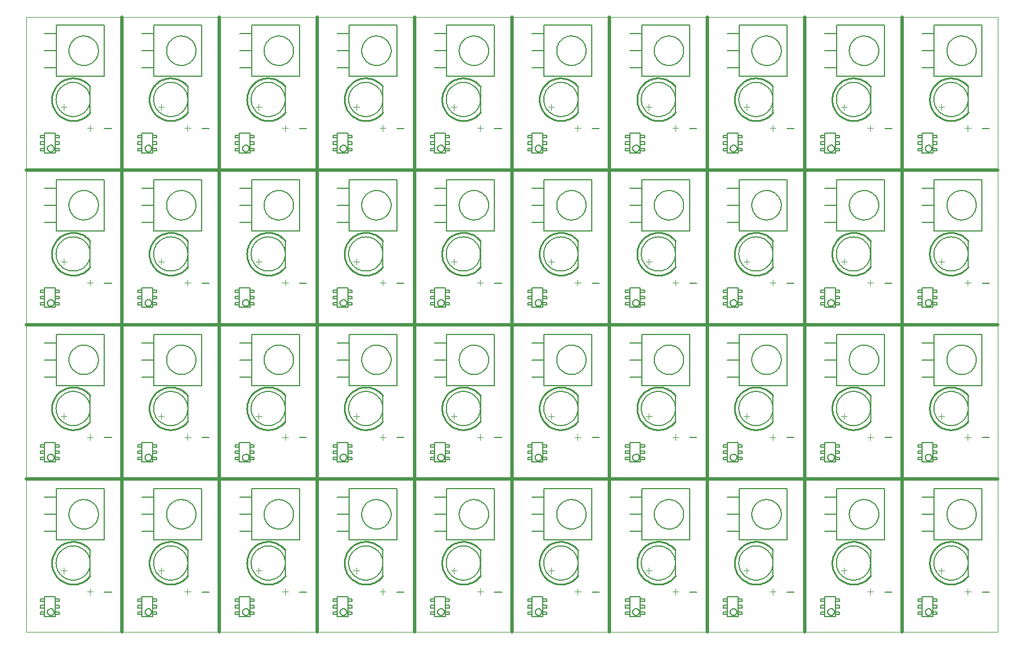
<source format=gto>
G75*
%MOIN*%
%OFA0B0*%
%FSLAX24Y24*%
%IPPOS*%
%LPD*%
%AMOC8*
5,1,8,0,0,1.08239X$1,22.5*
%
%ADD10C,0.0040*%
%ADD11C,0.0050*%
%ADD12C,0.0000*%
%ADD13C,0.0197*%
%ADD14C,0.0080*%
%ADD15C,0.0100*%
%ADD16C,0.0060*%
D10*
X003883Y002550D02*
X004230Y002550D01*
X004056Y002723D02*
X004056Y002376D01*
X002514Y003607D02*
X002514Y003954D01*
X002687Y003781D02*
X002340Y003781D01*
X008049Y003781D02*
X008396Y003781D01*
X008223Y003954D02*
X008223Y003607D01*
X009592Y002550D02*
X009939Y002550D01*
X009765Y002723D02*
X009765Y002376D01*
X013758Y003781D02*
X014105Y003781D01*
X013931Y003954D02*
X013931Y003607D01*
X015300Y002550D02*
X015647Y002550D01*
X015474Y002723D02*
X015474Y002376D01*
X019466Y003781D02*
X019813Y003781D01*
X019640Y003954D02*
X019640Y003607D01*
X021009Y002550D02*
X021356Y002550D01*
X021182Y002723D02*
X021182Y002376D01*
X025175Y003781D02*
X025522Y003781D01*
X025349Y003954D02*
X025349Y003607D01*
X026718Y002550D02*
X027065Y002550D01*
X026891Y002723D02*
X026891Y002376D01*
X030884Y003781D02*
X031231Y003781D01*
X031057Y003954D02*
X031057Y003607D01*
X032426Y002550D02*
X032773Y002550D01*
X032600Y002723D02*
X032600Y002376D01*
X036592Y003781D02*
X036939Y003781D01*
X036766Y003954D02*
X036766Y003607D01*
X038135Y002550D02*
X038482Y002550D01*
X038308Y002723D02*
X038308Y002376D01*
X042301Y003781D02*
X042648Y003781D01*
X042475Y003954D02*
X042475Y003607D01*
X043844Y002550D02*
X044191Y002550D01*
X044017Y002723D02*
X044017Y002376D01*
X048010Y003781D02*
X048357Y003781D01*
X048183Y003954D02*
X048183Y003607D01*
X049552Y002550D02*
X049899Y002550D01*
X049726Y002723D02*
X049726Y002376D01*
X053718Y003781D02*
X054065Y003781D01*
X053892Y003954D02*
X053892Y003607D01*
X055261Y002550D02*
X055608Y002550D01*
X055434Y002723D02*
X055434Y002376D01*
X055434Y011431D02*
X055434Y011778D01*
X055261Y011605D02*
X055608Y011605D01*
X053892Y012662D02*
X053892Y013009D01*
X054065Y012836D02*
X053718Y012836D01*
X049899Y011605D02*
X049552Y011605D01*
X049726Y011778D02*
X049726Y011431D01*
X048183Y012662D02*
X048183Y013009D01*
X048010Y012836D02*
X048357Y012836D01*
X044191Y011605D02*
X043844Y011605D01*
X044017Y011778D02*
X044017Y011431D01*
X042475Y012662D02*
X042475Y013009D01*
X042648Y012836D02*
X042301Y012836D01*
X038482Y011605D02*
X038135Y011605D01*
X038308Y011778D02*
X038308Y011431D01*
X036766Y012662D02*
X036766Y013009D01*
X036939Y012836D02*
X036592Y012836D01*
X032773Y011605D02*
X032426Y011605D01*
X032600Y011778D02*
X032600Y011431D01*
X031057Y012662D02*
X031057Y013009D01*
X030884Y012836D02*
X031231Y012836D01*
X027065Y011605D02*
X026718Y011605D01*
X026891Y011778D02*
X026891Y011431D01*
X025349Y012662D02*
X025349Y013009D01*
X025522Y012836D02*
X025175Y012836D01*
X021356Y011605D02*
X021009Y011605D01*
X021182Y011778D02*
X021182Y011431D01*
X019640Y012662D02*
X019640Y013009D01*
X019813Y012836D02*
X019466Y012836D01*
X015647Y011605D02*
X015300Y011605D01*
X015474Y011778D02*
X015474Y011431D01*
X013931Y012662D02*
X013931Y013009D01*
X013758Y012836D02*
X014105Y012836D01*
X009939Y011605D02*
X009592Y011605D01*
X009765Y011778D02*
X009765Y011431D01*
X008223Y012662D02*
X008223Y013009D01*
X008396Y012836D02*
X008049Y012836D01*
X004230Y011605D02*
X003883Y011605D01*
X004056Y011778D02*
X004056Y011431D01*
X002514Y012662D02*
X002514Y013009D01*
X002687Y012836D02*
X002340Y012836D01*
X004056Y020486D02*
X004056Y020833D01*
X003883Y020660D02*
X004230Y020660D01*
X002514Y021718D02*
X002514Y022065D01*
X002687Y021891D02*
X002340Y021891D01*
X008049Y021891D02*
X008396Y021891D01*
X008223Y021718D02*
X008223Y022065D01*
X009765Y020833D02*
X009765Y020486D01*
X009592Y020660D02*
X009939Y020660D01*
X013758Y021891D02*
X014105Y021891D01*
X013931Y021718D02*
X013931Y022065D01*
X015474Y020833D02*
X015474Y020486D01*
X015647Y020660D02*
X015300Y020660D01*
X019466Y021891D02*
X019813Y021891D01*
X019640Y021718D02*
X019640Y022065D01*
X021182Y020833D02*
X021182Y020486D01*
X021009Y020660D02*
X021356Y020660D01*
X025175Y021891D02*
X025522Y021891D01*
X025349Y021718D02*
X025349Y022065D01*
X026891Y020833D02*
X026891Y020486D01*
X026718Y020660D02*
X027065Y020660D01*
X030884Y021891D02*
X031231Y021891D01*
X031057Y021718D02*
X031057Y022065D01*
X032600Y020833D02*
X032600Y020486D01*
X032773Y020660D02*
X032426Y020660D01*
X036592Y021891D02*
X036939Y021891D01*
X036766Y021718D02*
X036766Y022065D01*
X038308Y020833D02*
X038308Y020486D01*
X038135Y020660D02*
X038482Y020660D01*
X042301Y021891D02*
X042648Y021891D01*
X042475Y021718D02*
X042475Y022065D01*
X044017Y020833D02*
X044017Y020486D01*
X043844Y020660D02*
X044191Y020660D01*
X048010Y021891D02*
X048357Y021891D01*
X048183Y021718D02*
X048183Y022065D01*
X049726Y020833D02*
X049726Y020486D01*
X049899Y020660D02*
X049552Y020660D01*
X053718Y021891D02*
X054065Y021891D01*
X053892Y021718D02*
X053892Y022065D01*
X055434Y020833D02*
X055434Y020486D01*
X055261Y020660D02*
X055608Y020660D01*
X055434Y029542D02*
X055434Y029889D01*
X055261Y029715D02*
X055608Y029715D01*
X054065Y030946D02*
X053718Y030946D01*
X053892Y030773D02*
X053892Y031120D01*
X049899Y029715D02*
X049552Y029715D01*
X049726Y029542D02*
X049726Y029889D01*
X048357Y030946D02*
X048010Y030946D01*
X048183Y030773D02*
X048183Y031120D01*
X044191Y029715D02*
X043844Y029715D01*
X044017Y029542D02*
X044017Y029889D01*
X042648Y030946D02*
X042301Y030946D01*
X042475Y030773D02*
X042475Y031120D01*
X038482Y029715D02*
X038135Y029715D01*
X038308Y029542D02*
X038308Y029889D01*
X036939Y030946D02*
X036592Y030946D01*
X036766Y030773D02*
X036766Y031120D01*
X032773Y029715D02*
X032426Y029715D01*
X032600Y029542D02*
X032600Y029889D01*
X031231Y030946D02*
X030884Y030946D01*
X031057Y030773D02*
X031057Y031120D01*
X027065Y029715D02*
X026718Y029715D01*
X026891Y029542D02*
X026891Y029889D01*
X025522Y030946D02*
X025175Y030946D01*
X025349Y030773D02*
X025349Y031120D01*
X021356Y029715D02*
X021009Y029715D01*
X021182Y029542D02*
X021182Y029889D01*
X019813Y030946D02*
X019466Y030946D01*
X019640Y030773D02*
X019640Y031120D01*
X015647Y029715D02*
X015300Y029715D01*
X015474Y029542D02*
X015474Y029889D01*
X014105Y030946D02*
X013758Y030946D01*
X013931Y030773D02*
X013931Y031120D01*
X009939Y029715D02*
X009592Y029715D01*
X009765Y029542D02*
X009765Y029889D01*
X008396Y030946D02*
X008049Y030946D01*
X008223Y030773D02*
X008223Y031120D01*
X004230Y029715D02*
X003883Y029715D01*
X004056Y029542D02*
X004056Y029889D01*
X002687Y030946D02*
X002340Y030946D01*
X002514Y030773D02*
X002514Y031120D01*
D11*
X002086Y032754D02*
X002086Y033254D01*
X001386Y033254D01*
X002086Y033254D02*
X002086Y034254D01*
X001386Y034254D01*
X002086Y034254D02*
X002086Y035254D01*
X001386Y035254D01*
X002086Y035254D02*
X002086Y035754D01*
X004886Y035754D01*
X004886Y032754D01*
X002086Y032754D01*
X002826Y034254D02*
X002828Y034312D01*
X002834Y034370D01*
X002844Y034427D01*
X002857Y034484D01*
X002875Y034539D01*
X002896Y034593D01*
X002920Y034646D01*
X002949Y034697D01*
X002980Y034745D01*
X003015Y034792D01*
X003053Y034836D01*
X003093Y034877D01*
X003137Y034916D01*
X003183Y034951D01*
X003231Y034984D01*
X003281Y035013D01*
X003334Y035038D01*
X003387Y035060D01*
X003442Y035079D01*
X003499Y035093D01*
X003556Y035104D01*
X003613Y035111D01*
X003671Y035114D01*
X003730Y035113D01*
X003787Y035108D01*
X003845Y035099D01*
X003902Y035087D01*
X003957Y035070D01*
X004012Y035050D01*
X004065Y035026D01*
X004116Y034999D01*
X004165Y034968D01*
X004212Y034934D01*
X004257Y034897D01*
X004299Y034857D01*
X004339Y034814D01*
X004375Y034769D01*
X004408Y034721D01*
X004438Y034671D01*
X004464Y034620D01*
X004487Y034566D01*
X004507Y034511D01*
X004522Y034455D01*
X004534Y034399D01*
X004542Y034341D01*
X004546Y034283D01*
X004546Y034225D01*
X004542Y034167D01*
X004534Y034109D01*
X004522Y034053D01*
X004507Y033997D01*
X004487Y033942D01*
X004464Y033888D01*
X004438Y033837D01*
X004408Y033787D01*
X004375Y033739D01*
X004339Y033694D01*
X004299Y033651D01*
X004257Y033611D01*
X004212Y033574D01*
X004165Y033540D01*
X004116Y033509D01*
X004065Y033482D01*
X004012Y033458D01*
X003957Y033438D01*
X003902Y033421D01*
X003845Y033409D01*
X003787Y033400D01*
X003730Y033395D01*
X003671Y033394D01*
X003613Y033397D01*
X003556Y033404D01*
X003499Y033415D01*
X003442Y033429D01*
X003387Y033448D01*
X003334Y033470D01*
X003281Y033495D01*
X003231Y033524D01*
X003183Y033557D01*
X003137Y033592D01*
X003093Y033631D01*
X003053Y033672D01*
X003015Y033716D01*
X002980Y033763D01*
X002949Y033811D01*
X002920Y033862D01*
X002896Y033915D01*
X002875Y033969D01*
X002857Y034024D01*
X002844Y034081D01*
X002834Y034138D01*
X002828Y034196D01*
X002826Y034254D01*
X007095Y034254D02*
X007795Y034254D01*
X007795Y033254D01*
X007095Y033254D01*
X007795Y033254D02*
X007795Y032754D01*
X010595Y032754D01*
X010595Y035754D01*
X007795Y035754D01*
X007795Y035254D01*
X007095Y035254D01*
X007795Y035254D02*
X007795Y034254D01*
X008535Y034254D02*
X008537Y034312D01*
X008543Y034370D01*
X008553Y034427D01*
X008566Y034484D01*
X008584Y034539D01*
X008605Y034593D01*
X008629Y034646D01*
X008658Y034697D01*
X008689Y034745D01*
X008724Y034792D01*
X008762Y034836D01*
X008802Y034877D01*
X008846Y034916D01*
X008892Y034951D01*
X008940Y034984D01*
X008990Y035013D01*
X009043Y035038D01*
X009096Y035060D01*
X009151Y035079D01*
X009208Y035093D01*
X009265Y035104D01*
X009322Y035111D01*
X009380Y035114D01*
X009439Y035113D01*
X009496Y035108D01*
X009554Y035099D01*
X009611Y035087D01*
X009666Y035070D01*
X009721Y035050D01*
X009774Y035026D01*
X009825Y034999D01*
X009874Y034968D01*
X009921Y034934D01*
X009966Y034897D01*
X010008Y034857D01*
X010048Y034814D01*
X010084Y034769D01*
X010117Y034721D01*
X010147Y034671D01*
X010173Y034620D01*
X010196Y034566D01*
X010216Y034511D01*
X010231Y034455D01*
X010243Y034399D01*
X010251Y034341D01*
X010255Y034283D01*
X010255Y034225D01*
X010251Y034167D01*
X010243Y034109D01*
X010231Y034053D01*
X010216Y033997D01*
X010196Y033942D01*
X010173Y033888D01*
X010147Y033837D01*
X010117Y033787D01*
X010084Y033739D01*
X010048Y033694D01*
X010008Y033651D01*
X009966Y033611D01*
X009921Y033574D01*
X009874Y033540D01*
X009825Y033509D01*
X009774Y033482D01*
X009721Y033458D01*
X009666Y033438D01*
X009611Y033421D01*
X009554Y033409D01*
X009496Y033400D01*
X009439Y033395D01*
X009380Y033394D01*
X009322Y033397D01*
X009265Y033404D01*
X009208Y033415D01*
X009151Y033429D01*
X009096Y033448D01*
X009043Y033470D01*
X008990Y033495D01*
X008940Y033524D01*
X008892Y033557D01*
X008846Y033592D01*
X008802Y033631D01*
X008762Y033672D01*
X008724Y033716D01*
X008689Y033763D01*
X008658Y033811D01*
X008629Y033862D01*
X008605Y033915D01*
X008584Y033969D01*
X008566Y034024D01*
X008553Y034081D01*
X008543Y034138D01*
X008537Y034196D01*
X008535Y034254D01*
X012803Y034254D02*
X013503Y034254D01*
X013503Y033254D01*
X012803Y033254D01*
X013503Y033254D02*
X013503Y032754D01*
X016303Y032754D01*
X016303Y035754D01*
X013503Y035754D01*
X013503Y035254D01*
X012803Y035254D01*
X013503Y035254D02*
X013503Y034254D01*
X014243Y034254D02*
X014245Y034312D01*
X014251Y034370D01*
X014261Y034427D01*
X014274Y034484D01*
X014292Y034539D01*
X014313Y034593D01*
X014337Y034646D01*
X014366Y034697D01*
X014397Y034745D01*
X014432Y034792D01*
X014470Y034836D01*
X014510Y034877D01*
X014554Y034916D01*
X014600Y034951D01*
X014648Y034984D01*
X014698Y035013D01*
X014751Y035038D01*
X014804Y035060D01*
X014859Y035079D01*
X014916Y035093D01*
X014973Y035104D01*
X015030Y035111D01*
X015088Y035114D01*
X015147Y035113D01*
X015204Y035108D01*
X015262Y035099D01*
X015319Y035087D01*
X015374Y035070D01*
X015429Y035050D01*
X015482Y035026D01*
X015533Y034999D01*
X015582Y034968D01*
X015629Y034934D01*
X015674Y034897D01*
X015716Y034857D01*
X015756Y034814D01*
X015792Y034769D01*
X015825Y034721D01*
X015855Y034671D01*
X015881Y034620D01*
X015904Y034566D01*
X015924Y034511D01*
X015939Y034455D01*
X015951Y034399D01*
X015959Y034341D01*
X015963Y034283D01*
X015963Y034225D01*
X015959Y034167D01*
X015951Y034109D01*
X015939Y034053D01*
X015924Y033997D01*
X015904Y033942D01*
X015881Y033888D01*
X015855Y033837D01*
X015825Y033787D01*
X015792Y033739D01*
X015756Y033694D01*
X015716Y033651D01*
X015674Y033611D01*
X015629Y033574D01*
X015582Y033540D01*
X015533Y033509D01*
X015482Y033482D01*
X015429Y033458D01*
X015374Y033438D01*
X015319Y033421D01*
X015262Y033409D01*
X015204Y033400D01*
X015147Y033395D01*
X015088Y033394D01*
X015030Y033397D01*
X014973Y033404D01*
X014916Y033415D01*
X014859Y033429D01*
X014804Y033448D01*
X014751Y033470D01*
X014698Y033495D01*
X014648Y033524D01*
X014600Y033557D01*
X014554Y033592D01*
X014510Y033631D01*
X014470Y033672D01*
X014432Y033716D01*
X014397Y033763D01*
X014366Y033811D01*
X014337Y033862D01*
X014313Y033915D01*
X014292Y033969D01*
X014274Y034024D01*
X014261Y034081D01*
X014251Y034138D01*
X014245Y034196D01*
X014243Y034254D01*
X018512Y034254D02*
X019212Y034254D01*
X019212Y033254D01*
X018512Y033254D01*
X019212Y033254D02*
X019212Y032754D01*
X022012Y032754D01*
X022012Y035754D01*
X019212Y035754D01*
X019212Y035254D01*
X018512Y035254D01*
X019212Y035254D02*
X019212Y034254D01*
X019952Y034254D02*
X019954Y034312D01*
X019960Y034370D01*
X019970Y034427D01*
X019983Y034484D01*
X020001Y034539D01*
X020022Y034593D01*
X020046Y034646D01*
X020075Y034697D01*
X020106Y034745D01*
X020141Y034792D01*
X020179Y034836D01*
X020219Y034877D01*
X020263Y034916D01*
X020309Y034951D01*
X020357Y034984D01*
X020407Y035013D01*
X020460Y035038D01*
X020513Y035060D01*
X020568Y035079D01*
X020625Y035093D01*
X020682Y035104D01*
X020739Y035111D01*
X020797Y035114D01*
X020856Y035113D01*
X020913Y035108D01*
X020971Y035099D01*
X021028Y035087D01*
X021083Y035070D01*
X021138Y035050D01*
X021191Y035026D01*
X021242Y034999D01*
X021291Y034968D01*
X021338Y034934D01*
X021383Y034897D01*
X021425Y034857D01*
X021465Y034814D01*
X021501Y034769D01*
X021534Y034721D01*
X021564Y034671D01*
X021590Y034620D01*
X021613Y034566D01*
X021633Y034511D01*
X021648Y034455D01*
X021660Y034399D01*
X021668Y034341D01*
X021672Y034283D01*
X021672Y034225D01*
X021668Y034167D01*
X021660Y034109D01*
X021648Y034053D01*
X021633Y033997D01*
X021613Y033942D01*
X021590Y033888D01*
X021564Y033837D01*
X021534Y033787D01*
X021501Y033739D01*
X021465Y033694D01*
X021425Y033651D01*
X021383Y033611D01*
X021338Y033574D01*
X021291Y033540D01*
X021242Y033509D01*
X021191Y033482D01*
X021138Y033458D01*
X021083Y033438D01*
X021028Y033421D01*
X020971Y033409D01*
X020913Y033400D01*
X020856Y033395D01*
X020797Y033394D01*
X020739Y033397D01*
X020682Y033404D01*
X020625Y033415D01*
X020568Y033429D01*
X020513Y033448D01*
X020460Y033470D01*
X020407Y033495D01*
X020357Y033524D01*
X020309Y033557D01*
X020263Y033592D01*
X020219Y033631D01*
X020179Y033672D01*
X020141Y033716D01*
X020106Y033763D01*
X020075Y033811D01*
X020046Y033862D01*
X020022Y033915D01*
X020001Y033969D01*
X019983Y034024D01*
X019970Y034081D01*
X019960Y034138D01*
X019954Y034196D01*
X019952Y034254D01*
X024221Y034254D02*
X024921Y034254D01*
X024921Y033254D01*
X024221Y033254D01*
X024921Y033254D02*
X024921Y032754D01*
X027721Y032754D01*
X027721Y035754D01*
X024921Y035754D01*
X024921Y035254D01*
X024221Y035254D01*
X024921Y035254D02*
X024921Y034254D01*
X025661Y034254D02*
X025663Y034312D01*
X025669Y034370D01*
X025679Y034427D01*
X025692Y034484D01*
X025710Y034539D01*
X025731Y034593D01*
X025755Y034646D01*
X025784Y034697D01*
X025815Y034745D01*
X025850Y034792D01*
X025888Y034836D01*
X025928Y034877D01*
X025972Y034916D01*
X026018Y034951D01*
X026066Y034984D01*
X026116Y035013D01*
X026169Y035038D01*
X026222Y035060D01*
X026277Y035079D01*
X026334Y035093D01*
X026391Y035104D01*
X026448Y035111D01*
X026506Y035114D01*
X026565Y035113D01*
X026622Y035108D01*
X026680Y035099D01*
X026737Y035087D01*
X026792Y035070D01*
X026847Y035050D01*
X026900Y035026D01*
X026951Y034999D01*
X027000Y034968D01*
X027047Y034934D01*
X027092Y034897D01*
X027134Y034857D01*
X027174Y034814D01*
X027210Y034769D01*
X027243Y034721D01*
X027273Y034671D01*
X027299Y034620D01*
X027322Y034566D01*
X027342Y034511D01*
X027357Y034455D01*
X027369Y034399D01*
X027377Y034341D01*
X027381Y034283D01*
X027381Y034225D01*
X027377Y034167D01*
X027369Y034109D01*
X027357Y034053D01*
X027342Y033997D01*
X027322Y033942D01*
X027299Y033888D01*
X027273Y033837D01*
X027243Y033787D01*
X027210Y033739D01*
X027174Y033694D01*
X027134Y033651D01*
X027092Y033611D01*
X027047Y033574D01*
X027000Y033540D01*
X026951Y033509D01*
X026900Y033482D01*
X026847Y033458D01*
X026792Y033438D01*
X026737Y033421D01*
X026680Y033409D01*
X026622Y033400D01*
X026565Y033395D01*
X026506Y033394D01*
X026448Y033397D01*
X026391Y033404D01*
X026334Y033415D01*
X026277Y033429D01*
X026222Y033448D01*
X026169Y033470D01*
X026116Y033495D01*
X026066Y033524D01*
X026018Y033557D01*
X025972Y033592D01*
X025928Y033631D01*
X025888Y033672D01*
X025850Y033716D01*
X025815Y033763D01*
X025784Y033811D01*
X025755Y033862D01*
X025731Y033915D01*
X025710Y033969D01*
X025692Y034024D01*
X025679Y034081D01*
X025669Y034138D01*
X025663Y034196D01*
X025661Y034254D01*
X029929Y034254D02*
X030629Y034254D01*
X030629Y033254D01*
X029929Y033254D01*
X030629Y033254D02*
X030629Y032754D01*
X033429Y032754D01*
X033429Y035754D01*
X030629Y035754D01*
X030629Y035254D01*
X029929Y035254D01*
X030629Y035254D02*
X030629Y034254D01*
X031369Y034254D02*
X031371Y034312D01*
X031377Y034370D01*
X031387Y034427D01*
X031400Y034484D01*
X031418Y034539D01*
X031439Y034593D01*
X031463Y034646D01*
X031492Y034697D01*
X031523Y034745D01*
X031558Y034792D01*
X031596Y034836D01*
X031636Y034877D01*
X031680Y034916D01*
X031726Y034951D01*
X031774Y034984D01*
X031824Y035013D01*
X031877Y035038D01*
X031930Y035060D01*
X031985Y035079D01*
X032042Y035093D01*
X032099Y035104D01*
X032156Y035111D01*
X032214Y035114D01*
X032273Y035113D01*
X032330Y035108D01*
X032388Y035099D01*
X032445Y035087D01*
X032500Y035070D01*
X032555Y035050D01*
X032608Y035026D01*
X032659Y034999D01*
X032708Y034968D01*
X032755Y034934D01*
X032800Y034897D01*
X032842Y034857D01*
X032882Y034814D01*
X032918Y034769D01*
X032951Y034721D01*
X032981Y034671D01*
X033007Y034620D01*
X033030Y034566D01*
X033050Y034511D01*
X033065Y034455D01*
X033077Y034399D01*
X033085Y034341D01*
X033089Y034283D01*
X033089Y034225D01*
X033085Y034167D01*
X033077Y034109D01*
X033065Y034053D01*
X033050Y033997D01*
X033030Y033942D01*
X033007Y033888D01*
X032981Y033837D01*
X032951Y033787D01*
X032918Y033739D01*
X032882Y033694D01*
X032842Y033651D01*
X032800Y033611D01*
X032755Y033574D01*
X032708Y033540D01*
X032659Y033509D01*
X032608Y033482D01*
X032555Y033458D01*
X032500Y033438D01*
X032445Y033421D01*
X032388Y033409D01*
X032330Y033400D01*
X032273Y033395D01*
X032214Y033394D01*
X032156Y033397D01*
X032099Y033404D01*
X032042Y033415D01*
X031985Y033429D01*
X031930Y033448D01*
X031877Y033470D01*
X031824Y033495D01*
X031774Y033524D01*
X031726Y033557D01*
X031680Y033592D01*
X031636Y033631D01*
X031596Y033672D01*
X031558Y033716D01*
X031523Y033763D01*
X031492Y033811D01*
X031463Y033862D01*
X031439Y033915D01*
X031418Y033969D01*
X031400Y034024D01*
X031387Y034081D01*
X031377Y034138D01*
X031371Y034196D01*
X031369Y034254D01*
X035638Y034254D02*
X036338Y034254D01*
X036338Y033254D01*
X035638Y033254D01*
X036338Y033254D02*
X036338Y032754D01*
X039138Y032754D01*
X039138Y035754D01*
X036338Y035754D01*
X036338Y035254D01*
X035638Y035254D01*
X036338Y035254D02*
X036338Y034254D01*
X037078Y034254D02*
X037080Y034312D01*
X037086Y034370D01*
X037096Y034427D01*
X037109Y034484D01*
X037127Y034539D01*
X037148Y034593D01*
X037172Y034646D01*
X037201Y034697D01*
X037232Y034745D01*
X037267Y034792D01*
X037305Y034836D01*
X037345Y034877D01*
X037389Y034916D01*
X037435Y034951D01*
X037483Y034984D01*
X037533Y035013D01*
X037586Y035038D01*
X037639Y035060D01*
X037694Y035079D01*
X037751Y035093D01*
X037808Y035104D01*
X037865Y035111D01*
X037923Y035114D01*
X037982Y035113D01*
X038039Y035108D01*
X038097Y035099D01*
X038154Y035087D01*
X038209Y035070D01*
X038264Y035050D01*
X038317Y035026D01*
X038368Y034999D01*
X038417Y034968D01*
X038464Y034934D01*
X038509Y034897D01*
X038551Y034857D01*
X038591Y034814D01*
X038627Y034769D01*
X038660Y034721D01*
X038690Y034671D01*
X038716Y034620D01*
X038739Y034566D01*
X038759Y034511D01*
X038774Y034455D01*
X038786Y034399D01*
X038794Y034341D01*
X038798Y034283D01*
X038798Y034225D01*
X038794Y034167D01*
X038786Y034109D01*
X038774Y034053D01*
X038759Y033997D01*
X038739Y033942D01*
X038716Y033888D01*
X038690Y033837D01*
X038660Y033787D01*
X038627Y033739D01*
X038591Y033694D01*
X038551Y033651D01*
X038509Y033611D01*
X038464Y033574D01*
X038417Y033540D01*
X038368Y033509D01*
X038317Y033482D01*
X038264Y033458D01*
X038209Y033438D01*
X038154Y033421D01*
X038097Y033409D01*
X038039Y033400D01*
X037982Y033395D01*
X037923Y033394D01*
X037865Y033397D01*
X037808Y033404D01*
X037751Y033415D01*
X037694Y033429D01*
X037639Y033448D01*
X037586Y033470D01*
X037533Y033495D01*
X037483Y033524D01*
X037435Y033557D01*
X037389Y033592D01*
X037345Y033631D01*
X037305Y033672D01*
X037267Y033716D01*
X037232Y033763D01*
X037201Y033811D01*
X037172Y033862D01*
X037148Y033915D01*
X037127Y033969D01*
X037109Y034024D01*
X037096Y034081D01*
X037086Y034138D01*
X037080Y034196D01*
X037078Y034254D01*
X041347Y034254D02*
X042047Y034254D01*
X042047Y033254D01*
X041347Y033254D01*
X042047Y033254D02*
X042047Y032754D01*
X044847Y032754D01*
X044847Y035754D01*
X042047Y035754D01*
X042047Y035254D01*
X041347Y035254D01*
X042047Y035254D02*
X042047Y034254D01*
X042787Y034254D02*
X042789Y034312D01*
X042795Y034370D01*
X042805Y034427D01*
X042818Y034484D01*
X042836Y034539D01*
X042857Y034593D01*
X042881Y034646D01*
X042910Y034697D01*
X042941Y034745D01*
X042976Y034792D01*
X043014Y034836D01*
X043054Y034877D01*
X043098Y034916D01*
X043144Y034951D01*
X043192Y034984D01*
X043242Y035013D01*
X043295Y035038D01*
X043348Y035060D01*
X043403Y035079D01*
X043460Y035093D01*
X043517Y035104D01*
X043574Y035111D01*
X043632Y035114D01*
X043691Y035113D01*
X043748Y035108D01*
X043806Y035099D01*
X043863Y035087D01*
X043918Y035070D01*
X043973Y035050D01*
X044026Y035026D01*
X044077Y034999D01*
X044126Y034968D01*
X044173Y034934D01*
X044218Y034897D01*
X044260Y034857D01*
X044300Y034814D01*
X044336Y034769D01*
X044369Y034721D01*
X044399Y034671D01*
X044425Y034620D01*
X044448Y034566D01*
X044468Y034511D01*
X044483Y034455D01*
X044495Y034399D01*
X044503Y034341D01*
X044507Y034283D01*
X044507Y034225D01*
X044503Y034167D01*
X044495Y034109D01*
X044483Y034053D01*
X044468Y033997D01*
X044448Y033942D01*
X044425Y033888D01*
X044399Y033837D01*
X044369Y033787D01*
X044336Y033739D01*
X044300Y033694D01*
X044260Y033651D01*
X044218Y033611D01*
X044173Y033574D01*
X044126Y033540D01*
X044077Y033509D01*
X044026Y033482D01*
X043973Y033458D01*
X043918Y033438D01*
X043863Y033421D01*
X043806Y033409D01*
X043748Y033400D01*
X043691Y033395D01*
X043632Y033394D01*
X043574Y033397D01*
X043517Y033404D01*
X043460Y033415D01*
X043403Y033429D01*
X043348Y033448D01*
X043295Y033470D01*
X043242Y033495D01*
X043192Y033524D01*
X043144Y033557D01*
X043098Y033592D01*
X043054Y033631D01*
X043014Y033672D01*
X042976Y033716D01*
X042941Y033763D01*
X042910Y033811D01*
X042881Y033862D01*
X042857Y033915D01*
X042836Y033969D01*
X042818Y034024D01*
X042805Y034081D01*
X042795Y034138D01*
X042789Y034196D01*
X042787Y034254D01*
X047055Y034254D02*
X047755Y034254D01*
X047755Y033254D01*
X047055Y033254D01*
X047755Y033254D02*
X047755Y032754D01*
X050555Y032754D01*
X050555Y035754D01*
X047755Y035754D01*
X047755Y035254D01*
X047055Y035254D01*
X047755Y035254D02*
X047755Y034254D01*
X048495Y034254D02*
X048497Y034312D01*
X048503Y034370D01*
X048513Y034427D01*
X048526Y034484D01*
X048544Y034539D01*
X048565Y034593D01*
X048589Y034646D01*
X048618Y034697D01*
X048649Y034745D01*
X048684Y034792D01*
X048722Y034836D01*
X048762Y034877D01*
X048806Y034916D01*
X048852Y034951D01*
X048900Y034984D01*
X048950Y035013D01*
X049003Y035038D01*
X049056Y035060D01*
X049111Y035079D01*
X049168Y035093D01*
X049225Y035104D01*
X049282Y035111D01*
X049340Y035114D01*
X049399Y035113D01*
X049456Y035108D01*
X049514Y035099D01*
X049571Y035087D01*
X049626Y035070D01*
X049681Y035050D01*
X049734Y035026D01*
X049785Y034999D01*
X049834Y034968D01*
X049881Y034934D01*
X049926Y034897D01*
X049968Y034857D01*
X050008Y034814D01*
X050044Y034769D01*
X050077Y034721D01*
X050107Y034671D01*
X050133Y034620D01*
X050156Y034566D01*
X050176Y034511D01*
X050191Y034455D01*
X050203Y034399D01*
X050211Y034341D01*
X050215Y034283D01*
X050215Y034225D01*
X050211Y034167D01*
X050203Y034109D01*
X050191Y034053D01*
X050176Y033997D01*
X050156Y033942D01*
X050133Y033888D01*
X050107Y033837D01*
X050077Y033787D01*
X050044Y033739D01*
X050008Y033694D01*
X049968Y033651D01*
X049926Y033611D01*
X049881Y033574D01*
X049834Y033540D01*
X049785Y033509D01*
X049734Y033482D01*
X049681Y033458D01*
X049626Y033438D01*
X049571Y033421D01*
X049514Y033409D01*
X049456Y033400D01*
X049399Y033395D01*
X049340Y033394D01*
X049282Y033397D01*
X049225Y033404D01*
X049168Y033415D01*
X049111Y033429D01*
X049056Y033448D01*
X049003Y033470D01*
X048950Y033495D01*
X048900Y033524D01*
X048852Y033557D01*
X048806Y033592D01*
X048762Y033631D01*
X048722Y033672D01*
X048684Y033716D01*
X048649Y033763D01*
X048618Y033811D01*
X048589Y033862D01*
X048565Y033915D01*
X048544Y033969D01*
X048526Y034024D01*
X048513Y034081D01*
X048503Y034138D01*
X048497Y034196D01*
X048495Y034254D01*
X052764Y034254D02*
X053464Y034254D01*
X053464Y033254D01*
X052764Y033254D01*
X053464Y033254D02*
X053464Y032754D01*
X056264Y032754D01*
X056264Y035754D01*
X053464Y035754D01*
X053464Y035254D01*
X052764Y035254D01*
X053464Y035254D02*
X053464Y034254D01*
X054204Y034254D02*
X054206Y034312D01*
X054212Y034370D01*
X054222Y034427D01*
X054235Y034484D01*
X054253Y034539D01*
X054274Y034593D01*
X054298Y034646D01*
X054327Y034697D01*
X054358Y034745D01*
X054393Y034792D01*
X054431Y034836D01*
X054471Y034877D01*
X054515Y034916D01*
X054561Y034951D01*
X054609Y034984D01*
X054659Y035013D01*
X054712Y035038D01*
X054765Y035060D01*
X054820Y035079D01*
X054877Y035093D01*
X054934Y035104D01*
X054991Y035111D01*
X055049Y035114D01*
X055108Y035113D01*
X055165Y035108D01*
X055223Y035099D01*
X055280Y035087D01*
X055335Y035070D01*
X055390Y035050D01*
X055443Y035026D01*
X055494Y034999D01*
X055543Y034968D01*
X055590Y034934D01*
X055635Y034897D01*
X055677Y034857D01*
X055717Y034814D01*
X055753Y034769D01*
X055786Y034721D01*
X055816Y034671D01*
X055842Y034620D01*
X055865Y034566D01*
X055885Y034511D01*
X055900Y034455D01*
X055912Y034399D01*
X055920Y034341D01*
X055924Y034283D01*
X055924Y034225D01*
X055920Y034167D01*
X055912Y034109D01*
X055900Y034053D01*
X055885Y033997D01*
X055865Y033942D01*
X055842Y033888D01*
X055816Y033837D01*
X055786Y033787D01*
X055753Y033739D01*
X055717Y033694D01*
X055677Y033651D01*
X055635Y033611D01*
X055590Y033574D01*
X055543Y033540D01*
X055494Y033509D01*
X055443Y033482D01*
X055390Y033458D01*
X055335Y033438D01*
X055280Y033421D01*
X055223Y033409D01*
X055165Y033400D01*
X055108Y033395D01*
X055049Y033394D01*
X054991Y033397D01*
X054934Y033404D01*
X054877Y033415D01*
X054820Y033429D01*
X054765Y033448D01*
X054712Y033470D01*
X054659Y033495D01*
X054609Y033524D01*
X054561Y033557D01*
X054515Y033592D01*
X054471Y033631D01*
X054431Y033672D01*
X054393Y033716D01*
X054358Y033763D01*
X054327Y033811D01*
X054298Y033862D01*
X054274Y033915D01*
X054253Y033969D01*
X054235Y034024D01*
X054222Y034081D01*
X054212Y034138D01*
X054206Y034196D01*
X054204Y034254D01*
X056277Y029696D02*
X056684Y029696D01*
X053627Y029285D02*
X053627Y029147D01*
X053391Y029147D01*
X053391Y029285D01*
X053627Y029285D01*
X053391Y029413D02*
X053391Y028271D01*
X052761Y028271D01*
X052761Y029413D01*
X053391Y029413D01*
X053391Y028911D02*
X053627Y028911D01*
X053627Y028773D01*
X053391Y028773D01*
X053391Y028911D01*
X053391Y028537D02*
X053627Y028537D01*
X053627Y028399D01*
X053391Y028399D01*
X053391Y028537D01*
X052941Y028527D02*
X052943Y028555D01*
X052949Y028582D01*
X052959Y028608D01*
X052972Y028632D01*
X052988Y028654D01*
X053008Y028674D01*
X053030Y028690D01*
X053054Y028703D01*
X053080Y028713D01*
X053107Y028719D01*
X053135Y028721D01*
X053163Y028719D01*
X053190Y028713D01*
X053216Y028703D01*
X053240Y028690D01*
X053262Y028674D01*
X053282Y028654D01*
X053298Y028632D01*
X053311Y028608D01*
X053321Y028582D01*
X053327Y028555D01*
X053329Y028527D01*
X053327Y028499D01*
X053321Y028472D01*
X053311Y028446D01*
X053298Y028422D01*
X053282Y028400D01*
X053262Y028380D01*
X053240Y028364D01*
X053216Y028351D01*
X053190Y028341D01*
X053163Y028335D01*
X053135Y028333D01*
X053107Y028335D01*
X053080Y028341D01*
X053054Y028351D01*
X053030Y028364D01*
X053008Y028380D01*
X052988Y028400D01*
X052972Y028422D01*
X052959Y028446D01*
X052949Y028472D01*
X052943Y028499D01*
X052941Y028527D01*
X052761Y028537D02*
X052761Y028399D01*
X052525Y028399D01*
X052525Y028537D01*
X052761Y028537D01*
X052761Y028773D02*
X052525Y028773D01*
X052525Y028911D01*
X052761Y028911D01*
X052761Y028773D01*
X052761Y029147D02*
X052525Y029147D01*
X052525Y029285D01*
X052761Y029285D01*
X052761Y029147D01*
X050975Y029696D02*
X050568Y029696D01*
X047918Y029285D02*
X047918Y029147D01*
X047682Y029147D01*
X047682Y029285D01*
X047918Y029285D01*
X047682Y029413D02*
X047682Y028271D01*
X047052Y028271D01*
X047052Y029413D01*
X047682Y029413D01*
X047682Y028911D02*
X047918Y028911D01*
X047918Y028773D01*
X047682Y028773D01*
X047682Y028911D01*
X047682Y028537D02*
X047918Y028537D01*
X047918Y028399D01*
X047682Y028399D01*
X047682Y028537D01*
X047232Y028527D02*
X047234Y028555D01*
X047240Y028582D01*
X047250Y028608D01*
X047263Y028632D01*
X047279Y028654D01*
X047299Y028674D01*
X047321Y028690D01*
X047345Y028703D01*
X047371Y028713D01*
X047398Y028719D01*
X047426Y028721D01*
X047454Y028719D01*
X047481Y028713D01*
X047507Y028703D01*
X047531Y028690D01*
X047553Y028674D01*
X047573Y028654D01*
X047589Y028632D01*
X047602Y028608D01*
X047612Y028582D01*
X047618Y028555D01*
X047620Y028527D01*
X047618Y028499D01*
X047612Y028472D01*
X047602Y028446D01*
X047589Y028422D01*
X047573Y028400D01*
X047553Y028380D01*
X047531Y028364D01*
X047507Y028351D01*
X047481Y028341D01*
X047454Y028335D01*
X047426Y028333D01*
X047398Y028335D01*
X047371Y028341D01*
X047345Y028351D01*
X047321Y028364D01*
X047299Y028380D01*
X047279Y028400D01*
X047263Y028422D01*
X047250Y028446D01*
X047240Y028472D01*
X047234Y028499D01*
X047232Y028527D01*
X047052Y028537D02*
X047052Y028399D01*
X046816Y028399D01*
X046816Y028537D01*
X047052Y028537D01*
X047052Y028773D02*
X046816Y028773D01*
X046816Y028911D01*
X047052Y028911D01*
X047052Y028773D01*
X047052Y029147D02*
X046816Y029147D01*
X046816Y029285D01*
X047052Y029285D01*
X047052Y029147D01*
X045267Y029696D02*
X044860Y029696D01*
X042210Y029285D02*
X042210Y029147D01*
X041973Y029147D01*
X041973Y029285D01*
X042210Y029285D01*
X041973Y029413D02*
X041973Y028271D01*
X041344Y028271D01*
X041344Y029413D01*
X041973Y029413D01*
X041973Y028911D02*
X042210Y028911D01*
X042210Y028773D01*
X041973Y028773D01*
X041973Y028911D01*
X041973Y028537D02*
X042210Y028537D01*
X042210Y028399D01*
X041973Y028399D01*
X041973Y028537D01*
X041524Y028527D02*
X041526Y028555D01*
X041532Y028582D01*
X041542Y028608D01*
X041555Y028632D01*
X041571Y028654D01*
X041591Y028674D01*
X041613Y028690D01*
X041637Y028703D01*
X041663Y028713D01*
X041690Y028719D01*
X041718Y028721D01*
X041746Y028719D01*
X041773Y028713D01*
X041799Y028703D01*
X041823Y028690D01*
X041845Y028674D01*
X041865Y028654D01*
X041881Y028632D01*
X041894Y028608D01*
X041904Y028582D01*
X041910Y028555D01*
X041912Y028527D01*
X041910Y028499D01*
X041904Y028472D01*
X041894Y028446D01*
X041881Y028422D01*
X041865Y028400D01*
X041845Y028380D01*
X041823Y028364D01*
X041799Y028351D01*
X041773Y028341D01*
X041746Y028335D01*
X041718Y028333D01*
X041690Y028335D01*
X041663Y028341D01*
X041637Y028351D01*
X041613Y028364D01*
X041591Y028380D01*
X041571Y028400D01*
X041555Y028422D01*
X041542Y028446D01*
X041532Y028472D01*
X041526Y028499D01*
X041524Y028527D01*
X041344Y028537D02*
X041344Y028399D01*
X041107Y028399D01*
X041107Y028537D01*
X041344Y028537D01*
X041344Y028773D02*
X041107Y028773D01*
X041107Y028911D01*
X041344Y028911D01*
X041344Y028773D01*
X041344Y029147D02*
X041107Y029147D01*
X041107Y029285D01*
X041344Y029285D01*
X041344Y029147D01*
X039558Y029696D02*
X039151Y029696D01*
X036501Y029285D02*
X036501Y029147D01*
X036265Y029147D01*
X036265Y029285D01*
X036501Y029285D01*
X036265Y029413D02*
X036265Y028271D01*
X035635Y028271D01*
X035635Y029413D01*
X036265Y029413D01*
X036265Y028911D02*
X036501Y028911D01*
X036501Y028773D01*
X036265Y028773D01*
X036265Y028911D01*
X036265Y028537D02*
X036501Y028537D01*
X036501Y028399D01*
X036265Y028399D01*
X036265Y028537D01*
X035815Y028527D02*
X035817Y028555D01*
X035823Y028582D01*
X035833Y028608D01*
X035846Y028632D01*
X035862Y028654D01*
X035882Y028674D01*
X035904Y028690D01*
X035928Y028703D01*
X035954Y028713D01*
X035981Y028719D01*
X036009Y028721D01*
X036037Y028719D01*
X036064Y028713D01*
X036090Y028703D01*
X036114Y028690D01*
X036136Y028674D01*
X036156Y028654D01*
X036172Y028632D01*
X036185Y028608D01*
X036195Y028582D01*
X036201Y028555D01*
X036203Y028527D01*
X036201Y028499D01*
X036195Y028472D01*
X036185Y028446D01*
X036172Y028422D01*
X036156Y028400D01*
X036136Y028380D01*
X036114Y028364D01*
X036090Y028351D01*
X036064Y028341D01*
X036037Y028335D01*
X036009Y028333D01*
X035981Y028335D01*
X035954Y028341D01*
X035928Y028351D01*
X035904Y028364D01*
X035882Y028380D01*
X035862Y028400D01*
X035846Y028422D01*
X035833Y028446D01*
X035823Y028472D01*
X035817Y028499D01*
X035815Y028527D01*
X035635Y028537D02*
X035635Y028399D01*
X035399Y028399D01*
X035399Y028537D01*
X035635Y028537D01*
X035635Y028773D02*
X035399Y028773D01*
X035399Y028911D01*
X035635Y028911D01*
X035635Y028773D01*
X035635Y029147D02*
X035399Y029147D01*
X035399Y029285D01*
X035635Y029285D01*
X035635Y029147D01*
X033849Y029696D02*
X033442Y029696D01*
X030792Y029285D02*
X030792Y029147D01*
X030556Y029147D01*
X030556Y029285D01*
X030792Y029285D01*
X030556Y029413D02*
X030556Y028271D01*
X029926Y028271D01*
X029926Y029413D01*
X030556Y029413D01*
X030556Y028911D02*
X030792Y028911D01*
X030792Y028773D01*
X030556Y028773D01*
X030556Y028911D01*
X030556Y028537D02*
X030792Y028537D01*
X030792Y028399D01*
X030556Y028399D01*
X030556Y028537D01*
X030106Y028527D02*
X030108Y028555D01*
X030114Y028582D01*
X030124Y028608D01*
X030137Y028632D01*
X030153Y028654D01*
X030173Y028674D01*
X030195Y028690D01*
X030219Y028703D01*
X030245Y028713D01*
X030272Y028719D01*
X030300Y028721D01*
X030328Y028719D01*
X030355Y028713D01*
X030381Y028703D01*
X030405Y028690D01*
X030427Y028674D01*
X030447Y028654D01*
X030463Y028632D01*
X030476Y028608D01*
X030486Y028582D01*
X030492Y028555D01*
X030494Y028527D01*
X030492Y028499D01*
X030486Y028472D01*
X030476Y028446D01*
X030463Y028422D01*
X030447Y028400D01*
X030427Y028380D01*
X030405Y028364D01*
X030381Y028351D01*
X030355Y028341D01*
X030328Y028335D01*
X030300Y028333D01*
X030272Y028335D01*
X030245Y028341D01*
X030219Y028351D01*
X030195Y028364D01*
X030173Y028380D01*
X030153Y028400D01*
X030137Y028422D01*
X030124Y028446D01*
X030114Y028472D01*
X030108Y028499D01*
X030106Y028527D01*
X029926Y028537D02*
X029926Y028399D01*
X029690Y028399D01*
X029690Y028537D01*
X029926Y028537D01*
X029926Y028773D02*
X029690Y028773D01*
X029690Y028911D01*
X029926Y028911D01*
X029926Y028773D01*
X029926Y029147D02*
X029690Y029147D01*
X029690Y029285D01*
X029926Y029285D01*
X029926Y029147D01*
X028141Y029696D02*
X027734Y029696D01*
X025084Y029285D02*
X025084Y029147D01*
X024847Y029147D01*
X024847Y029285D01*
X025084Y029285D01*
X024847Y029413D02*
X024847Y028271D01*
X024218Y028271D01*
X024218Y029413D01*
X024847Y029413D01*
X024847Y028911D02*
X025084Y028911D01*
X025084Y028773D01*
X024847Y028773D01*
X024847Y028911D01*
X024847Y028537D02*
X025084Y028537D01*
X025084Y028399D01*
X024847Y028399D01*
X024847Y028537D01*
X024398Y028527D02*
X024400Y028555D01*
X024406Y028582D01*
X024416Y028608D01*
X024429Y028632D01*
X024445Y028654D01*
X024465Y028674D01*
X024487Y028690D01*
X024511Y028703D01*
X024537Y028713D01*
X024564Y028719D01*
X024592Y028721D01*
X024620Y028719D01*
X024647Y028713D01*
X024673Y028703D01*
X024697Y028690D01*
X024719Y028674D01*
X024739Y028654D01*
X024755Y028632D01*
X024768Y028608D01*
X024778Y028582D01*
X024784Y028555D01*
X024786Y028527D01*
X024784Y028499D01*
X024778Y028472D01*
X024768Y028446D01*
X024755Y028422D01*
X024739Y028400D01*
X024719Y028380D01*
X024697Y028364D01*
X024673Y028351D01*
X024647Y028341D01*
X024620Y028335D01*
X024592Y028333D01*
X024564Y028335D01*
X024537Y028341D01*
X024511Y028351D01*
X024487Y028364D01*
X024465Y028380D01*
X024445Y028400D01*
X024429Y028422D01*
X024416Y028446D01*
X024406Y028472D01*
X024400Y028499D01*
X024398Y028527D01*
X024218Y028537D02*
X024218Y028399D01*
X023981Y028399D01*
X023981Y028537D01*
X024218Y028537D01*
X024218Y028773D02*
X023981Y028773D01*
X023981Y028911D01*
X024218Y028911D01*
X024218Y028773D01*
X024218Y029147D02*
X023981Y029147D01*
X023981Y029285D01*
X024218Y029285D01*
X024218Y029147D01*
X022432Y029696D02*
X022025Y029696D01*
X019375Y029285D02*
X019375Y029147D01*
X019139Y029147D01*
X019139Y029285D01*
X019375Y029285D01*
X019139Y029413D02*
X019139Y028271D01*
X018509Y028271D01*
X018509Y029413D01*
X019139Y029413D01*
X019139Y028911D02*
X019375Y028911D01*
X019375Y028773D01*
X019139Y028773D01*
X019139Y028911D01*
X019139Y028537D02*
X019375Y028537D01*
X019375Y028399D01*
X019139Y028399D01*
X019139Y028537D01*
X018689Y028527D02*
X018691Y028555D01*
X018697Y028582D01*
X018707Y028608D01*
X018720Y028632D01*
X018736Y028654D01*
X018756Y028674D01*
X018778Y028690D01*
X018802Y028703D01*
X018828Y028713D01*
X018855Y028719D01*
X018883Y028721D01*
X018911Y028719D01*
X018938Y028713D01*
X018964Y028703D01*
X018988Y028690D01*
X019010Y028674D01*
X019030Y028654D01*
X019046Y028632D01*
X019059Y028608D01*
X019069Y028582D01*
X019075Y028555D01*
X019077Y028527D01*
X019075Y028499D01*
X019069Y028472D01*
X019059Y028446D01*
X019046Y028422D01*
X019030Y028400D01*
X019010Y028380D01*
X018988Y028364D01*
X018964Y028351D01*
X018938Y028341D01*
X018911Y028335D01*
X018883Y028333D01*
X018855Y028335D01*
X018828Y028341D01*
X018802Y028351D01*
X018778Y028364D01*
X018756Y028380D01*
X018736Y028400D01*
X018720Y028422D01*
X018707Y028446D01*
X018697Y028472D01*
X018691Y028499D01*
X018689Y028527D01*
X018509Y028537D02*
X018509Y028399D01*
X018273Y028399D01*
X018273Y028537D01*
X018509Y028537D01*
X018509Y028773D02*
X018273Y028773D01*
X018273Y028911D01*
X018509Y028911D01*
X018509Y028773D01*
X018509Y029147D02*
X018273Y029147D01*
X018273Y029285D01*
X018509Y029285D01*
X018509Y029147D01*
X016723Y029696D02*
X016316Y029696D01*
X013666Y029285D02*
X013666Y029147D01*
X013430Y029147D01*
X013430Y029285D01*
X013666Y029285D01*
X013430Y029413D02*
X013430Y028271D01*
X012800Y028271D01*
X012800Y029413D01*
X013430Y029413D01*
X013430Y028911D02*
X013666Y028911D01*
X013666Y028773D01*
X013430Y028773D01*
X013430Y028911D01*
X013430Y028537D02*
X013666Y028537D01*
X013666Y028399D01*
X013430Y028399D01*
X013430Y028537D01*
X012980Y028527D02*
X012982Y028555D01*
X012988Y028582D01*
X012998Y028608D01*
X013011Y028632D01*
X013027Y028654D01*
X013047Y028674D01*
X013069Y028690D01*
X013093Y028703D01*
X013119Y028713D01*
X013146Y028719D01*
X013174Y028721D01*
X013202Y028719D01*
X013229Y028713D01*
X013255Y028703D01*
X013279Y028690D01*
X013301Y028674D01*
X013321Y028654D01*
X013337Y028632D01*
X013350Y028608D01*
X013360Y028582D01*
X013366Y028555D01*
X013368Y028527D01*
X013366Y028499D01*
X013360Y028472D01*
X013350Y028446D01*
X013337Y028422D01*
X013321Y028400D01*
X013301Y028380D01*
X013279Y028364D01*
X013255Y028351D01*
X013229Y028341D01*
X013202Y028335D01*
X013174Y028333D01*
X013146Y028335D01*
X013119Y028341D01*
X013093Y028351D01*
X013069Y028364D01*
X013047Y028380D01*
X013027Y028400D01*
X013011Y028422D01*
X012998Y028446D01*
X012988Y028472D01*
X012982Y028499D01*
X012980Y028527D01*
X012800Y028537D02*
X012800Y028399D01*
X012564Y028399D01*
X012564Y028537D01*
X012800Y028537D01*
X012800Y028773D02*
X012564Y028773D01*
X012564Y028911D01*
X012800Y028911D01*
X012800Y028773D01*
X012800Y029147D02*
X012564Y029147D01*
X012564Y029285D01*
X012800Y029285D01*
X012800Y029147D01*
X011015Y029696D02*
X010608Y029696D01*
X007958Y029285D02*
X007958Y029147D01*
X007721Y029147D01*
X007721Y029285D01*
X007958Y029285D01*
X007721Y029413D02*
X007721Y028271D01*
X007092Y028271D01*
X007092Y029413D01*
X007721Y029413D01*
X007721Y028911D02*
X007958Y028911D01*
X007958Y028773D01*
X007721Y028773D01*
X007721Y028911D01*
X007721Y028537D02*
X007958Y028537D01*
X007958Y028399D01*
X007721Y028399D01*
X007721Y028537D01*
X007272Y028527D02*
X007274Y028555D01*
X007280Y028582D01*
X007290Y028608D01*
X007303Y028632D01*
X007319Y028654D01*
X007339Y028674D01*
X007361Y028690D01*
X007385Y028703D01*
X007411Y028713D01*
X007438Y028719D01*
X007466Y028721D01*
X007494Y028719D01*
X007521Y028713D01*
X007547Y028703D01*
X007571Y028690D01*
X007593Y028674D01*
X007613Y028654D01*
X007629Y028632D01*
X007642Y028608D01*
X007652Y028582D01*
X007658Y028555D01*
X007660Y028527D01*
X007658Y028499D01*
X007652Y028472D01*
X007642Y028446D01*
X007629Y028422D01*
X007613Y028400D01*
X007593Y028380D01*
X007571Y028364D01*
X007547Y028351D01*
X007521Y028341D01*
X007494Y028335D01*
X007466Y028333D01*
X007438Y028335D01*
X007411Y028341D01*
X007385Y028351D01*
X007361Y028364D01*
X007339Y028380D01*
X007319Y028400D01*
X007303Y028422D01*
X007290Y028446D01*
X007280Y028472D01*
X007274Y028499D01*
X007272Y028527D01*
X007092Y028537D02*
X007092Y028399D01*
X006855Y028399D01*
X006855Y028537D01*
X007092Y028537D01*
X007092Y028773D02*
X006855Y028773D01*
X006855Y028911D01*
X007092Y028911D01*
X007092Y028773D01*
X007092Y029147D02*
X006855Y029147D01*
X006855Y029285D01*
X007092Y029285D01*
X007092Y029147D01*
X005306Y029696D02*
X004899Y029696D01*
X002249Y029285D02*
X002249Y029147D01*
X002013Y029147D01*
X002013Y029285D01*
X002249Y029285D01*
X002013Y029413D02*
X002013Y028271D01*
X001383Y028271D01*
X001383Y029413D01*
X002013Y029413D01*
X002013Y028911D02*
X002249Y028911D01*
X002249Y028773D01*
X002013Y028773D01*
X002013Y028911D01*
X002013Y028537D02*
X002249Y028537D01*
X002249Y028399D01*
X002013Y028399D01*
X002013Y028537D01*
X001563Y028527D02*
X001565Y028555D01*
X001571Y028582D01*
X001581Y028608D01*
X001594Y028632D01*
X001610Y028654D01*
X001630Y028674D01*
X001652Y028690D01*
X001676Y028703D01*
X001702Y028713D01*
X001729Y028719D01*
X001757Y028721D01*
X001785Y028719D01*
X001812Y028713D01*
X001838Y028703D01*
X001862Y028690D01*
X001884Y028674D01*
X001904Y028654D01*
X001920Y028632D01*
X001933Y028608D01*
X001943Y028582D01*
X001949Y028555D01*
X001951Y028527D01*
X001949Y028499D01*
X001943Y028472D01*
X001933Y028446D01*
X001920Y028422D01*
X001904Y028400D01*
X001884Y028380D01*
X001862Y028364D01*
X001838Y028351D01*
X001812Y028341D01*
X001785Y028335D01*
X001757Y028333D01*
X001729Y028335D01*
X001702Y028341D01*
X001676Y028351D01*
X001652Y028364D01*
X001630Y028380D01*
X001610Y028400D01*
X001594Y028422D01*
X001581Y028446D01*
X001571Y028472D01*
X001565Y028499D01*
X001563Y028527D01*
X001383Y028537D02*
X001383Y028399D01*
X001147Y028399D01*
X001147Y028537D01*
X001383Y028537D01*
X001383Y028773D02*
X001147Y028773D01*
X001147Y028911D01*
X001383Y028911D01*
X001383Y028773D01*
X001383Y029147D02*
X001147Y029147D01*
X001147Y029285D01*
X001383Y029285D01*
X001383Y029147D01*
X002086Y026699D02*
X002086Y026199D01*
X001386Y026199D01*
X002086Y026199D02*
X002086Y025199D01*
X001386Y025199D01*
X002086Y025199D02*
X002086Y024199D01*
X001386Y024199D01*
X002086Y024199D02*
X002086Y023699D01*
X004886Y023699D01*
X004886Y026699D01*
X002086Y026699D01*
X002826Y025199D02*
X002828Y025257D01*
X002834Y025315D01*
X002844Y025372D01*
X002857Y025429D01*
X002875Y025484D01*
X002896Y025538D01*
X002920Y025591D01*
X002949Y025642D01*
X002980Y025690D01*
X003015Y025737D01*
X003053Y025781D01*
X003093Y025822D01*
X003137Y025861D01*
X003183Y025896D01*
X003231Y025929D01*
X003281Y025958D01*
X003334Y025983D01*
X003387Y026005D01*
X003442Y026024D01*
X003499Y026038D01*
X003556Y026049D01*
X003613Y026056D01*
X003671Y026059D01*
X003730Y026058D01*
X003787Y026053D01*
X003845Y026044D01*
X003902Y026032D01*
X003957Y026015D01*
X004012Y025995D01*
X004065Y025971D01*
X004116Y025944D01*
X004165Y025913D01*
X004212Y025879D01*
X004257Y025842D01*
X004299Y025802D01*
X004339Y025759D01*
X004375Y025714D01*
X004408Y025666D01*
X004438Y025616D01*
X004464Y025565D01*
X004487Y025511D01*
X004507Y025456D01*
X004522Y025400D01*
X004534Y025344D01*
X004542Y025286D01*
X004546Y025228D01*
X004546Y025170D01*
X004542Y025112D01*
X004534Y025054D01*
X004522Y024998D01*
X004507Y024942D01*
X004487Y024887D01*
X004464Y024833D01*
X004438Y024782D01*
X004408Y024732D01*
X004375Y024684D01*
X004339Y024639D01*
X004299Y024596D01*
X004257Y024556D01*
X004212Y024519D01*
X004165Y024485D01*
X004116Y024454D01*
X004065Y024427D01*
X004012Y024403D01*
X003957Y024383D01*
X003902Y024366D01*
X003845Y024354D01*
X003787Y024345D01*
X003730Y024340D01*
X003671Y024339D01*
X003613Y024342D01*
X003556Y024349D01*
X003499Y024360D01*
X003442Y024374D01*
X003387Y024393D01*
X003334Y024415D01*
X003281Y024440D01*
X003231Y024469D01*
X003183Y024502D01*
X003137Y024537D01*
X003093Y024576D01*
X003053Y024617D01*
X003015Y024661D01*
X002980Y024708D01*
X002949Y024756D01*
X002920Y024807D01*
X002896Y024860D01*
X002875Y024914D01*
X002857Y024969D01*
X002844Y025026D01*
X002834Y025083D01*
X002828Y025141D01*
X002826Y025199D01*
X007095Y025199D02*
X007795Y025199D01*
X007795Y024199D01*
X007095Y024199D01*
X007795Y024199D02*
X007795Y023699D01*
X010595Y023699D01*
X010595Y026699D01*
X007795Y026699D01*
X007795Y026199D01*
X007095Y026199D01*
X007795Y026199D02*
X007795Y025199D01*
X008535Y025199D02*
X008537Y025257D01*
X008543Y025315D01*
X008553Y025372D01*
X008566Y025429D01*
X008584Y025484D01*
X008605Y025538D01*
X008629Y025591D01*
X008658Y025642D01*
X008689Y025690D01*
X008724Y025737D01*
X008762Y025781D01*
X008802Y025822D01*
X008846Y025861D01*
X008892Y025896D01*
X008940Y025929D01*
X008990Y025958D01*
X009043Y025983D01*
X009096Y026005D01*
X009151Y026024D01*
X009208Y026038D01*
X009265Y026049D01*
X009322Y026056D01*
X009380Y026059D01*
X009439Y026058D01*
X009496Y026053D01*
X009554Y026044D01*
X009611Y026032D01*
X009666Y026015D01*
X009721Y025995D01*
X009774Y025971D01*
X009825Y025944D01*
X009874Y025913D01*
X009921Y025879D01*
X009966Y025842D01*
X010008Y025802D01*
X010048Y025759D01*
X010084Y025714D01*
X010117Y025666D01*
X010147Y025616D01*
X010173Y025565D01*
X010196Y025511D01*
X010216Y025456D01*
X010231Y025400D01*
X010243Y025344D01*
X010251Y025286D01*
X010255Y025228D01*
X010255Y025170D01*
X010251Y025112D01*
X010243Y025054D01*
X010231Y024998D01*
X010216Y024942D01*
X010196Y024887D01*
X010173Y024833D01*
X010147Y024782D01*
X010117Y024732D01*
X010084Y024684D01*
X010048Y024639D01*
X010008Y024596D01*
X009966Y024556D01*
X009921Y024519D01*
X009874Y024485D01*
X009825Y024454D01*
X009774Y024427D01*
X009721Y024403D01*
X009666Y024383D01*
X009611Y024366D01*
X009554Y024354D01*
X009496Y024345D01*
X009439Y024340D01*
X009380Y024339D01*
X009322Y024342D01*
X009265Y024349D01*
X009208Y024360D01*
X009151Y024374D01*
X009096Y024393D01*
X009043Y024415D01*
X008990Y024440D01*
X008940Y024469D01*
X008892Y024502D01*
X008846Y024537D01*
X008802Y024576D01*
X008762Y024617D01*
X008724Y024661D01*
X008689Y024708D01*
X008658Y024756D01*
X008629Y024807D01*
X008605Y024860D01*
X008584Y024914D01*
X008566Y024969D01*
X008553Y025026D01*
X008543Y025083D01*
X008537Y025141D01*
X008535Y025199D01*
X012803Y025199D02*
X013503Y025199D01*
X013503Y024199D01*
X012803Y024199D01*
X013503Y024199D02*
X013503Y023699D01*
X016303Y023699D01*
X016303Y026699D01*
X013503Y026699D01*
X013503Y026199D01*
X012803Y026199D01*
X013503Y026199D02*
X013503Y025199D01*
X014243Y025199D02*
X014245Y025257D01*
X014251Y025315D01*
X014261Y025372D01*
X014274Y025429D01*
X014292Y025484D01*
X014313Y025538D01*
X014337Y025591D01*
X014366Y025642D01*
X014397Y025690D01*
X014432Y025737D01*
X014470Y025781D01*
X014510Y025822D01*
X014554Y025861D01*
X014600Y025896D01*
X014648Y025929D01*
X014698Y025958D01*
X014751Y025983D01*
X014804Y026005D01*
X014859Y026024D01*
X014916Y026038D01*
X014973Y026049D01*
X015030Y026056D01*
X015088Y026059D01*
X015147Y026058D01*
X015204Y026053D01*
X015262Y026044D01*
X015319Y026032D01*
X015374Y026015D01*
X015429Y025995D01*
X015482Y025971D01*
X015533Y025944D01*
X015582Y025913D01*
X015629Y025879D01*
X015674Y025842D01*
X015716Y025802D01*
X015756Y025759D01*
X015792Y025714D01*
X015825Y025666D01*
X015855Y025616D01*
X015881Y025565D01*
X015904Y025511D01*
X015924Y025456D01*
X015939Y025400D01*
X015951Y025344D01*
X015959Y025286D01*
X015963Y025228D01*
X015963Y025170D01*
X015959Y025112D01*
X015951Y025054D01*
X015939Y024998D01*
X015924Y024942D01*
X015904Y024887D01*
X015881Y024833D01*
X015855Y024782D01*
X015825Y024732D01*
X015792Y024684D01*
X015756Y024639D01*
X015716Y024596D01*
X015674Y024556D01*
X015629Y024519D01*
X015582Y024485D01*
X015533Y024454D01*
X015482Y024427D01*
X015429Y024403D01*
X015374Y024383D01*
X015319Y024366D01*
X015262Y024354D01*
X015204Y024345D01*
X015147Y024340D01*
X015088Y024339D01*
X015030Y024342D01*
X014973Y024349D01*
X014916Y024360D01*
X014859Y024374D01*
X014804Y024393D01*
X014751Y024415D01*
X014698Y024440D01*
X014648Y024469D01*
X014600Y024502D01*
X014554Y024537D01*
X014510Y024576D01*
X014470Y024617D01*
X014432Y024661D01*
X014397Y024708D01*
X014366Y024756D01*
X014337Y024807D01*
X014313Y024860D01*
X014292Y024914D01*
X014274Y024969D01*
X014261Y025026D01*
X014251Y025083D01*
X014245Y025141D01*
X014243Y025199D01*
X018512Y025199D02*
X019212Y025199D01*
X019212Y024199D01*
X018512Y024199D01*
X019212Y024199D02*
X019212Y023699D01*
X022012Y023699D01*
X022012Y026699D01*
X019212Y026699D01*
X019212Y026199D01*
X018512Y026199D01*
X019212Y026199D02*
X019212Y025199D01*
X019952Y025199D02*
X019954Y025257D01*
X019960Y025315D01*
X019970Y025372D01*
X019983Y025429D01*
X020001Y025484D01*
X020022Y025538D01*
X020046Y025591D01*
X020075Y025642D01*
X020106Y025690D01*
X020141Y025737D01*
X020179Y025781D01*
X020219Y025822D01*
X020263Y025861D01*
X020309Y025896D01*
X020357Y025929D01*
X020407Y025958D01*
X020460Y025983D01*
X020513Y026005D01*
X020568Y026024D01*
X020625Y026038D01*
X020682Y026049D01*
X020739Y026056D01*
X020797Y026059D01*
X020856Y026058D01*
X020913Y026053D01*
X020971Y026044D01*
X021028Y026032D01*
X021083Y026015D01*
X021138Y025995D01*
X021191Y025971D01*
X021242Y025944D01*
X021291Y025913D01*
X021338Y025879D01*
X021383Y025842D01*
X021425Y025802D01*
X021465Y025759D01*
X021501Y025714D01*
X021534Y025666D01*
X021564Y025616D01*
X021590Y025565D01*
X021613Y025511D01*
X021633Y025456D01*
X021648Y025400D01*
X021660Y025344D01*
X021668Y025286D01*
X021672Y025228D01*
X021672Y025170D01*
X021668Y025112D01*
X021660Y025054D01*
X021648Y024998D01*
X021633Y024942D01*
X021613Y024887D01*
X021590Y024833D01*
X021564Y024782D01*
X021534Y024732D01*
X021501Y024684D01*
X021465Y024639D01*
X021425Y024596D01*
X021383Y024556D01*
X021338Y024519D01*
X021291Y024485D01*
X021242Y024454D01*
X021191Y024427D01*
X021138Y024403D01*
X021083Y024383D01*
X021028Y024366D01*
X020971Y024354D01*
X020913Y024345D01*
X020856Y024340D01*
X020797Y024339D01*
X020739Y024342D01*
X020682Y024349D01*
X020625Y024360D01*
X020568Y024374D01*
X020513Y024393D01*
X020460Y024415D01*
X020407Y024440D01*
X020357Y024469D01*
X020309Y024502D01*
X020263Y024537D01*
X020219Y024576D01*
X020179Y024617D01*
X020141Y024661D01*
X020106Y024708D01*
X020075Y024756D01*
X020046Y024807D01*
X020022Y024860D01*
X020001Y024914D01*
X019983Y024969D01*
X019970Y025026D01*
X019960Y025083D01*
X019954Y025141D01*
X019952Y025199D01*
X024221Y025199D02*
X024921Y025199D01*
X024921Y024199D01*
X024221Y024199D01*
X024921Y024199D02*
X024921Y023699D01*
X027721Y023699D01*
X027721Y026699D01*
X024921Y026699D01*
X024921Y026199D01*
X024221Y026199D01*
X024921Y026199D02*
X024921Y025199D01*
X025661Y025199D02*
X025663Y025257D01*
X025669Y025315D01*
X025679Y025372D01*
X025692Y025429D01*
X025710Y025484D01*
X025731Y025538D01*
X025755Y025591D01*
X025784Y025642D01*
X025815Y025690D01*
X025850Y025737D01*
X025888Y025781D01*
X025928Y025822D01*
X025972Y025861D01*
X026018Y025896D01*
X026066Y025929D01*
X026116Y025958D01*
X026169Y025983D01*
X026222Y026005D01*
X026277Y026024D01*
X026334Y026038D01*
X026391Y026049D01*
X026448Y026056D01*
X026506Y026059D01*
X026565Y026058D01*
X026622Y026053D01*
X026680Y026044D01*
X026737Y026032D01*
X026792Y026015D01*
X026847Y025995D01*
X026900Y025971D01*
X026951Y025944D01*
X027000Y025913D01*
X027047Y025879D01*
X027092Y025842D01*
X027134Y025802D01*
X027174Y025759D01*
X027210Y025714D01*
X027243Y025666D01*
X027273Y025616D01*
X027299Y025565D01*
X027322Y025511D01*
X027342Y025456D01*
X027357Y025400D01*
X027369Y025344D01*
X027377Y025286D01*
X027381Y025228D01*
X027381Y025170D01*
X027377Y025112D01*
X027369Y025054D01*
X027357Y024998D01*
X027342Y024942D01*
X027322Y024887D01*
X027299Y024833D01*
X027273Y024782D01*
X027243Y024732D01*
X027210Y024684D01*
X027174Y024639D01*
X027134Y024596D01*
X027092Y024556D01*
X027047Y024519D01*
X027000Y024485D01*
X026951Y024454D01*
X026900Y024427D01*
X026847Y024403D01*
X026792Y024383D01*
X026737Y024366D01*
X026680Y024354D01*
X026622Y024345D01*
X026565Y024340D01*
X026506Y024339D01*
X026448Y024342D01*
X026391Y024349D01*
X026334Y024360D01*
X026277Y024374D01*
X026222Y024393D01*
X026169Y024415D01*
X026116Y024440D01*
X026066Y024469D01*
X026018Y024502D01*
X025972Y024537D01*
X025928Y024576D01*
X025888Y024617D01*
X025850Y024661D01*
X025815Y024708D01*
X025784Y024756D01*
X025755Y024807D01*
X025731Y024860D01*
X025710Y024914D01*
X025692Y024969D01*
X025679Y025026D01*
X025669Y025083D01*
X025663Y025141D01*
X025661Y025199D01*
X029929Y025199D02*
X030629Y025199D01*
X030629Y024199D01*
X029929Y024199D01*
X030629Y024199D02*
X030629Y023699D01*
X033429Y023699D01*
X033429Y026699D01*
X030629Y026699D01*
X030629Y026199D01*
X029929Y026199D01*
X030629Y026199D02*
X030629Y025199D01*
X031369Y025199D02*
X031371Y025257D01*
X031377Y025315D01*
X031387Y025372D01*
X031400Y025429D01*
X031418Y025484D01*
X031439Y025538D01*
X031463Y025591D01*
X031492Y025642D01*
X031523Y025690D01*
X031558Y025737D01*
X031596Y025781D01*
X031636Y025822D01*
X031680Y025861D01*
X031726Y025896D01*
X031774Y025929D01*
X031824Y025958D01*
X031877Y025983D01*
X031930Y026005D01*
X031985Y026024D01*
X032042Y026038D01*
X032099Y026049D01*
X032156Y026056D01*
X032214Y026059D01*
X032273Y026058D01*
X032330Y026053D01*
X032388Y026044D01*
X032445Y026032D01*
X032500Y026015D01*
X032555Y025995D01*
X032608Y025971D01*
X032659Y025944D01*
X032708Y025913D01*
X032755Y025879D01*
X032800Y025842D01*
X032842Y025802D01*
X032882Y025759D01*
X032918Y025714D01*
X032951Y025666D01*
X032981Y025616D01*
X033007Y025565D01*
X033030Y025511D01*
X033050Y025456D01*
X033065Y025400D01*
X033077Y025344D01*
X033085Y025286D01*
X033089Y025228D01*
X033089Y025170D01*
X033085Y025112D01*
X033077Y025054D01*
X033065Y024998D01*
X033050Y024942D01*
X033030Y024887D01*
X033007Y024833D01*
X032981Y024782D01*
X032951Y024732D01*
X032918Y024684D01*
X032882Y024639D01*
X032842Y024596D01*
X032800Y024556D01*
X032755Y024519D01*
X032708Y024485D01*
X032659Y024454D01*
X032608Y024427D01*
X032555Y024403D01*
X032500Y024383D01*
X032445Y024366D01*
X032388Y024354D01*
X032330Y024345D01*
X032273Y024340D01*
X032214Y024339D01*
X032156Y024342D01*
X032099Y024349D01*
X032042Y024360D01*
X031985Y024374D01*
X031930Y024393D01*
X031877Y024415D01*
X031824Y024440D01*
X031774Y024469D01*
X031726Y024502D01*
X031680Y024537D01*
X031636Y024576D01*
X031596Y024617D01*
X031558Y024661D01*
X031523Y024708D01*
X031492Y024756D01*
X031463Y024807D01*
X031439Y024860D01*
X031418Y024914D01*
X031400Y024969D01*
X031387Y025026D01*
X031377Y025083D01*
X031371Y025141D01*
X031369Y025199D01*
X035638Y025199D02*
X036338Y025199D01*
X036338Y024199D01*
X035638Y024199D01*
X036338Y024199D02*
X036338Y023699D01*
X039138Y023699D01*
X039138Y026699D01*
X036338Y026699D01*
X036338Y026199D01*
X035638Y026199D01*
X036338Y026199D02*
X036338Y025199D01*
X037078Y025199D02*
X037080Y025257D01*
X037086Y025315D01*
X037096Y025372D01*
X037109Y025429D01*
X037127Y025484D01*
X037148Y025538D01*
X037172Y025591D01*
X037201Y025642D01*
X037232Y025690D01*
X037267Y025737D01*
X037305Y025781D01*
X037345Y025822D01*
X037389Y025861D01*
X037435Y025896D01*
X037483Y025929D01*
X037533Y025958D01*
X037586Y025983D01*
X037639Y026005D01*
X037694Y026024D01*
X037751Y026038D01*
X037808Y026049D01*
X037865Y026056D01*
X037923Y026059D01*
X037982Y026058D01*
X038039Y026053D01*
X038097Y026044D01*
X038154Y026032D01*
X038209Y026015D01*
X038264Y025995D01*
X038317Y025971D01*
X038368Y025944D01*
X038417Y025913D01*
X038464Y025879D01*
X038509Y025842D01*
X038551Y025802D01*
X038591Y025759D01*
X038627Y025714D01*
X038660Y025666D01*
X038690Y025616D01*
X038716Y025565D01*
X038739Y025511D01*
X038759Y025456D01*
X038774Y025400D01*
X038786Y025344D01*
X038794Y025286D01*
X038798Y025228D01*
X038798Y025170D01*
X038794Y025112D01*
X038786Y025054D01*
X038774Y024998D01*
X038759Y024942D01*
X038739Y024887D01*
X038716Y024833D01*
X038690Y024782D01*
X038660Y024732D01*
X038627Y024684D01*
X038591Y024639D01*
X038551Y024596D01*
X038509Y024556D01*
X038464Y024519D01*
X038417Y024485D01*
X038368Y024454D01*
X038317Y024427D01*
X038264Y024403D01*
X038209Y024383D01*
X038154Y024366D01*
X038097Y024354D01*
X038039Y024345D01*
X037982Y024340D01*
X037923Y024339D01*
X037865Y024342D01*
X037808Y024349D01*
X037751Y024360D01*
X037694Y024374D01*
X037639Y024393D01*
X037586Y024415D01*
X037533Y024440D01*
X037483Y024469D01*
X037435Y024502D01*
X037389Y024537D01*
X037345Y024576D01*
X037305Y024617D01*
X037267Y024661D01*
X037232Y024708D01*
X037201Y024756D01*
X037172Y024807D01*
X037148Y024860D01*
X037127Y024914D01*
X037109Y024969D01*
X037096Y025026D01*
X037086Y025083D01*
X037080Y025141D01*
X037078Y025199D01*
X041347Y025199D02*
X042047Y025199D01*
X042047Y024199D01*
X041347Y024199D01*
X042047Y024199D02*
X042047Y023699D01*
X044847Y023699D01*
X044847Y026699D01*
X042047Y026699D01*
X042047Y026199D01*
X041347Y026199D01*
X042047Y026199D02*
X042047Y025199D01*
X042787Y025199D02*
X042789Y025257D01*
X042795Y025315D01*
X042805Y025372D01*
X042818Y025429D01*
X042836Y025484D01*
X042857Y025538D01*
X042881Y025591D01*
X042910Y025642D01*
X042941Y025690D01*
X042976Y025737D01*
X043014Y025781D01*
X043054Y025822D01*
X043098Y025861D01*
X043144Y025896D01*
X043192Y025929D01*
X043242Y025958D01*
X043295Y025983D01*
X043348Y026005D01*
X043403Y026024D01*
X043460Y026038D01*
X043517Y026049D01*
X043574Y026056D01*
X043632Y026059D01*
X043691Y026058D01*
X043748Y026053D01*
X043806Y026044D01*
X043863Y026032D01*
X043918Y026015D01*
X043973Y025995D01*
X044026Y025971D01*
X044077Y025944D01*
X044126Y025913D01*
X044173Y025879D01*
X044218Y025842D01*
X044260Y025802D01*
X044300Y025759D01*
X044336Y025714D01*
X044369Y025666D01*
X044399Y025616D01*
X044425Y025565D01*
X044448Y025511D01*
X044468Y025456D01*
X044483Y025400D01*
X044495Y025344D01*
X044503Y025286D01*
X044507Y025228D01*
X044507Y025170D01*
X044503Y025112D01*
X044495Y025054D01*
X044483Y024998D01*
X044468Y024942D01*
X044448Y024887D01*
X044425Y024833D01*
X044399Y024782D01*
X044369Y024732D01*
X044336Y024684D01*
X044300Y024639D01*
X044260Y024596D01*
X044218Y024556D01*
X044173Y024519D01*
X044126Y024485D01*
X044077Y024454D01*
X044026Y024427D01*
X043973Y024403D01*
X043918Y024383D01*
X043863Y024366D01*
X043806Y024354D01*
X043748Y024345D01*
X043691Y024340D01*
X043632Y024339D01*
X043574Y024342D01*
X043517Y024349D01*
X043460Y024360D01*
X043403Y024374D01*
X043348Y024393D01*
X043295Y024415D01*
X043242Y024440D01*
X043192Y024469D01*
X043144Y024502D01*
X043098Y024537D01*
X043054Y024576D01*
X043014Y024617D01*
X042976Y024661D01*
X042941Y024708D01*
X042910Y024756D01*
X042881Y024807D01*
X042857Y024860D01*
X042836Y024914D01*
X042818Y024969D01*
X042805Y025026D01*
X042795Y025083D01*
X042789Y025141D01*
X042787Y025199D01*
X047055Y025199D02*
X047755Y025199D01*
X047755Y024199D01*
X047055Y024199D01*
X047755Y024199D02*
X047755Y023699D01*
X050555Y023699D01*
X050555Y026699D01*
X047755Y026699D01*
X047755Y026199D01*
X047055Y026199D01*
X047755Y026199D02*
X047755Y025199D01*
X048495Y025199D02*
X048497Y025257D01*
X048503Y025315D01*
X048513Y025372D01*
X048526Y025429D01*
X048544Y025484D01*
X048565Y025538D01*
X048589Y025591D01*
X048618Y025642D01*
X048649Y025690D01*
X048684Y025737D01*
X048722Y025781D01*
X048762Y025822D01*
X048806Y025861D01*
X048852Y025896D01*
X048900Y025929D01*
X048950Y025958D01*
X049003Y025983D01*
X049056Y026005D01*
X049111Y026024D01*
X049168Y026038D01*
X049225Y026049D01*
X049282Y026056D01*
X049340Y026059D01*
X049399Y026058D01*
X049456Y026053D01*
X049514Y026044D01*
X049571Y026032D01*
X049626Y026015D01*
X049681Y025995D01*
X049734Y025971D01*
X049785Y025944D01*
X049834Y025913D01*
X049881Y025879D01*
X049926Y025842D01*
X049968Y025802D01*
X050008Y025759D01*
X050044Y025714D01*
X050077Y025666D01*
X050107Y025616D01*
X050133Y025565D01*
X050156Y025511D01*
X050176Y025456D01*
X050191Y025400D01*
X050203Y025344D01*
X050211Y025286D01*
X050215Y025228D01*
X050215Y025170D01*
X050211Y025112D01*
X050203Y025054D01*
X050191Y024998D01*
X050176Y024942D01*
X050156Y024887D01*
X050133Y024833D01*
X050107Y024782D01*
X050077Y024732D01*
X050044Y024684D01*
X050008Y024639D01*
X049968Y024596D01*
X049926Y024556D01*
X049881Y024519D01*
X049834Y024485D01*
X049785Y024454D01*
X049734Y024427D01*
X049681Y024403D01*
X049626Y024383D01*
X049571Y024366D01*
X049514Y024354D01*
X049456Y024345D01*
X049399Y024340D01*
X049340Y024339D01*
X049282Y024342D01*
X049225Y024349D01*
X049168Y024360D01*
X049111Y024374D01*
X049056Y024393D01*
X049003Y024415D01*
X048950Y024440D01*
X048900Y024469D01*
X048852Y024502D01*
X048806Y024537D01*
X048762Y024576D01*
X048722Y024617D01*
X048684Y024661D01*
X048649Y024708D01*
X048618Y024756D01*
X048589Y024807D01*
X048565Y024860D01*
X048544Y024914D01*
X048526Y024969D01*
X048513Y025026D01*
X048503Y025083D01*
X048497Y025141D01*
X048495Y025199D01*
X052764Y025199D02*
X053464Y025199D01*
X053464Y024199D01*
X052764Y024199D01*
X053464Y024199D02*
X053464Y023699D01*
X056264Y023699D01*
X056264Y026699D01*
X053464Y026699D01*
X053464Y026199D01*
X052764Y026199D01*
X053464Y026199D02*
X053464Y025199D01*
X054204Y025199D02*
X054206Y025257D01*
X054212Y025315D01*
X054222Y025372D01*
X054235Y025429D01*
X054253Y025484D01*
X054274Y025538D01*
X054298Y025591D01*
X054327Y025642D01*
X054358Y025690D01*
X054393Y025737D01*
X054431Y025781D01*
X054471Y025822D01*
X054515Y025861D01*
X054561Y025896D01*
X054609Y025929D01*
X054659Y025958D01*
X054712Y025983D01*
X054765Y026005D01*
X054820Y026024D01*
X054877Y026038D01*
X054934Y026049D01*
X054991Y026056D01*
X055049Y026059D01*
X055108Y026058D01*
X055165Y026053D01*
X055223Y026044D01*
X055280Y026032D01*
X055335Y026015D01*
X055390Y025995D01*
X055443Y025971D01*
X055494Y025944D01*
X055543Y025913D01*
X055590Y025879D01*
X055635Y025842D01*
X055677Y025802D01*
X055717Y025759D01*
X055753Y025714D01*
X055786Y025666D01*
X055816Y025616D01*
X055842Y025565D01*
X055865Y025511D01*
X055885Y025456D01*
X055900Y025400D01*
X055912Y025344D01*
X055920Y025286D01*
X055924Y025228D01*
X055924Y025170D01*
X055920Y025112D01*
X055912Y025054D01*
X055900Y024998D01*
X055885Y024942D01*
X055865Y024887D01*
X055842Y024833D01*
X055816Y024782D01*
X055786Y024732D01*
X055753Y024684D01*
X055717Y024639D01*
X055677Y024596D01*
X055635Y024556D01*
X055590Y024519D01*
X055543Y024485D01*
X055494Y024454D01*
X055443Y024427D01*
X055390Y024403D01*
X055335Y024383D01*
X055280Y024366D01*
X055223Y024354D01*
X055165Y024345D01*
X055108Y024340D01*
X055049Y024339D01*
X054991Y024342D01*
X054934Y024349D01*
X054877Y024360D01*
X054820Y024374D01*
X054765Y024393D01*
X054712Y024415D01*
X054659Y024440D01*
X054609Y024469D01*
X054561Y024502D01*
X054515Y024537D01*
X054471Y024576D01*
X054431Y024617D01*
X054393Y024661D01*
X054358Y024708D01*
X054327Y024756D01*
X054298Y024807D01*
X054274Y024860D01*
X054253Y024914D01*
X054235Y024969D01*
X054222Y025026D01*
X054212Y025083D01*
X054206Y025141D01*
X054204Y025199D01*
X056277Y020641D02*
X056684Y020641D01*
X053627Y020230D02*
X053627Y020092D01*
X053391Y020092D01*
X053391Y020230D01*
X053627Y020230D01*
X053391Y020358D02*
X053391Y019216D01*
X052761Y019216D01*
X052761Y020358D01*
X053391Y020358D01*
X053391Y019856D02*
X053627Y019856D01*
X053627Y019718D01*
X053391Y019718D01*
X053391Y019856D01*
X053391Y019482D02*
X053627Y019482D01*
X053627Y019344D01*
X053391Y019344D01*
X053391Y019482D01*
X052941Y019472D02*
X052943Y019500D01*
X052949Y019527D01*
X052959Y019553D01*
X052972Y019577D01*
X052988Y019599D01*
X053008Y019619D01*
X053030Y019635D01*
X053054Y019648D01*
X053080Y019658D01*
X053107Y019664D01*
X053135Y019666D01*
X053163Y019664D01*
X053190Y019658D01*
X053216Y019648D01*
X053240Y019635D01*
X053262Y019619D01*
X053282Y019599D01*
X053298Y019577D01*
X053311Y019553D01*
X053321Y019527D01*
X053327Y019500D01*
X053329Y019472D01*
X053327Y019444D01*
X053321Y019417D01*
X053311Y019391D01*
X053298Y019367D01*
X053282Y019345D01*
X053262Y019325D01*
X053240Y019309D01*
X053216Y019296D01*
X053190Y019286D01*
X053163Y019280D01*
X053135Y019278D01*
X053107Y019280D01*
X053080Y019286D01*
X053054Y019296D01*
X053030Y019309D01*
X053008Y019325D01*
X052988Y019345D01*
X052972Y019367D01*
X052959Y019391D01*
X052949Y019417D01*
X052943Y019444D01*
X052941Y019472D01*
X052761Y019482D02*
X052761Y019344D01*
X052525Y019344D01*
X052525Y019482D01*
X052761Y019482D01*
X052761Y019718D02*
X052525Y019718D01*
X052525Y019856D01*
X052761Y019856D01*
X052761Y019718D01*
X052761Y020092D02*
X052525Y020092D01*
X052525Y020230D01*
X052761Y020230D01*
X052761Y020092D01*
X050975Y020641D02*
X050568Y020641D01*
X047918Y020230D02*
X047918Y020092D01*
X047682Y020092D01*
X047682Y020230D01*
X047918Y020230D01*
X047682Y020358D02*
X047682Y019216D01*
X047052Y019216D01*
X047052Y020358D01*
X047682Y020358D01*
X047682Y019856D02*
X047918Y019856D01*
X047918Y019718D01*
X047682Y019718D01*
X047682Y019856D01*
X047682Y019482D02*
X047918Y019482D01*
X047918Y019344D01*
X047682Y019344D01*
X047682Y019482D01*
X047232Y019472D02*
X047234Y019500D01*
X047240Y019527D01*
X047250Y019553D01*
X047263Y019577D01*
X047279Y019599D01*
X047299Y019619D01*
X047321Y019635D01*
X047345Y019648D01*
X047371Y019658D01*
X047398Y019664D01*
X047426Y019666D01*
X047454Y019664D01*
X047481Y019658D01*
X047507Y019648D01*
X047531Y019635D01*
X047553Y019619D01*
X047573Y019599D01*
X047589Y019577D01*
X047602Y019553D01*
X047612Y019527D01*
X047618Y019500D01*
X047620Y019472D01*
X047618Y019444D01*
X047612Y019417D01*
X047602Y019391D01*
X047589Y019367D01*
X047573Y019345D01*
X047553Y019325D01*
X047531Y019309D01*
X047507Y019296D01*
X047481Y019286D01*
X047454Y019280D01*
X047426Y019278D01*
X047398Y019280D01*
X047371Y019286D01*
X047345Y019296D01*
X047321Y019309D01*
X047299Y019325D01*
X047279Y019345D01*
X047263Y019367D01*
X047250Y019391D01*
X047240Y019417D01*
X047234Y019444D01*
X047232Y019472D01*
X047052Y019482D02*
X047052Y019344D01*
X046816Y019344D01*
X046816Y019482D01*
X047052Y019482D01*
X047052Y019718D02*
X046816Y019718D01*
X046816Y019856D01*
X047052Y019856D01*
X047052Y019718D01*
X047052Y020092D02*
X046816Y020092D01*
X046816Y020230D01*
X047052Y020230D01*
X047052Y020092D01*
X045267Y020641D02*
X044860Y020641D01*
X042210Y020230D02*
X042210Y020092D01*
X041973Y020092D01*
X041973Y020230D01*
X042210Y020230D01*
X041973Y020358D02*
X041973Y019216D01*
X041344Y019216D01*
X041344Y020358D01*
X041973Y020358D01*
X041973Y019856D02*
X042210Y019856D01*
X042210Y019718D01*
X041973Y019718D01*
X041973Y019856D01*
X041973Y019482D02*
X042210Y019482D01*
X042210Y019344D01*
X041973Y019344D01*
X041973Y019482D01*
X041524Y019472D02*
X041526Y019500D01*
X041532Y019527D01*
X041542Y019553D01*
X041555Y019577D01*
X041571Y019599D01*
X041591Y019619D01*
X041613Y019635D01*
X041637Y019648D01*
X041663Y019658D01*
X041690Y019664D01*
X041718Y019666D01*
X041746Y019664D01*
X041773Y019658D01*
X041799Y019648D01*
X041823Y019635D01*
X041845Y019619D01*
X041865Y019599D01*
X041881Y019577D01*
X041894Y019553D01*
X041904Y019527D01*
X041910Y019500D01*
X041912Y019472D01*
X041910Y019444D01*
X041904Y019417D01*
X041894Y019391D01*
X041881Y019367D01*
X041865Y019345D01*
X041845Y019325D01*
X041823Y019309D01*
X041799Y019296D01*
X041773Y019286D01*
X041746Y019280D01*
X041718Y019278D01*
X041690Y019280D01*
X041663Y019286D01*
X041637Y019296D01*
X041613Y019309D01*
X041591Y019325D01*
X041571Y019345D01*
X041555Y019367D01*
X041542Y019391D01*
X041532Y019417D01*
X041526Y019444D01*
X041524Y019472D01*
X041344Y019482D02*
X041344Y019344D01*
X041107Y019344D01*
X041107Y019482D01*
X041344Y019482D01*
X041344Y019718D02*
X041107Y019718D01*
X041107Y019856D01*
X041344Y019856D01*
X041344Y019718D01*
X041344Y020092D02*
X041107Y020092D01*
X041107Y020230D01*
X041344Y020230D01*
X041344Y020092D01*
X039558Y020641D02*
X039151Y020641D01*
X036501Y020230D02*
X036501Y020092D01*
X036265Y020092D01*
X036265Y020230D01*
X036501Y020230D01*
X036265Y020358D02*
X036265Y019216D01*
X035635Y019216D01*
X035635Y020358D01*
X036265Y020358D01*
X036265Y019856D02*
X036501Y019856D01*
X036501Y019718D01*
X036265Y019718D01*
X036265Y019856D01*
X036265Y019482D02*
X036501Y019482D01*
X036501Y019344D01*
X036265Y019344D01*
X036265Y019482D01*
X035815Y019472D02*
X035817Y019500D01*
X035823Y019527D01*
X035833Y019553D01*
X035846Y019577D01*
X035862Y019599D01*
X035882Y019619D01*
X035904Y019635D01*
X035928Y019648D01*
X035954Y019658D01*
X035981Y019664D01*
X036009Y019666D01*
X036037Y019664D01*
X036064Y019658D01*
X036090Y019648D01*
X036114Y019635D01*
X036136Y019619D01*
X036156Y019599D01*
X036172Y019577D01*
X036185Y019553D01*
X036195Y019527D01*
X036201Y019500D01*
X036203Y019472D01*
X036201Y019444D01*
X036195Y019417D01*
X036185Y019391D01*
X036172Y019367D01*
X036156Y019345D01*
X036136Y019325D01*
X036114Y019309D01*
X036090Y019296D01*
X036064Y019286D01*
X036037Y019280D01*
X036009Y019278D01*
X035981Y019280D01*
X035954Y019286D01*
X035928Y019296D01*
X035904Y019309D01*
X035882Y019325D01*
X035862Y019345D01*
X035846Y019367D01*
X035833Y019391D01*
X035823Y019417D01*
X035817Y019444D01*
X035815Y019472D01*
X035635Y019482D02*
X035635Y019344D01*
X035399Y019344D01*
X035399Y019482D01*
X035635Y019482D01*
X035635Y019718D02*
X035399Y019718D01*
X035399Y019856D01*
X035635Y019856D01*
X035635Y019718D01*
X035635Y020092D02*
X035399Y020092D01*
X035399Y020230D01*
X035635Y020230D01*
X035635Y020092D01*
X033849Y020641D02*
X033442Y020641D01*
X030792Y020230D02*
X030792Y020092D01*
X030556Y020092D01*
X030556Y020230D01*
X030792Y020230D01*
X030556Y020358D02*
X030556Y019216D01*
X029926Y019216D01*
X029926Y020358D01*
X030556Y020358D01*
X030556Y019856D02*
X030792Y019856D01*
X030792Y019718D01*
X030556Y019718D01*
X030556Y019856D01*
X030556Y019482D02*
X030792Y019482D01*
X030792Y019344D01*
X030556Y019344D01*
X030556Y019482D01*
X030106Y019472D02*
X030108Y019500D01*
X030114Y019527D01*
X030124Y019553D01*
X030137Y019577D01*
X030153Y019599D01*
X030173Y019619D01*
X030195Y019635D01*
X030219Y019648D01*
X030245Y019658D01*
X030272Y019664D01*
X030300Y019666D01*
X030328Y019664D01*
X030355Y019658D01*
X030381Y019648D01*
X030405Y019635D01*
X030427Y019619D01*
X030447Y019599D01*
X030463Y019577D01*
X030476Y019553D01*
X030486Y019527D01*
X030492Y019500D01*
X030494Y019472D01*
X030492Y019444D01*
X030486Y019417D01*
X030476Y019391D01*
X030463Y019367D01*
X030447Y019345D01*
X030427Y019325D01*
X030405Y019309D01*
X030381Y019296D01*
X030355Y019286D01*
X030328Y019280D01*
X030300Y019278D01*
X030272Y019280D01*
X030245Y019286D01*
X030219Y019296D01*
X030195Y019309D01*
X030173Y019325D01*
X030153Y019345D01*
X030137Y019367D01*
X030124Y019391D01*
X030114Y019417D01*
X030108Y019444D01*
X030106Y019472D01*
X029926Y019482D02*
X029926Y019344D01*
X029690Y019344D01*
X029690Y019482D01*
X029926Y019482D01*
X029926Y019718D02*
X029690Y019718D01*
X029690Y019856D01*
X029926Y019856D01*
X029926Y019718D01*
X029926Y020092D02*
X029690Y020092D01*
X029690Y020230D01*
X029926Y020230D01*
X029926Y020092D01*
X028141Y020641D02*
X027734Y020641D01*
X025084Y020230D02*
X025084Y020092D01*
X024847Y020092D01*
X024847Y020230D01*
X025084Y020230D01*
X024847Y020358D02*
X024847Y019216D01*
X024218Y019216D01*
X024218Y020358D01*
X024847Y020358D01*
X024847Y019856D02*
X025084Y019856D01*
X025084Y019718D01*
X024847Y019718D01*
X024847Y019856D01*
X024847Y019482D02*
X025084Y019482D01*
X025084Y019344D01*
X024847Y019344D01*
X024847Y019482D01*
X024398Y019472D02*
X024400Y019500D01*
X024406Y019527D01*
X024416Y019553D01*
X024429Y019577D01*
X024445Y019599D01*
X024465Y019619D01*
X024487Y019635D01*
X024511Y019648D01*
X024537Y019658D01*
X024564Y019664D01*
X024592Y019666D01*
X024620Y019664D01*
X024647Y019658D01*
X024673Y019648D01*
X024697Y019635D01*
X024719Y019619D01*
X024739Y019599D01*
X024755Y019577D01*
X024768Y019553D01*
X024778Y019527D01*
X024784Y019500D01*
X024786Y019472D01*
X024784Y019444D01*
X024778Y019417D01*
X024768Y019391D01*
X024755Y019367D01*
X024739Y019345D01*
X024719Y019325D01*
X024697Y019309D01*
X024673Y019296D01*
X024647Y019286D01*
X024620Y019280D01*
X024592Y019278D01*
X024564Y019280D01*
X024537Y019286D01*
X024511Y019296D01*
X024487Y019309D01*
X024465Y019325D01*
X024445Y019345D01*
X024429Y019367D01*
X024416Y019391D01*
X024406Y019417D01*
X024400Y019444D01*
X024398Y019472D01*
X024218Y019482D02*
X024218Y019344D01*
X023981Y019344D01*
X023981Y019482D01*
X024218Y019482D01*
X024218Y019718D02*
X023981Y019718D01*
X023981Y019856D01*
X024218Y019856D01*
X024218Y019718D01*
X024218Y020092D02*
X023981Y020092D01*
X023981Y020230D01*
X024218Y020230D01*
X024218Y020092D01*
X022432Y020641D02*
X022025Y020641D01*
X019375Y020230D02*
X019375Y020092D01*
X019139Y020092D01*
X019139Y020230D01*
X019375Y020230D01*
X019139Y020358D02*
X019139Y019216D01*
X018509Y019216D01*
X018509Y020358D01*
X019139Y020358D01*
X019139Y019856D02*
X019375Y019856D01*
X019375Y019718D01*
X019139Y019718D01*
X019139Y019856D01*
X019139Y019482D02*
X019375Y019482D01*
X019375Y019344D01*
X019139Y019344D01*
X019139Y019482D01*
X018689Y019472D02*
X018691Y019500D01*
X018697Y019527D01*
X018707Y019553D01*
X018720Y019577D01*
X018736Y019599D01*
X018756Y019619D01*
X018778Y019635D01*
X018802Y019648D01*
X018828Y019658D01*
X018855Y019664D01*
X018883Y019666D01*
X018911Y019664D01*
X018938Y019658D01*
X018964Y019648D01*
X018988Y019635D01*
X019010Y019619D01*
X019030Y019599D01*
X019046Y019577D01*
X019059Y019553D01*
X019069Y019527D01*
X019075Y019500D01*
X019077Y019472D01*
X019075Y019444D01*
X019069Y019417D01*
X019059Y019391D01*
X019046Y019367D01*
X019030Y019345D01*
X019010Y019325D01*
X018988Y019309D01*
X018964Y019296D01*
X018938Y019286D01*
X018911Y019280D01*
X018883Y019278D01*
X018855Y019280D01*
X018828Y019286D01*
X018802Y019296D01*
X018778Y019309D01*
X018756Y019325D01*
X018736Y019345D01*
X018720Y019367D01*
X018707Y019391D01*
X018697Y019417D01*
X018691Y019444D01*
X018689Y019472D01*
X018509Y019482D02*
X018509Y019344D01*
X018273Y019344D01*
X018273Y019482D01*
X018509Y019482D01*
X018509Y019718D02*
X018273Y019718D01*
X018273Y019856D01*
X018509Y019856D01*
X018509Y019718D01*
X018509Y020092D02*
X018273Y020092D01*
X018273Y020230D01*
X018509Y020230D01*
X018509Y020092D01*
X016723Y020641D02*
X016316Y020641D01*
X013666Y020230D02*
X013666Y020092D01*
X013430Y020092D01*
X013430Y020230D01*
X013666Y020230D01*
X013430Y020358D02*
X013430Y019216D01*
X012800Y019216D01*
X012800Y020358D01*
X013430Y020358D01*
X013430Y019856D02*
X013666Y019856D01*
X013666Y019718D01*
X013430Y019718D01*
X013430Y019856D01*
X013430Y019482D02*
X013666Y019482D01*
X013666Y019344D01*
X013430Y019344D01*
X013430Y019482D01*
X012980Y019472D02*
X012982Y019500D01*
X012988Y019527D01*
X012998Y019553D01*
X013011Y019577D01*
X013027Y019599D01*
X013047Y019619D01*
X013069Y019635D01*
X013093Y019648D01*
X013119Y019658D01*
X013146Y019664D01*
X013174Y019666D01*
X013202Y019664D01*
X013229Y019658D01*
X013255Y019648D01*
X013279Y019635D01*
X013301Y019619D01*
X013321Y019599D01*
X013337Y019577D01*
X013350Y019553D01*
X013360Y019527D01*
X013366Y019500D01*
X013368Y019472D01*
X013366Y019444D01*
X013360Y019417D01*
X013350Y019391D01*
X013337Y019367D01*
X013321Y019345D01*
X013301Y019325D01*
X013279Y019309D01*
X013255Y019296D01*
X013229Y019286D01*
X013202Y019280D01*
X013174Y019278D01*
X013146Y019280D01*
X013119Y019286D01*
X013093Y019296D01*
X013069Y019309D01*
X013047Y019325D01*
X013027Y019345D01*
X013011Y019367D01*
X012998Y019391D01*
X012988Y019417D01*
X012982Y019444D01*
X012980Y019472D01*
X012800Y019482D02*
X012800Y019344D01*
X012564Y019344D01*
X012564Y019482D01*
X012800Y019482D01*
X012800Y019718D02*
X012564Y019718D01*
X012564Y019856D01*
X012800Y019856D01*
X012800Y019718D01*
X012800Y020092D02*
X012564Y020092D01*
X012564Y020230D01*
X012800Y020230D01*
X012800Y020092D01*
X011015Y020641D02*
X010608Y020641D01*
X007958Y020230D02*
X007958Y020092D01*
X007721Y020092D01*
X007721Y020230D01*
X007958Y020230D01*
X007721Y020358D02*
X007721Y019216D01*
X007092Y019216D01*
X007092Y020358D01*
X007721Y020358D01*
X007721Y019856D02*
X007958Y019856D01*
X007958Y019718D01*
X007721Y019718D01*
X007721Y019856D01*
X007721Y019482D02*
X007958Y019482D01*
X007958Y019344D01*
X007721Y019344D01*
X007721Y019482D01*
X007272Y019472D02*
X007274Y019500D01*
X007280Y019527D01*
X007290Y019553D01*
X007303Y019577D01*
X007319Y019599D01*
X007339Y019619D01*
X007361Y019635D01*
X007385Y019648D01*
X007411Y019658D01*
X007438Y019664D01*
X007466Y019666D01*
X007494Y019664D01*
X007521Y019658D01*
X007547Y019648D01*
X007571Y019635D01*
X007593Y019619D01*
X007613Y019599D01*
X007629Y019577D01*
X007642Y019553D01*
X007652Y019527D01*
X007658Y019500D01*
X007660Y019472D01*
X007658Y019444D01*
X007652Y019417D01*
X007642Y019391D01*
X007629Y019367D01*
X007613Y019345D01*
X007593Y019325D01*
X007571Y019309D01*
X007547Y019296D01*
X007521Y019286D01*
X007494Y019280D01*
X007466Y019278D01*
X007438Y019280D01*
X007411Y019286D01*
X007385Y019296D01*
X007361Y019309D01*
X007339Y019325D01*
X007319Y019345D01*
X007303Y019367D01*
X007290Y019391D01*
X007280Y019417D01*
X007274Y019444D01*
X007272Y019472D01*
X007092Y019482D02*
X007092Y019344D01*
X006855Y019344D01*
X006855Y019482D01*
X007092Y019482D01*
X007092Y019718D02*
X006855Y019718D01*
X006855Y019856D01*
X007092Y019856D01*
X007092Y019718D01*
X007092Y020092D02*
X006855Y020092D01*
X006855Y020230D01*
X007092Y020230D01*
X007092Y020092D01*
X005306Y020641D02*
X004899Y020641D01*
X002249Y020230D02*
X002249Y020092D01*
X002013Y020092D01*
X002013Y020230D01*
X002249Y020230D01*
X002013Y020358D02*
X002013Y019216D01*
X001383Y019216D01*
X001383Y020358D01*
X002013Y020358D01*
X002013Y019856D02*
X002249Y019856D01*
X002249Y019718D01*
X002013Y019718D01*
X002013Y019856D01*
X002013Y019482D02*
X002249Y019482D01*
X002249Y019344D01*
X002013Y019344D01*
X002013Y019482D01*
X001563Y019472D02*
X001565Y019500D01*
X001571Y019527D01*
X001581Y019553D01*
X001594Y019577D01*
X001610Y019599D01*
X001630Y019619D01*
X001652Y019635D01*
X001676Y019648D01*
X001702Y019658D01*
X001729Y019664D01*
X001757Y019666D01*
X001785Y019664D01*
X001812Y019658D01*
X001838Y019648D01*
X001862Y019635D01*
X001884Y019619D01*
X001904Y019599D01*
X001920Y019577D01*
X001933Y019553D01*
X001943Y019527D01*
X001949Y019500D01*
X001951Y019472D01*
X001949Y019444D01*
X001943Y019417D01*
X001933Y019391D01*
X001920Y019367D01*
X001904Y019345D01*
X001884Y019325D01*
X001862Y019309D01*
X001838Y019296D01*
X001812Y019286D01*
X001785Y019280D01*
X001757Y019278D01*
X001729Y019280D01*
X001702Y019286D01*
X001676Y019296D01*
X001652Y019309D01*
X001630Y019325D01*
X001610Y019345D01*
X001594Y019367D01*
X001581Y019391D01*
X001571Y019417D01*
X001565Y019444D01*
X001563Y019472D01*
X001383Y019482D02*
X001383Y019344D01*
X001147Y019344D01*
X001147Y019482D01*
X001383Y019482D01*
X001383Y019718D02*
X001147Y019718D01*
X001147Y019856D01*
X001383Y019856D01*
X001383Y019718D01*
X001383Y020092D02*
X001147Y020092D01*
X001147Y020230D01*
X001383Y020230D01*
X001383Y020092D01*
X002086Y017643D02*
X002086Y017143D01*
X001386Y017143D01*
X002086Y017143D02*
X002086Y016143D01*
X001386Y016143D01*
X002086Y016143D02*
X002086Y015143D01*
X001386Y015143D01*
X002086Y015143D02*
X002086Y014643D01*
X004886Y014643D01*
X004886Y017643D01*
X002086Y017643D01*
X002826Y016143D02*
X002828Y016201D01*
X002834Y016259D01*
X002844Y016316D01*
X002857Y016373D01*
X002875Y016428D01*
X002896Y016482D01*
X002920Y016535D01*
X002949Y016586D01*
X002980Y016634D01*
X003015Y016681D01*
X003053Y016725D01*
X003093Y016766D01*
X003137Y016805D01*
X003183Y016840D01*
X003231Y016873D01*
X003281Y016902D01*
X003334Y016927D01*
X003387Y016949D01*
X003442Y016968D01*
X003499Y016982D01*
X003556Y016993D01*
X003613Y017000D01*
X003671Y017003D01*
X003730Y017002D01*
X003787Y016997D01*
X003845Y016988D01*
X003902Y016976D01*
X003957Y016959D01*
X004012Y016939D01*
X004065Y016915D01*
X004116Y016888D01*
X004165Y016857D01*
X004212Y016823D01*
X004257Y016786D01*
X004299Y016746D01*
X004339Y016703D01*
X004375Y016658D01*
X004408Y016610D01*
X004438Y016560D01*
X004464Y016509D01*
X004487Y016455D01*
X004507Y016400D01*
X004522Y016344D01*
X004534Y016288D01*
X004542Y016230D01*
X004546Y016172D01*
X004546Y016114D01*
X004542Y016056D01*
X004534Y015998D01*
X004522Y015942D01*
X004507Y015886D01*
X004487Y015831D01*
X004464Y015777D01*
X004438Y015726D01*
X004408Y015676D01*
X004375Y015628D01*
X004339Y015583D01*
X004299Y015540D01*
X004257Y015500D01*
X004212Y015463D01*
X004165Y015429D01*
X004116Y015398D01*
X004065Y015371D01*
X004012Y015347D01*
X003957Y015327D01*
X003902Y015310D01*
X003845Y015298D01*
X003787Y015289D01*
X003730Y015284D01*
X003671Y015283D01*
X003613Y015286D01*
X003556Y015293D01*
X003499Y015304D01*
X003442Y015318D01*
X003387Y015337D01*
X003334Y015359D01*
X003281Y015384D01*
X003231Y015413D01*
X003183Y015446D01*
X003137Y015481D01*
X003093Y015520D01*
X003053Y015561D01*
X003015Y015605D01*
X002980Y015652D01*
X002949Y015700D01*
X002920Y015751D01*
X002896Y015804D01*
X002875Y015858D01*
X002857Y015913D01*
X002844Y015970D01*
X002834Y016027D01*
X002828Y016085D01*
X002826Y016143D01*
X007095Y016143D02*
X007795Y016143D01*
X007795Y015143D01*
X007095Y015143D01*
X007795Y015143D02*
X007795Y014643D01*
X010595Y014643D01*
X010595Y017643D01*
X007795Y017643D01*
X007795Y017143D01*
X007095Y017143D01*
X007795Y017143D02*
X007795Y016143D01*
X008535Y016143D02*
X008537Y016201D01*
X008543Y016259D01*
X008553Y016316D01*
X008566Y016373D01*
X008584Y016428D01*
X008605Y016482D01*
X008629Y016535D01*
X008658Y016586D01*
X008689Y016634D01*
X008724Y016681D01*
X008762Y016725D01*
X008802Y016766D01*
X008846Y016805D01*
X008892Y016840D01*
X008940Y016873D01*
X008990Y016902D01*
X009043Y016927D01*
X009096Y016949D01*
X009151Y016968D01*
X009208Y016982D01*
X009265Y016993D01*
X009322Y017000D01*
X009380Y017003D01*
X009439Y017002D01*
X009496Y016997D01*
X009554Y016988D01*
X009611Y016976D01*
X009666Y016959D01*
X009721Y016939D01*
X009774Y016915D01*
X009825Y016888D01*
X009874Y016857D01*
X009921Y016823D01*
X009966Y016786D01*
X010008Y016746D01*
X010048Y016703D01*
X010084Y016658D01*
X010117Y016610D01*
X010147Y016560D01*
X010173Y016509D01*
X010196Y016455D01*
X010216Y016400D01*
X010231Y016344D01*
X010243Y016288D01*
X010251Y016230D01*
X010255Y016172D01*
X010255Y016114D01*
X010251Y016056D01*
X010243Y015998D01*
X010231Y015942D01*
X010216Y015886D01*
X010196Y015831D01*
X010173Y015777D01*
X010147Y015726D01*
X010117Y015676D01*
X010084Y015628D01*
X010048Y015583D01*
X010008Y015540D01*
X009966Y015500D01*
X009921Y015463D01*
X009874Y015429D01*
X009825Y015398D01*
X009774Y015371D01*
X009721Y015347D01*
X009666Y015327D01*
X009611Y015310D01*
X009554Y015298D01*
X009496Y015289D01*
X009439Y015284D01*
X009380Y015283D01*
X009322Y015286D01*
X009265Y015293D01*
X009208Y015304D01*
X009151Y015318D01*
X009096Y015337D01*
X009043Y015359D01*
X008990Y015384D01*
X008940Y015413D01*
X008892Y015446D01*
X008846Y015481D01*
X008802Y015520D01*
X008762Y015561D01*
X008724Y015605D01*
X008689Y015652D01*
X008658Y015700D01*
X008629Y015751D01*
X008605Y015804D01*
X008584Y015858D01*
X008566Y015913D01*
X008553Y015970D01*
X008543Y016027D01*
X008537Y016085D01*
X008535Y016143D01*
X012803Y016143D02*
X013503Y016143D01*
X013503Y015143D01*
X012803Y015143D01*
X013503Y015143D02*
X013503Y014643D01*
X016303Y014643D01*
X016303Y017643D01*
X013503Y017643D01*
X013503Y017143D01*
X012803Y017143D01*
X013503Y017143D02*
X013503Y016143D01*
X014243Y016143D02*
X014245Y016201D01*
X014251Y016259D01*
X014261Y016316D01*
X014274Y016373D01*
X014292Y016428D01*
X014313Y016482D01*
X014337Y016535D01*
X014366Y016586D01*
X014397Y016634D01*
X014432Y016681D01*
X014470Y016725D01*
X014510Y016766D01*
X014554Y016805D01*
X014600Y016840D01*
X014648Y016873D01*
X014698Y016902D01*
X014751Y016927D01*
X014804Y016949D01*
X014859Y016968D01*
X014916Y016982D01*
X014973Y016993D01*
X015030Y017000D01*
X015088Y017003D01*
X015147Y017002D01*
X015204Y016997D01*
X015262Y016988D01*
X015319Y016976D01*
X015374Y016959D01*
X015429Y016939D01*
X015482Y016915D01*
X015533Y016888D01*
X015582Y016857D01*
X015629Y016823D01*
X015674Y016786D01*
X015716Y016746D01*
X015756Y016703D01*
X015792Y016658D01*
X015825Y016610D01*
X015855Y016560D01*
X015881Y016509D01*
X015904Y016455D01*
X015924Y016400D01*
X015939Y016344D01*
X015951Y016288D01*
X015959Y016230D01*
X015963Y016172D01*
X015963Y016114D01*
X015959Y016056D01*
X015951Y015998D01*
X015939Y015942D01*
X015924Y015886D01*
X015904Y015831D01*
X015881Y015777D01*
X015855Y015726D01*
X015825Y015676D01*
X015792Y015628D01*
X015756Y015583D01*
X015716Y015540D01*
X015674Y015500D01*
X015629Y015463D01*
X015582Y015429D01*
X015533Y015398D01*
X015482Y015371D01*
X015429Y015347D01*
X015374Y015327D01*
X015319Y015310D01*
X015262Y015298D01*
X015204Y015289D01*
X015147Y015284D01*
X015088Y015283D01*
X015030Y015286D01*
X014973Y015293D01*
X014916Y015304D01*
X014859Y015318D01*
X014804Y015337D01*
X014751Y015359D01*
X014698Y015384D01*
X014648Y015413D01*
X014600Y015446D01*
X014554Y015481D01*
X014510Y015520D01*
X014470Y015561D01*
X014432Y015605D01*
X014397Y015652D01*
X014366Y015700D01*
X014337Y015751D01*
X014313Y015804D01*
X014292Y015858D01*
X014274Y015913D01*
X014261Y015970D01*
X014251Y016027D01*
X014245Y016085D01*
X014243Y016143D01*
X018512Y016143D02*
X019212Y016143D01*
X019212Y015143D01*
X018512Y015143D01*
X019212Y015143D02*
X019212Y014643D01*
X022012Y014643D01*
X022012Y017643D01*
X019212Y017643D01*
X019212Y017143D01*
X018512Y017143D01*
X019212Y017143D02*
X019212Y016143D01*
X019952Y016143D02*
X019954Y016201D01*
X019960Y016259D01*
X019970Y016316D01*
X019983Y016373D01*
X020001Y016428D01*
X020022Y016482D01*
X020046Y016535D01*
X020075Y016586D01*
X020106Y016634D01*
X020141Y016681D01*
X020179Y016725D01*
X020219Y016766D01*
X020263Y016805D01*
X020309Y016840D01*
X020357Y016873D01*
X020407Y016902D01*
X020460Y016927D01*
X020513Y016949D01*
X020568Y016968D01*
X020625Y016982D01*
X020682Y016993D01*
X020739Y017000D01*
X020797Y017003D01*
X020856Y017002D01*
X020913Y016997D01*
X020971Y016988D01*
X021028Y016976D01*
X021083Y016959D01*
X021138Y016939D01*
X021191Y016915D01*
X021242Y016888D01*
X021291Y016857D01*
X021338Y016823D01*
X021383Y016786D01*
X021425Y016746D01*
X021465Y016703D01*
X021501Y016658D01*
X021534Y016610D01*
X021564Y016560D01*
X021590Y016509D01*
X021613Y016455D01*
X021633Y016400D01*
X021648Y016344D01*
X021660Y016288D01*
X021668Y016230D01*
X021672Y016172D01*
X021672Y016114D01*
X021668Y016056D01*
X021660Y015998D01*
X021648Y015942D01*
X021633Y015886D01*
X021613Y015831D01*
X021590Y015777D01*
X021564Y015726D01*
X021534Y015676D01*
X021501Y015628D01*
X021465Y015583D01*
X021425Y015540D01*
X021383Y015500D01*
X021338Y015463D01*
X021291Y015429D01*
X021242Y015398D01*
X021191Y015371D01*
X021138Y015347D01*
X021083Y015327D01*
X021028Y015310D01*
X020971Y015298D01*
X020913Y015289D01*
X020856Y015284D01*
X020797Y015283D01*
X020739Y015286D01*
X020682Y015293D01*
X020625Y015304D01*
X020568Y015318D01*
X020513Y015337D01*
X020460Y015359D01*
X020407Y015384D01*
X020357Y015413D01*
X020309Y015446D01*
X020263Y015481D01*
X020219Y015520D01*
X020179Y015561D01*
X020141Y015605D01*
X020106Y015652D01*
X020075Y015700D01*
X020046Y015751D01*
X020022Y015804D01*
X020001Y015858D01*
X019983Y015913D01*
X019970Y015970D01*
X019960Y016027D01*
X019954Y016085D01*
X019952Y016143D01*
X024221Y016143D02*
X024921Y016143D01*
X024921Y015143D01*
X024221Y015143D01*
X024921Y015143D02*
X024921Y014643D01*
X027721Y014643D01*
X027721Y017643D01*
X024921Y017643D01*
X024921Y017143D01*
X024221Y017143D01*
X024921Y017143D02*
X024921Y016143D01*
X025661Y016143D02*
X025663Y016201D01*
X025669Y016259D01*
X025679Y016316D01*
X025692Y016373D01*
X025710Y016428D01*
X025731Y016482D01*
X025755Y016535D01*
X025784Y016586D01*
X025815Y016634D01*
X025850Y016681D01*
X025888Y016725D01*
X025928Y016766D01*
X025972Y016805D01*
X026018Y016840D01*
X026066Y016873D01*
X026116Y016902D01*
X026169Y016927D01*
X026222Y016949D01*
X026277Y016968D01*
X026334Y016982D01*
X026391Y016993D01*
X026448Y017000D01*
X026506Y017003D01*
X026565Y017002D01*
X026622Y016997D01*
X026680Y016988D01*
X026737Y016976D01*
X026792Y016959D01*
X026847Y016939D01*
X026900Y016915D01*
X026951Y016888D01*
X027000Y016857D01*
X027047Y016823D01*
X027092Y016786D01*
X027134Y016746D01*
X027174Y016703D01*
X027210Y016658D01*
X027243Y016610D01*
X027273Y016560D01*
X027299Y016509D01*
X027322Y016455D01*
X027342Y016400D01*
X027357Y016344D01*
X027369Y016288D01*
X027377Y016230D01*
X027381Y016172D01*
X027381Y016114D01*
X027377Y016056D01*
X027369Y015998D01*
X027357Y015942D01*
X027342Y015886D01*
X027322Y015831D01*
X027299Y015777D01*
X027273Y015726D01*
X027243Y015676D01*
X027210Y015628D01*
X027174Y015583D01*
X027134Y015540D01*
X027092Y015500D01*
X027047Y015463D01*
X027000Y015429D01*
X026951Y015398D01*
X026900Y015371D01*
X026847Y015347D01*
X026792Y015327D01*
X026737Y015310D01*
X026680Y015298D01*
X026622Y015289D01*
X026565Y015284D01*
X026506Y015283D01*
X026448Y015286D01*
X026391Y015293D01*
X026334Y015304D01*
X026277Y015318D01*
X026222Y015337D01*
X026169Y015359D01*
X026116Y015384D01*
X026066Y015413D01*
X026018Y015446D01*
X025972Y015481D01*
X025928Y015520D01*
X025888Y015561D01*
X025850Y015605D01*
X025815Y015652D01*
X025784Y015700D01*
X025755Y015751D01*
X025731Y015804D01*
X025710Y015858D01*
X025692Y015913D01*
X025679Y015970D01*
X025669Y016027D01*
X025663Y016085D01*
X025661Y016143D01*
X029929Y016143D02*
X030629Y016143D01*
X030629Y015143D01*
X029929Y015143D01*
X030629Y015143D02*
X030629Y014643D01*
X033429Y014643D01*
X033429Y017643D01*
X030629Y017643D01*
X030629Y017143D01*
X029929Y017143D01*
X030629Y017143D02*
X030629Y016143D01*
X031369Y016143D02*
X031371Y016201D01*
X031377Y016259D01*
X031387Y016316D01*
X031400Y016373D01*
X031418Y016428D01*
X031439Y016482D01*
X031463Y016535D01*
X031492Y016586D01*
X031523Y016634D01*
X031558Y016681D01*
X031596Y016725D01*
X031636Y016766D01*
X031680Y016805D01*
X031726Y016840D01*
X031774Y016873D01*
X031824Y016902D01*
X031877Y016927D01*
X031930Y016949D01*
X031985Y016968D01*
X032042Y016982D01*
X032099Y016993D01*
X032156Y017000D01*
X032214Y017003D01*
X032273Y017002D01*
X032330Y016997D01*
X032388Y016988D01*
X032445Y016976D01*
X032500Y016959D01*
X032555Y016939D01*
X032608Y016915D01*
X032659Y016888D01*
X032708Y016857D01*
X032755Y016823D01*
X032800Y016786D01*
X032842Y016746D01*
X032882Y016703D01*
X032918Y016658D01*
X032951Y016610D01*
X032981Y016560D01*
X033007Y016509D01*
X033030Y016455D01*
X033050Y016400D01*
X033065Y016344D01*
X033077Y016288D01*
X033085Y016230D01*
X033089Y016172D01*
X033089Y016114D01*
X033085Y016056D01*
X033077Y015998D01*
X033065Y015942D01*
X033050Y015886D01*
X033030Y015831D01*
X033007Y015777D01*
X032981Y015726D01*
X032951Y015676D01*
X032918Y015628D01*
X032882Y015583D01*
X032842Y015540D01*
X032800Y015500D01*
X032755Y015463D01*
X032708Y015429D01*
X032659Y015398D01*
X032608Y015371D01*
X032555Y015347D01*
X032500Y015327D01*
X032445Y015310D01*
X032388Y015298D01*
X032330Y015289D01*
X032273Y015284D01*
X032214Y015283D01*
X032156Y015286D01*
X032099Y015293D01*
X032042Y015304D01*
X031985Y015318D01*
X031930Y015337D01*
X031877Y015359D01*
X031824Y015384D01*
X031774Y015413D01*
X031726Y015446D01*
X031680Y015481D01*
X031636Y015520D01*
X031596Y015561D01*
X031558Y015605D01*
X031523Y015652D01*
X031492Y015700D01*
X031463Y015751D01*
X031439Y015804D01*
X031418Y015858D01*
X031400Y015913D01*
X031387Y015970D01*
X031377Y016027D01*
X031371Y016085D01*
X031369Y016143D01*
X035638Y016143D02*
X036338Y016143D01*
X036338Y015143D01*
X035638Y015143D01*
X036338Y015143D02*
X036338Y014643D01*
X039138Y014643D01*
X039138Y017643D01*
X036338Y017643D01*
X036338Y017143D01*
X035638Y017143D01*
X036338Y017143D02*
X036338Y016143D01*
X037078Y016143D02*
X037080Y016201D01*
X037086Y016259D01*
X037096Y016316D01*
X037109Y016373D01*
X037127Y016428D01*
X037148Y016482D01*
X037172Y016535D01*
X037201Y016586D01*
X037232Y016634D01*
X037267Y016681D01*
X037305Y016725D01*
X037345Y016766D01*
X037389Y016805D01*
X037435Y016840D01*
X037483Y016873D01*
X037533Y016902D01*
X037586Y016927D01*
X037639Y016949D01*
X037694Y016968D01*
X037751Y016982D01*
X037808Y016993D01*
X037865Y017000D01*
X037923Y017003D01*
X037982Y017002D01*
X038039Y016997D01*
X038097Y016988D01*
X038154Y016976D01*
X038209Y016959D01*
X038264Y016939D01*
X038317Y016915D01*
X038368Y016888D01*
X038417Y016857D01*
X038464Y016823D01*
X038509Y016786D01*
X038551Y016746D01*
X038591Y016703D01*
X038627Y016658D01*
X038660Y016610D01*
X038690Y016560D01*
X038716Y016509D01*
X038739Y016455D01*
X038759Y016400D01*
X038774Y016344D01*
X038786Y016288D01*
X038794Y016230D01*
X038798Y016172D01*
X038798Y016114D01*
X038794Y016056D01*
X038786Y015998D01*
X038774Y015942D01*
X038759Y015886D01*
X038739Y015831D01*
X038716Y015777D01*
X038690Y015726D01*
X038660Y015676D01*
X038627Y015628D01*
X038591Y015583D01*
X038551Y015540D01*
X038509Y015500D01*
X038464Y015463D01*
X038417Y015429D01*
X038368Y015398D01*
X038317Y015371D01*
X038264Y015347D01*
X038209Y015327D01*
X038154Y015310D01*
X038097Y015298D01*
X038039Y015289D01*
X037982Y015284D01*
X037923Y015283D01*
X037865Y015286D01*
X037808Y015293D01*
X037751Y015304D01*
X037694Y015318D01*
X037639Y015337D01*
X037586Y015359D01*
X037533Y015384D01*
X037483Y015413D01*
X037435Y015446D01*
X037389Y015481D01*
X037345Y015520D01*
X037305Y015561D01*
X037267Y015605D01*
X037232Y015652D01*
X037201Y015700D01*
X037172Y015751D01*
X037148Y015804D01*
X037127Y015858D01*
X037109Y015913D01*
X037096Y015970D01*
X037086Y016027D01*
X037080Y016085D01*
X037078Y016143D01*
X041347Y016143D02*
X042047Y016143D01*
X042047Y015143D01*
X041347Y015143D01*
X042047Y015143D02*
X042047Y014643D01*
X044847Y014643D01*
X044847Y017643D01*
X042047Y017643D01*
X042047Y017143D01*
X041347Y017143D01*
X042047Y017143D02*
X042047Y016143D01*
X042787Y016143D02*
X042789Y016201D01*
X042795Y016259D01*
X042805Y016316D01*
X042818Y016373D01*
X042836Y016428D01*
X042857Y016482D01*
X042881Y016535D01*
X042910Y016586D01*
X042941Y016634D01*
X042976Y016681D01*
X043014Y016725D01*
X043054Y016766D01*
X043098Y016805D01*
X043144Y016840D01*
X043192Y016873D01*
X043242Y016902D01*
X043295Y016927D01*
X043348Y016949D01*
X043403Y016968D01*
X043460Y016982D01*
X043517Y016993D01*
X043574Y017000D01*
X043632Y017003D01*
X043691Y017002D01*
X043748Y016997D01*
X043806Y016988D01*
X043863Y016976D01*
X043918Y016959D01*
X043973Y016939D01*
X044026Y016915D01*
X044077Y016888D01*
X044126Y016857D01*
X044173Y016823D01*
X044218Y016786D01*
X044260Y016746D01*
X044300Y016703D01*
X044336Y016658D01*
X044369Y016610D01*
X044399Y016560D01*
X044425Y016509D01*
X044448Y016455D01*
X044468Y016400D01*
X044483Y016344D01*
X044495Y016288D01*
X044503Y016230D01*
X044507Y016172D01*
X044507Y016114D01*
X044503Y016056D01*
X044495Y015998D01*
X044483Y015942D01*
X044468Y015886D01*
X044448Y015831D01*
X044425Y015777D01*
X044399Y015726D01*
X044369Y015676D01*
X044336Y015628D01*
X044300Y015583D01*
X044260Y015540D01*
X044218Y015500D01*
X044173Y015463D01*
X044126Y015429D01*
X044077Y015398D01*
X044026Y015371D01*
X043973Y015347D01*
X043918Y015327D01*
X043863Y015310D01*
X043806Y015298D01*
X043748Y015289D01*
X043691Y015284D01*
X043632Y015283D01*
X043574Y015286D01*
X043517Y015293D01*
X043460Y015304D01*
X043403Y015318D01*
X043348Y015337D01*
X043295Y015359D01*
X043242Y015384D01*
X043192Y015413D01*
X043144Y015446D01*
X043098Y015481D01*
X043054Y015520D01*
X043014Y015561D01*
X042976Y015605D01*
X042941Y015652D01*
X042910Y015700D01*
X042881Y015751D01*
X042857Y015804D01*
X042836Y015858D01*
X042818Y015913D01*
X042805Y015970D01*
X042795Y016027D01*
X042789Y016085D01*
X042787Y016143D01*
X047055Y016143D02*
X047755Y016143D01*
X047755Y015143D01*
X047055Y015143D01*
X047755Y015143D02*
X047755Y014643D01*
X050555Y014643D01*
X050555Y017643D01*
X047755Y017643D01*
X047755Y017143D01*
X047055Y017143D01*
X047755Y017143D02*
X047755Y016143D01*
X048495Y016143D02*
X048497Y016201D01*
X048503Y016259D01*
X048513Y016316D01*
X048526Y016373D01*
X048544Y016428D01*
X048565Y016482D01*
X048589Y016535D01*
X048618Y016586D01*
X048649Y016634D01*
X048684Y016681D01*
X048722Y016725D01*
X048762Y016766D01*
X048806Y016805D01*
X048852Y016840D01*
X048900Y016873D01*
X048950Y016902D01*
X049003Y016927D01*
X049056Y016949D01*
X049111Y016968D01*
X049168Y016982D01*
X049225Y016993D01*
X049282Y017000D01*
X049340Y017003D01*
X049399Y017002D01*
X049456Y016997D01*
X049514Y016988D01*
X049571Y016976D01*
X049626Y016959D01*
X049681Y016939D01*
X049734Y016915D01*
X049785Y016888D01*
X049834Y016857D01*
X049881Y016823D01*
X049926Y016786D01*
X049968Y016746D01*
X050008Y016703D01*
X050044Y016658D01*
X050077Y016610D01*
X050107Y016560D01*
X050133Y016509D01*
X050156Y016455D01*
X050176Y016400D01*
X050191Y016344D01*
X050203Y016288D01*
X050211Y016230D01*
X050215Y016172D01*
X050215Y016114D01*
X050211Y016056D01*
X050203Y015998D01*
X050191Y015942D01*
X050176Y015886D01*
X050156Y015831D01*
X050133Y015777D01*
X050107Y015726D01*
X050077Y015676D01*
X050044Y015628D01*
X050008Y015583D01*
X049968Y015540D01*
X049926Y015500D01*
X049881Y015463D01*
X049834Y015429D01*
X049785Y015398D01*
X049734Y015371D01*
X049681Y015347D01*
X049626Y015327D01*
X049571Y015310D01*
X049514Y015298D01*
X049456Y015289D01*
X049399Y015284D01*
X049340Y015283D01*
X049282Y015286D01*
X049225Y015293D01*
X049168Y015304D01*
X049111Y015318D01*
X049056Y015337D01*
X049003Y015359D01*
X048950Y015384D01*
X048900Y015413D01*
X048852Y015446D01*
X048806Y015481D01*
X048762Y015520D01*
X048722Y015561D01*
X048684Y015605D01*
X048649Y015652D01*
X048618Y015700D01*
X048589Y015751D01*
X048565Y015804D01*
X048544Y015858D01*
X048526Y015913D01*
X048513Y015970D01*
X048503Y016027D01*
X048497Y016085D01*
X048495Y016143D01*
X052764Y016143D02*
X053464Y016143D01*
X053464Y015143D01*
X052764Y015143D01*
X053464Y015143D02*
X053464Y014643D01*
X056264Y014643D01*
X056264Y017643D01*
X053464Y017643D01*
X053464Y017143D01*
X052764Y017143D01*
X053464Y017143D02*
X053464Y016143D01*
X054204Y016143D02*
X054206Y016201D01*
X054212Y016259D01*
X054222Y016316D01*
X054235Y016373D01*
X054253Y016428D01*
X054274Y016482D01*
X054298Y016535D01*
X054327Y016586D01*
X054358Y016634D01*
X054393Y016681D01*
X054431Y016725D01*
X054471Y016766D01*
X054515Y016805D01*
X054561Y016840D01*
X054609Y016873D01*
X054659Y016902D01*
X054712Y016927D01*
X054765Y016949D01*
X054820Y016968D01*
X054877Y016982D01*
X054934Y016993D01*
X054991Y017000D01*
X055049Y017003D01*
X055108Y017002D01*
X055165Y016997D01*
X055223Y016988D01*
X055280Y016976D01*
X055335Y016959D01*
X055390Y016939D01*
X055443Y016915D01*
X055494Y016888D01*
X055543Y016857D01*
X055590Y016823D01*
X055635Y016786D01*
X055677Y016746D01*
X055717Y016703D01*
X055753Y016658D01*
X055786Y016610D01*
X055816Y016560D01*
X055842Y016509D01*
X055865Y016455D01*
X055885Y016400D01*
X055900Y016344D01*
X055912Y016288D01*
X055920Y016230D01*
X055924Y016172D01*
X055924Y016114D01*
X055920Y016056D01*
X055912Y015998D01*
X055900Y015942D01*
X055885Y015886D01*
X055865Y015831D01*
X055842Y015777D01*
X055816Y015726D01*
X055786Y015676D01*
X055753Y015628D01*
X055717Y015583D01*
X055677Y015540D01*
X055635Y015500D01*
X055590Y015463D01*
X055543Y015429D01*
X055494Y015398D01*
X055443Y015371D01*
X055390Y015347D01*
X055335Y015327D01*
X055280Y015310D01*
X055223Y015298D01*
X055165Y015289D01*
X055108Y015284D01*
X055049Y015283D01*
X054991Y015286D01*
X054934Y015293D01*
X054877Y015304D01*
X054820Y015318D01*
X054765Y015337D01*
X054712Y015359D01*
X054659Y015384D01*
X054609Y015413D01*
X054561Y015446D01*
X054515Y015481D01*
X054471Y015520D01*
X054431Y015561D01*
X054393Y015605D01*
X054358Y015652D01*
X054327Y015700D01*
X054298Y015751D01*
X054274Y015804D01*
X054253Y015858D01*
X054235Y015913D01*
X054222Y015970D01*
X054212Y016027D01*
X054206Y016085D01*
X054204Y016143D01*
X053391Y011303D02*
X052761Y011303D01*
X052761Y010161D01*
X053391Y010161D01*
X053391Y011303D01*
X053391Y011175D02*
X053627Y011175D01*
X053627Y011037D01*
X053391Y011037D01*
X053391Y011175D01*
X053391Y010801D02*
X053627Y010801D01*
X053627Y010663D01*
X053391Y010663D01*
X053391Y010801D01*
X053391Y010427D02*
X053627Y010427D01*
X053627Y010289D01*
X053391Y010289D01*
X053391Y010427D01*
X052941Y010417D02*
X052943Y010445D01*
X052949Y010472D01*
X052959Y010498D01*
X052972Y010522D01*
X052988Y010544D01*
X053008Y010564D01*
X053030Y010580D01*
X053054Y010593D01*
X053080Y010603D01*
X053107Y010609D01*
X053135Y010611D01*
X053163Y010609D01*
X053190Y010603D01*
X053216Y010593D01*
X053240Y010580D01*
X053262Y010564D01*
X053282Y010544D01*
X053298Y010522D01*
X053311Y010498D01*
X053321Y010472D01*
X053327Y010445D01*
X053329Y010417D01*
X053327Y010389D01*
X053321Y010362D01*
X053311Y010336D01*
X053298Y010312D01*
X053282Y010290D01*
X053262Y010270D01*
X053240Y010254D01*
X053216Y010241D01*
X053190Y010231D01*
X053163Y010225D01*
X053135Y010223D01*
X053107Y010225D01*
X053080Y010231D01*
X053054Y010241D01*
X053030Y010254D01*
X053008Y010270D01*
X052988Y010290D01*
X052972Y010312D01*
X052959Y010336D01*
X052949Y010362D01*
X052943Y010389D01*
X052941Y010417D01*
X052761Y010427D02*
X052761Y010289D01*
X052525Y010289D01*
X052525Y010427D01*
X052761Y010427D01*
X052761Y010663D02*
X052525Y010663D01*
X052525Y010801D01*
X052761Y010801D01*
X052761Y010663D01*
X052761Y011037D02*
X052525Y011037D01*
X052525Y011175D01*
X052761Y011175D01*
X052761Y011037D01*
X050975Y011586D02*
X050568Y011586D01*
X047918Y011175D02*
X047918Y011037D01*
X047682Y011037D01*
X047682Y011175D01*
X047918Y011175D01*
X047682Y011303D02*
X047682Y010161D01*
X047052Y010161D01*
X047052Y011303D01*
X047682Y011303D01*
X047682Y010801D02*
X047918Y010801D01*
X047918Y010663D01*
X047682Y010663D01*
X047682Y010801D01*
X047682Y010427D02*
X047918Y010427D01*
X047918Y010289D01*
X047682Y010289D01*
X047682Y010427D01*
X047232Y010417D02*
X047234Y010445D01*
X047240Y010472D01*
X047250Y010498D01*
X047263Y010522D01*
X047279Y010544D01*
X047299Y010564D01*
X047321Y010580D01*
X047345Y010593D01*
X047371Y010603D01*
X047398Y010609D01*
X047426Y010611D01*
X047454Y010609D01*
X047481Y010603D01*
X047507Y010593D01*
X047531Y010580D01*
X047553Y010564D01*
X047573Y010544D01*
X047589Y010522D01*
X047602Y010498D01*
X047612Y010472D01*
X047618Y010445D01*
X047620Y010417D01*
X047618Y010389D01*
X047612Y010362D01*
X047602Y010336D01*
X047589Y010312D01*
X047573Y010290D01*
X047553Y010270D01*
X047531Y010254D01*
X047507Y010241D01*
X047481Y010231D01*
X047454Y010225D01*
X047426Y010223D01*
X047398Y010225D01*
X047371Y010231D01*
X047345Y010241D01*
X047321Y010254D01*
X047299Y010270D01*
X047279Y010290D01*
X047263Y010312D01*
X047250Y010336D01*
X047240Y010362D01*
X047234Y010389D01*
X047232Y010417D01*
X047052Y010427D02*
X047052Y010289D01*
X046816Y010289D01*
X046816Y010427D01*
X047052Y010427D01*
X047052Y010663D02*
X046816Y010663D01*
X046816Y010801D01*
X047052Y010801D01*
X047052Y010663D01*
X047052Y011037D02*
X046816Y011037D01*
X046816Y011175D01*
X047052Y011175D01*
X047052Y011037D01*
X045267Y011586D02*
X044860Y011586D01*
X042210Y011175D02*
X042210Y011037D01*
X041973Y011037D01*
X041973Y011175D01*
X042210Y011175D01*
X041973Y011303D02*
X041344Y011303D01*
X041344Y010161D01*
X041973Y010161D01*
X041973Y011303D01*
X041344Y011175D02*
X041344Y011037D01*
X041107Y011037D01*
X041107Y011175D01*
X041344Y011175D01*
X041344Y010801D02*
X041107Y010801D01*
X041107Y010663D01*
X041344Y010663D01*
X041344Y010801D01*
X041344Y010427D02*
X041107Y010427D01*
X041107Y010289D01*
X041344Y010289D01*
X041344Y010427D01*
X041524Y010417D02*
X041526Y010445D01*
X041532Y010472D01*
X041542Y010498D01*
X041555Y010522D01*
X041571Y010544D01*
X041591Y010564D01*
X041613Y010580D01*
X041637Y010593D01*
X041663Y010603D01*
X041690Y010609D01*
X041718Y010611D01*
X041746Y010609D01*
X041773Y010603D01*
X041799Y010593D01*
X041823Y010580D01*
X041845Y010564D01*
X041865Y010544D01*
X041881Y010522D01*
X041894Y010498D01*
X041904Y010472D01*
X041910Y010445D01*
X041912Y010417D01*
X041910Y010389D01*
X041904Y010362D01*
X041894Y010336D01*
X041881Y010312D01*
X041865Y010290D01*
X041845Y010270D01*
X041823Y010254D01*
X041799Y010241D01*
X041773Y010231D01*
X041746Y010225D01*
X041718Y010223D01*
X041690Y010225D01*
X041663Y010231D01*
X041637Y010241D01*
X041613Y010254D01*
X041591Y010270D01*
X041571Y010290D01*
X041555Y010312D01*
X041542Y010336D01*
X041532Y010362D01*
X041526Y010389D01*
X041524Y010417D01*
X041973Y010427D02*
X042210Y010427D01*
X042210Y010289D01*
X041973Y010289D01*
X041973Y010427D01*
X041973Y010663D02*
X042210Y010663D01*
X042210Y010801D01*
X041973Y010801D01*
X041973Y010663D01*
X039558Y011586D02*
X039151Y011586D01*
X036501Y011175D02*
X036501Y011037D01*
X036265Y011037D01*
X036265Y011175D01*
X036501Y011175D01*
X036265Y011303D02*
X035635Y011303D01*
X035635Y010161D01*
X036265Y010161D01*
X036265Y011303D01*
X035635Y011175D02*
X035635Y011037D01*
X035399Y011037D01*
X035399Y011175D01*
X035635Y011175D01*
X035635Y010801D02*
X035399Y010801D01*
X035399Y010663D01*
X035635Y010663D01*
X035635Y010801D01*
X035635Y010427D02*
X035399Y010427D01*
X035399Y010289D01*
X035635Y010289D01*
X035635Y010427D01*
X035815Y010417D02*
X035817Y010445D01*
X035823Y010472D01*
X035833Y010498D01*
X035846Y010522D01*
X035862Y010544D01*
X035882Y010564D01*
X035904Y010580D01*
X035928Y010593D01*
X035954Y010603D01*
X035981Y010609D01*
X036009Y010611D01*
X036037Y010609D01*
X036064Y010603D01*
X036090Y010593D01*
X036114Y010580D01*
X036136Y010564D01*
X036156Y010544D01*
X036172Y010522D01*
X036185Y010498D01*
X036195Y010472D01*
X036201Y010445D01*
X036203Y010417D01*
X036201Y010389D01*
X036195Y010362D01*
X036185Y010336D01*
X036172Y010312D01*
X036156Y010290D01*
X036136Y010270D01*
X036114Y010254D01*
X036090Y010241D01*
X036064Y010231D01*
X036037Y010225D01*
X036009Y010223D01*
X035981Y010225D01*
X035954Y010231D01*
X035928Y010241D01*
X035904Y010254D01*
X035882Y010270D01*
X035862Y010290D01*
X035846Y010312D01*
X035833Y010336D01*
X035823Y010362D01*
X035817Y010389D01*
X035815Y010417D01*
X036265Y010427D02*
X036501Y010427D01*
X036501Y010289D01*
X036265Y010289D01*
X036265Y010427D01*
X036265Y010663D02*
X036501Y010663D01*
X036501Y010801D01*
X036265Y010801D01*
X036265Y010663D01*
X033849Y011586D02*
X033442Y011586D01*
X030792Y011175D02*
X030792Y011037D01*
X030556Y011037D01*
X030556Y011175D01*
X030792Y011175D01*
X030556Y011303D02*
X029926Y011303D01*
X029926Y010161D01*
X030556Y010161D01*
X030556Y011303D01*
X029926Y011175D02*
X029926Y011037D01*
X029690Y011037D01*
X029690Y011175D01*
X029926Y011175D01*
X029926Y010801D02*
X029690Y010801D01*
X029690Y010663D01*
X029926Y010663D01*
X029926Y010801D01*
X029926Y010427D02*
X029690Y010427D01*
X029690Y010289D01*
X029926Y010289D01*
X029926Y010427D01*
X030106Y010417D02*
X030108Y010445D01*
X030114Y010472D01*
X030124Y010498D01*
X030137Y010522D01*
X030153Y010544D01*
X030173Y010564D01*
X030195Y010580D01*
X030219Y010593D01*
X030245Y010603D01*
X030272Y010609D01*
X030300Y010611D01*
X030328Y010609D01*
X030355Y010603D01*
X030381Y010593D01*
X030405Y010580D01*
X030427Y010564D01*
X030447Y010544D01*
X030463Y010522D01*
X030476Y010498D01*
X030486Y010472D01*
X030492Y010445D01*
X030494Y010417D01*
X030492Y010389D01*
X030486Y010362D01*
X030476Y010336D01*
X030463Y010312D01*
X030447Y010290D01*
X030427Y010270D01*
X030405Y010254D01*
X030381Y010241D01*
X030355Y010231D01*
X030328Y010225D01*
X030300Y010223D01*
X030272Y010225D01*
X030245Y010231D01*
X030219Y010241D01*
X030195Y010254D01*
X030173Y010270D01*
X030153Y010290D01*
X030137Y010312D01*
X030124Y010336D01*
X030114Y010362D01*
X030108Y010389D01*
X030106Y010417D01*
X030556Y010427D02*
X030792Y010427D01*
X030792Y010289D01*
X030556Y010289D01*
X030556Y010427D01*
X030556Y010663D02*
X030792Y010663D01*
X030792Y010801D01*
X030556Y010801D01*
X030556Y010663D01*
X028141Y011586D02*
X027734Y011586D01*
X025084Y011175D02*
X025084Y011037D01*
X024847Y011037D01*
X024847Y011175D01*
X025084Y011175D01*
X024847Y011303D02*
X024218Y011303D01*
X024218Y010161D01*
X024847Y010161D01*
X024847Y011303D01*
X024218Y011175D02*
X024218Y011037D01*
X023981Y011037D01*
X023981Y011175D01*
X024218Y011175D01*
X024218Y010801D02*
X023981Y010801D01*
X023981Y010663D01*
X024218Y010663D01*
X024218Y010801D01*
X024218Y010427D02*
X023981Y010427D01*
X023981Y010289D01*
X024218Y010289D01*
X024218Y010427D01*
X024398Y010417D02*
X024400Y010445D01*
X024406Y010472D01*
X024416Y010498D01*
X024429Y010522D01*
X024445Y010544D01*
X024465Y010564D01*
X024487Y010580D01*
X024511Y010593D01*
X024537Y010603D01*
X024564Y010609D01*
X024592Y010611D01*
X024620Y010609D01*
X024647Y010603D01*
X024673Y010593D01*
X024697Y010580D01*
X024719Y010564D01*
X024739Y010544D01*
X024755Y010522D01*
X024768Y010498D01*
X024778Y010472D01*
X024784Y010445D01*
X024786Y010417D01*
X024784Y010389D01*
X024778Y010362D01*
X024768Y010336D01*
X024755Y010312D01*
X024739Y010290D01*
X024719Y010270D01*
X024697Y010254D01*
X024673Y010241D01*
X024647Y010231D01*
X024620Y010225D01*
X024592Y010223D01*
X024564Y010225D01*
X024537Y010231D01*
X024511Y010241D01*
X024487Y010254D01*
X024465Y010270D01*
X024445Y010290D01*
X024429Y010312D01*
X024416Y010336D01*
X024406Y010362D01*
X024400Y010389D01*
X024398Y010417D01*
X024847Y010427D02*
X025084Y010427D01*
X025084Y010289D01*
X024847Y010289D01*
X024847Y010427D01*
X024847Y010663D02*
X025084Y010663D01*
X025084Y010801D01*
X024847Y010801D01*
X024847Y010663D01*
X022432Y011586D02*
X022025Y011586D01*
X019375Y011175D02*
X019375Y011037D01*
X019139Y011037D01*
X019139Y011175D01*
X019375Y011175D01*
X019139Y011303D02*
X018509Y011303D01*
X018509Y010161D01*
X019139Y010161D01*
X019139Y011303D01*
X018509Y011175D02*
X018509Y011037D01*
X018273Y011037D01*
X018273Y011175D01*
X018509Y011175D01*
X018509Y010801D02*
X018273Y010801D01*
X018273Y010663D01*
X018509Y010663D01*
X018509Y010801D01*
X018509Y010427D02*
X018273Y010427D01*
X018273Y010289D01*
X018509Y010289D01*
X018509Y010427D01*
X018689Y010417D02*
X018691Y010445D01*
X018697Y010472D01*
X018707Y010498D01*
X018720Y010522D01*
X018736Y010544D01*
X018756Y010564D01*
X018778Y010580D01*
X018802Y010593D01*
X018828Y010603D01*
X018855Y010609D01*
X018883Y010611D01*
X018911Y010609D01*
X018938Y010603D01*
X018964Y010593D01*
X018988Y010580D01*
X019010Y010564D01*
X019030Y010544D01*
X019046Y010522D01*
X019059Y010498D01*
X019069Y010472D01*
X019075Y010445D01*
X019077Y010417D01*
X019075Y010389D01*
X019069Y010362D01*
X019059Y010336D01*
X019046Y010312D01*
X019030Y010290D01*
X019010Y010270D01*
X018988Y010254D01*
X018964Y010241D01*
X018938Y010231D01*
X018911Y010225D01*
X018883Y010223D01*
X018855Y010225D01*
X018828Y010231D01*
X018802Y010241D01*
X018778Y010254D01*
X018756Y010270D01*
X018736Y010290D01*
X018720Y010312D01*
X018707Y010336D01*
X018697Y010362D01*
X018691Y010389D01*
X018689Y010417D01*
X019139Y010427D02*
X019375Y010427D01*
X019375Y010289D01*
X019139Y010289D01*
X019139Y010427D01*
X019139Y010663D02*
X019375Y010663D01*
X019375Y010801D01*
X019139Y010801D01*
X019139Y010663D01*
X016723Y011586D02*
X016316Y011586D01*
X013666Y011175D02*
X013666Y011037D01*
X013430Y011037D01*
X013430Y011175D01*
X013666Y011175D01*
X013430Y011303D02*
X012800Y011303D01*
X012800Y010161D01*
X013430Y010161D01*
X013430Y011303D01*
X012800Y011175D02*
X012800Y011037D01*
X012564Y011037D01*
X012564Y011175D01*
X012800Y011175D01*
X012800Y010801D02*
X012564Y010801D01*
X012564Y010663D01*
X012800Y010663D01*
X012800Y010801D01*
X012800Y010427D02*
X012564Y010427D01*
X012564Y010289D01*
X012800Y010289D01*
X012800Y010427D01*
X012980Y010417D02*
X012982Y010445D01*
X012988Y010472D01*
X012998Y010498D01*
X013011Y010522D01*
X013027Y010544D01*
X013047Y010564D01*
X013069Y010580D01*
X013093Y010593D01*
X013119Y010603D01*
X013146Y010609D01*
X013174Y010611D01*
X013202Y010609D01*
X013229Y010603D01*
X013255Y010593D01*
X013279Y010580D01*
X013301Y010564D01*
X013321Y010544D01*
X013337Y010522D01*
X013350Y010498D01*
X013360Y010472D01*
X013366Y010445D01*
X013368Y010417D01*
X013366Y010389D01*
X013360Y010362D01*
X013350Y010336D01*
X013337Y010312D01*
X013321Y010290D01*
X013301Y010270D01*
X013279Y010254D01*
X013255Y010241D01*
X013229Y010231D01*
X013202Y010225D01*
X013174Y010223D01*
X013146Y010225D01*
X013119Y010231D01*
X013093Y010241D01*
X013069Y010254D01*
X013047Y010270D01*
X013027Y010290D01*
X013011Y010312D01*
X012998Y010336D01*
X012988Y010362D01*
X012982Y010389D01*
X012980Y010417D01*
X013430Y010427D02*
X013666Y010427D01*
X013666Y010289D01*
X013430Y010289D01*
X013430Y010427D01*
X013430Y010663D02*
X013666Y010663D01*
X013666Y010801D01*
X013430Y010801D01*
X013430Y010663D01*
X011015Y011586D02*
X010608Y011586D01*
X007958Y011175D02*
X007958Y011037D01*
X007721Y011037D01*
X007721Y011175D01*
X007958Y011175D01*
X007721Y011303D02*
X007092Y011303D01*
X007092Y010161D01*
X007721Y010161D01*
X007721Y011303D01*
X007092Y011175D02*
X007092Y011037D01*
X006855Y011037D01*
X006855Y011175D01*
X007092Y011175D01*
X007092Y010801D02*
X006855Y010801D01*
X006855Y010663D01*
X007092Y010663D01*
X007092Y010801D01*
X007092Y010427D02*
X006855Y010427D01*
X006855Y010289D01*
X007092Y010289D01*
X007092Y010427D01*
X007272Y010417D02*
X007274Y010445D01*
X007280Y010472D01*
X007290Y010498D01*
X007303Y010522D01*
X007319Y010544D01*
X007339Y010564D01*
X007361Y010580D01*
X007385Y010593D01*
X007411Y010603D01*
X007438Y010609D01*
X007466Y010611D01*
X007494Y010609D01*
X007521Y010603D01*
X007547Y010593D01*
X007571Y010580D01*
X007593Y010564D01*
X007613Y010544D01*
X007629Y010522D01*
X007642Y010498D01*
X007652Y010472D01*
X007658Y010445D01*
X007660Y010417D01*
X007658Y010389D01*
X007652Y010362D01*
X007642Y010336D01*
X007629Y010312D01*
X007613Y010290D01*
X007593Y010270D01*
X007571Y010254D01*
X007547Y010241D01*
X007521Y010231D01*
X007494Y010225D01*
X007466Y010223D01*
X007438Y010225D01*
X007411Y010231D01*
X007385Y010241D01*
X007361Y010254D01*
X007339Y010270D01*
X007319Y010290D01*
X007303Y010312D01*
X007290Y010336D01*
X007280Y010362D01*
X007274Y010389D01*
X007272Y010417D01*
X007721Y010427D02*
X007958Y010427D01*
X007958Y010289D01*
X007721Y010289D01*
X007721Y010427D01*
X007721Y010663D02*
X007958Y010663D01*
X007958Y010801D01*
X007721Y010801D01*
X007721Y010663D01*
X005306Y011586D02*
X004899Y011586D01*
X002249Y011175D02*
X002249Y011037D01*
X002013Y011037D01*
X002013Y011175D01*
X002249Y011175D01*
X002013Y011303D02*
X001383Y011303D01*
X001383Y010161D01*
X002013Y010161D01*
X002013Y011303D01*
X001383Y011175D02*
X001383Y011037D01*
X001147Y011037D01*
X001147Y011175D01*
X001383Y011175D01*
X001383Y010801D02*
X001147Y010801D01*
X001147Y010663D01*
X001383Y010663D01*
X001383Y010801D01*
X001383Y010427D02*
X001147Y010427D01*
X001147Y010289D01*
X001383Y010289D01*
X001383Y010427D01*
X001563Y010417D02*
X001565Y010445D01*
X001571Y010472D01*
X001581Y010498D01*
X001594Y010522D01*
X001610Y010544D01*
X001630Y010564D01*
X001652Y010580D01*
X001676Y010593D01*
X001702Y010603D01*
X001729Y010609D01*
X001757Y010611D01*
X001785Y010609D01*
X001812Y010603D01*
X001838Y010593D01*
X001862Y010580D01*
X001884Y010564D01*
X001904Y010544D01*
X001920Y010522D01*
X001933Y010498D01*
X001943Y010472D01*
X001949Y010445D01*
X001951Y010417D01*
X001949Y010389D01*
X001943Y010362D01*
X001933Y010336D01*
X001920Y010312D01*
X001904Y010290D01*
X001884Y010270D01*
X001862Y010254D01*
X001838Y010241D01*
X001812Y010231D01*
X001785Y010225D01*
X001757Y010223D01*
X001729Y010225D01*
X001702Y010231D01*
X001676Y010241D01*
X001652Y010254D01*
X001630Y010270D01*
X001610Y010290D01*
X001594Y010312D01*
X001581Y010336D01*
X001571Y010362D01*
X001565Y010389D01*
X001563Y010417D01*
X002013Y010427D02*
X002249Y010427D01*
X002249Y010289D01*
X002013Y010289D01*
X002013Y010427D01*
X002013Y010663D02*
X002249Y010663D01*
X002249Y010801D01*
X002013Y010801D01*
X002013Y010663D01*
X002086Y008588D02*
X002086Y008088D01*
X001386Y008088D01*
X002086Y008088D02*
X002086Y007088D01*
X001386Y007088D01*
X002086Y007088D02*
X002086Y006088D01*
X001386Y006088D01*
X002086Y006088D02*
X002086Y005588D01*
X004886Y005588D01*
X004886Y008588D01*
X002086Y008588D01*
X002826Y007088D02*
X002828Y007146D01*
X002834Y007204D01*
X002844Y007261D01*
X002857Y007318D01*
X002875Y007373D01*
X002896Y007427D01*
X002920Y007480D01*
X002949Y007531D01*
X002980Y007579D01*
X003015Y007626D01*
X003053Y007670D01*
X003093Y007711D01*
X003137Y007750D01*
X003183Y007785D01*
X003231Y007818D01*
X003281Y007847D01*
X003334Y007872D01*
X003387Y007894D01*
X003442Y007913D01*
X003499Y007927D01*
X003556Y007938D01*
X003613Y007945D01*
X003671Y007948D01*
X003730Y007947D01*
X003787Y007942D01*
X003845Y007933D01*
X003902Y007921D01*
X003957Y007904D01*
X004012Y007884D01*
X004065Y007860D01*
X004116Y007833D01*
X004165Y007802D01*
X004212Y007768D01*
X004257Y007731D01*
X004299Y007691D01*
X004339Y007648D01*
X004375Y007603D01*
X004408Y007555D01*
X004438Y007505D01*
X004464Y007454D01*
X004487Y007400D01*
X004507Y007345D01*
X004522Y007289D01*
X004534Y007233D01*
X004542Y007175D01*
X004546Y007117D01*
X004546Y007059D01*
X004542Y007001D01*
X004534Y006943D01*
X004522Y006887D01*
X004507Y006831D01*
X004487Y006776D01*
X004464Y006722D01*
X004438Y006671D01*
X004408Y006621D01*
X004375Y006573D01*
X004339Y006528D01*
X004299Y006485D01*
X004257Y006445D01*
X004212Y006408D01*
X004165Y006374D01*
X004116Y006343D01*
X004065Y006316D01*
X004012Y006292D01*
X003957Y006272D01*
X003902Y006255D01*
X003845Y006243D01*
X003787Y006234D01*
X003730Y006229D01*
X003671Y006228D01*
X003613Y006231D01*
X003556Y006238D01*
X003499Y006249D01*
X003442Y006263D01*
X003387Y006282D01*
X003334Y006304D01*
X003281Y006329D01*
X003231Y006358D01*
X003183Y006391D01*
X003137Y006426D01*
X003093Y006465D01*
X003053Y006506D01*
X003015Y006550D01*
X002980Y006597D01*
X002949Y006645D01*
X002920Y006696D01*
X002896Y006749D01*
X002875Y006803D01*
X002857Y006858D01*
X002844Y006915D01*
X002834Y006972D01*
X002828Y007030D01*
X002826Y007088D01*
X007095Y007088D02*
X007795Y007088D01*
X007795Y006088D01*
X007095Y006088D01*
X007795Y006088D02*
X007795Y005588D01*
X010595Y005588D01*
X010595Y008588D01*
X007795Y008588D01*
X007795Y008088D01*
X007095Y008088D01*
X007795Y008088D02*
X007795Y007088D01*
X008535Y007088D02*
X008537Y007146D01*
X008543Y007204D01*
X008553Y007261D01*
X008566Y007318D01*
X008584Y007373D01*
X008605Y007427D01*
X008629Y007480D01*
X008658Y007531D01*
X008689Y007579D01*
X008724Y007626D01*
X008762Y007670D01*
X008802Y007711D01*
X008846Y007750D01*
X008892Y007785D01*
X008940Y007818D01*
X008990Y007847D01*
X009043Y007872D01*
X009096Y007894D01*
X009151Y007913D01*
X009208Y007927D01*
X009265Y007938D01*
X009322Y007945D01*
X009380Y007948D01*
X009439Y007947D01*
X009496Y007942D01*
X009554Y007933D01*
X009611Y007921D01*
X009666Y007904D01*
X009721Y007884D01*
X009774Y007860D01*
X009825Y007833D01*
X009874Y007802D01*
X009921Y007768D01*
X009966Y007731D01*
X010008Y007691D01*
X010048Y007648D01*
X010084Y007603D01*
X010117Y007555D01*
X010147Y007505D01*
X010173Y007454D01*
X010196Y007400D01*
X010216Y007345D01*
X010231Y007289D01*
X010243Y007233D01*
X010251Y007175D01*
X010255Y007117D01*
X010255Y007059D01*
X010251Y007001D01*
X010243Y006943D01*
X010231Y006887D01*
X010216Y006831D01*
X010196Y006776D01*
X010173Y006722D01*
X010147Y006671D01*
X010117Y006621D01*
X010084Y006573D01*
X010048Y006528D01*
X010008Y006485D01*
X009966Y006445D01*
X009921Y006408D01*
X009874Y006374D01*
X009825Y006343D01*
X009774Y006316D01*
X009721Y006292D01*
X009666Y006272D01*
X009611Y006255D01*
X009554Y006243D01*
X009496Y006234D01*
X009439Y006229D01*
X009380Y006228D01*
X009322Y006231D01*
X009265Y006238D01*
X009208Y006249D01*
X009151Y006263D01*
X009096Y006282D01*
X009043Y006304D01*
X008990Y006329D01*
X008940Y006358D01*
X008892Y006391D01*
X008846Y006426D01*
X008802Y006465D01*
X008762Y006506D01*
X008724Y006550D01*
X008689Y006597D01*
X008658Y006645D01*
X008629Y006696D01*
X008605Y006749D01*
X008584Y006803D01*
X008566Y006858D01*
X008553Y006915D01*
X008543Y006972D01*
X008537Y007030D01*
X008535Y007088D01*
X012803Y007088D02*
X013503Y007088D01*
X013503Y006088D01*
X012803Y006088D01*
X013503Y006088D02*
X013503Y005588D01*
X016303Y005588D01*
X016303Y008588D01*
X013503Y008588D01*
X013503Y008088D01*
X012803Y008088D01*
X013503Y008088D02*
X013503Y007088D01*
X014243Y007088D02*
X014245Y007146D01*
X014251Y007204D01*
X014261Y007261D01*
X014274Y007318D01*
X014292Y007373D01*
X014313Y007427D01*
X014337Y007480D01*
X014366Y007531D01*
X014397Y007579D01*
X014432Y007626D01*
X014470Y007670D01*
X014510Y007711D01*
X014554Y007750D01*
X014600Y007785D01*
X014648Y007818D01*
X014698Y007847D01*
X014751Y007872D01*
X014804Y007894D01*
X014859Y007913D01*
X014916Y007927D01*
X014973Y007938D01*
X015030Y007945D01*
X015088Y007948D01*
X015147Y007947D01*
X015204Y007942D01*
X015262Y007933D01*
X015319Y007921D01*
X015374Y007904D01*
X015429Y007884D01*
X015482Y007860D01*
X015533Y007833D01*
X015582Y007802D01*
X015629Y007768D01*
X015674Y007731D01*
X015716Y007691D01*
X015756Y007648D01*
X015792Y007603D01*
X015825Y007555D01*
X015855Y007505D01*
X015881Y007454D01*
X015904Y007400D01*
X015924Y007345D01*
X015939Y007289D01*
X015951Y007233D01*
X015959Y007175D01*
X015963Y007117D01*
X015963Y007059D01*
X015959Y007001D01*
X015951Y006943D01*
X015939Y006887D01*
X015924Y006831D01*
X015904Y006776D01*
X015881Y006722D01*
X015855Y006671D01*
X015825Y006621D01*
X015792Y006573D01*
X015756Y006528D01*
X015716Y006485D01*
X015674Y006445D01*
X015629Y006408D01*
X015582Y006374D01*
X015533Y006343D01*
X015482Y006316D01*
X015429Y006292D01*
X015374Y006272D01*
X015319Y006255D01*
X015262Y006243D01*
X015204Y006234D01*
X015147Y006229D01*
X015088Y006228D01*
X015030Y006231D01*
X014973Y006238D01*
X014916Y006249D01*
X014859Y006263D01*
X014804Y006282D01*
X014751Y006304D01*
X014698Y006329D01*
X014648Y006358D01*
X014600Y006391D01*
X014554Y006426D01*
X014510Y006465D01*
X014470Y006506D01*
X014432Y006550D01*
X014397Y006597D01*
X014366Y006645D01*
X014337Y006696D01*
X014313Y006749D01*
X014292Y006803D01*
X014274Y006858D01*
X014261Y006915D01*
X014251Y006972D01*
X014245Y007030D01*
X014243Y007088D01*
X018512Y007088D02*
X019212Y007088D01*
X019212Y006088D01*
X018512Y006088D01*
X019212Y006088D02*
X019212Y005588D01*
X022012Y005588D01*
X022012Y008588D01*
X019212Y008588D01*
X019212Y008088D01*
X018512Y008088D01*
X019212Y008088D02*
X019212Y007088D01*
X019952Y007088D02*
X019954Y007146D01*
X019960Y007204D01*
X019970Y007261D01*
X019983Y007318D01*
X020001Y007373D01*
X020022Y007427D01*
X020046Y007480D01*
X020075Y007531D01*
X020106Y007579D01*
X020141Y007626D01*
X020179Y007670D01*
X020219Y007711D01*
X020263Y007750D01*
X020309Y007785D01*
X020357Y007818D01*
X020407Y007847D01*
X020460Y007872D01*
X020513Y007894D01*
X020568Y007913D01*
X020625Y007927D01*
X020682Y007938D01*
X020739Y007945D01*
X020797Y007948D01*
X020856Y007947D01*
X020913Y007942D01*
X020971Y007933D01*
X021028Y007921D01*
X021083Y007904D01*
X021138Y007884D01*
X021191Y007860D01*
X021242Y007833D01*
X021291Y007802D01*
X021338Y007768D01*
X021383Y007731D01*
X021425Y007691D01*
X021465Y007648D01*
X021501Y007603D01*
X021534Y007555D01*
X021564Y007505D01*
X021590Y007454D01*
X021613Y007400D01*
X021633Y007345D01*
X021648Y007289D01*
X021660Y007233D01*
X021668Y007175D01*
X021672Y007117D01*
X021672Y007059D01*
X021668Y007001D01*
X021660Y006943D01*
X021648Y006887D01*
X021633Y006831D01*
X021613Y006776D01*
X021590Y006722D01*
X021564Y006671D01*
X021534Y006621D01*
X021501Y006573D01*
X021465Y006528D01*
X021425Y006485D01*
X021383Y006445D01*
X021338Y006408D01*
X021291Y006374D01*
X021242Y006343D01*
X021191Y006316D01*
X021138Y006292D01*
X021083Y006272D01*
X021028Y006255D01*
X020971Y006243D01*
X020913Y006234D01*
X020856Y006229D01*
X020797Y006228D01*
X020739Y006231D01*
X020682Y006238D01*
X020625Y006249D01*
X020568Y006263D01*
X020513Y006282D01*
X020460Y006304D01*
X020407Y006329D01*
X020357Y006358D01*
X020309Y006391D01*
X020263Y006426D01*
X020219Y006465D01*
X020179Y006506D01*
X020141Y006550D01*
X020106Y006597D01*
X020075Y006645D01*
X020046Y006696D01*
X020022Y006749D01*
X020001Y006803D01*
X019983Y006858D01*
X019970Y006915D01*
X019960Y006972D01*
X019954Y007030D01*
X019952Y007088D01*
X024221Y007088D02*
X024921Y007088D01*
X024921Y006088D01*
X024221Y006088D01*
X024921Y006088D02*
X024921Y005588D01*
X027721Y005588D01*
X027721Y008588D01*
X024921Y008588D01*
X024921Y008088D01*
X024221Y008088D01*
X024921Y008088D02*
X024921Y007088D01*
X025661Y007088D02*
X025663Y007146D01*
X025669Y007204D01*
X025679Y007261D01*
X025692Y007318D01*
X025710Y007373D01*
X025731Y007427D01*
X025755Y007480D01*
X025784Y007531D01*
X025815Y007579D01*
X025850Y007626D01*
X025888Y007670D01*
X025928Y007711D01*
X025972Y007750D01*
X026018Y007785D01*
X026066Y007818D01*
X026116Y007847D01*
X026169Y007872D01*
X026222Y007894D01*
X026277Y007913D01*
X026334Y007927D01*
X026391Y007938D01*
X026448Y007945D01*
X026506Y007948D01*
X026565Y007947D01*
X026622Y007942D01*
X026680Y007933D01*
X026737Y007921D01*
X026792Y007904D01*
X026847Y007884D01*
X026900Y007860D01*
X026951Y007833D01*
X027000Y007802D01*
X027047Y007768D01*
X027092Y007731D01*
X027134Y007691D01*
X027174Y007648D01*
X027210Y007603D01*
X027243Y007555D01*
X027273Y007505D01*
X027299Y007454D01*
X027322Y007400D01*
X027342Y007345D01*
X027357Y007289D01*
X027369Y007233D01*
X027377Y007175D01*
X027381Y007117D01*
X027381Y007059D01*
X027377Y007001D01*
X027369Y006943D01*
X027357Y006887D01*
X027342Y006831D01*
X027322Y006776D01*
X027299Y006722D01*
X027273Y006671D01*
X027243Y006621D01*
X027210Y006573D01*
X027174Y006528D01*
X027134Y006485D01*
X027092Y006445D01*
X027047Y006408D01*
X027000Y006374D01*
X026951Y006343D01*
X026900Y006316D01*
X026847Y006292D01*
X026792Y006272D01*
X026737Y006255D01*
X026680Y006243D01*
X026622Y006234D01*
X026565Y006229D01*
X026506Y006228D01*
X026448Y006231D01*
X026391Y006238D01*
X026334Y006249D01*
X026277Y006263D01*
X026222Y006282D01*
X026169Y006304D01*
X026116Y006329D01*
X026066Y006358D01*
X026018Y006391D01*
X025972Y006426D01*
X025928Y006465D01*
X025888Y006506D01*
X025850Y006550D01*
X025815Y006597D01*
X025784Y006645D01*
X025755Y006696D01*
X025731Y006749D01*
X025710Y006803D01*
X025692Y006858D01*
X025679Y006915D01*
X025669Y006972D01*
X025663Y007030D01*
X025661Y007088D01*
X029929Y007088D02*
X030629Y007088D01*
X030629Y006088D01*
X029929Y006088D01*
X030629Y006088D02*
X030629Y005588D01*
X033429Y005588D01*
X033429Y008588D01*
X030629Y008588D01*
X030629Y008088D01*
X029929Y008088D01*
X030629Y008088D02*
X030629Y007088D01*
X031369Y007088D02*
X031371Y007146D01*
X031377Y007204D01*
X031387Y007261D01*
X031400Y007318D01*
X031418Y007373D01*
X031439Y007427D01*
X031463Y007480D01*
X031492Y007531D01*
X031523Y007579D01*
X031558Y007626D01*
X031596Y007670D01*
X031636Y007711D01*
X031680Y007750D01*
X031726Y007785D01*
X031774Y007818D01*
X031824Y007847D01*
X031877Y007872D01*
X031930Y007894D01*
X031985Y007913D01*
X032042Y007927D01*
X032099Y007938D01*
X032156Y007945D01*
X032214Y007948D01*
X032273Y007947D01*
X032330Y007942D01*
X032388Y007933D01*
X032445Y007921D01*
X032500Y007904D01*
X032555Y007884D01*
X032608Y007860D01*
X032659Y007833D01*
X032708Y007802D01*
X032755Y007768D01*
X032800Y007731D01*
X032842Y007691D01*
X032882Y007648D01*
X032918Y007603D01*
X032951Y007555D01*
X032981Y007505D01*
X033007Y007454D01*
X033030Y007400D01*
X033050Y007345D01*
X033065Y007289D01*
X033077Y007233D01*
X033085Y007175D01*
X033089Y007117D01*
X033089Y007059D01*
X033085Y007001D01*
X033077Y006943D01*
X033065Y006887D01*
X033050Y006831D01*
X033030Y006776D01*
X033007Y006722D01*
X032981Y006671D01*
X032951Y006621D01*
X032918Y006573D01*
X032882Y006528D01*
X032842Y006485D01*
X032800Y006445D01*
X032755Y006408D01*
X032708Y006374D01*
X032659Y006343D01*
X032608Y006316D01*
X032555Y006292D01*
X032500Y006272D01*
X032445Y006255D01*
X032388Y006243D01*
X032330Y006234D01*
X032273Y006229D01*
X032214Y006228D01*
X032156Y006231D01*
X032099Y006238D01*
X032042Y006249D01*
X031985Y006263D01*
X031930Y006282D01*
X031877Y006304D01*
X031824Y006329D01*
X031774Y006358D01*
X031726Y006391D01*
X031680Y006426D01*
X031636Y006465D01*
X031596Y006506D01*
X031558Y006550D01*
X031523Y006597D01*
X031492Y006645D01*
X031463Y006696D01*
X031439Y006749D01*
X031418Y006803D01*
X031400Y006858D01*
X031387Y006915D01*
X031377Y006972D01*
X031371Y007030D01*
X031369Y007088D01*
X035638Y007088D02*
X036338Y007088D01*
X036338Y006088D01*
X035638Y006088D01*
X036338Y006088D02*
X036338Y005588D01*
X039138Y005588D01*
X039138Y008588D01*
X036338Y008588D01*
X036338Y008088D01*
X035638Y008088D01*
X036338Y008088D02*
X036338Y007088D01*
X037078Y007088D02*
X037080Y007146D01*
X037086Y007204D01*
X037096Y007261D01*
X037109Y007318D01*
X037127Y007373D01*
X037148Y007427D01*
X037172Y007480D01*
X037201Y007531D01*
X037232Y007579D01*
X037267Y007626D01*
X037305Y007670D01*
X037345Y007711D01*
X037389Y007750D01*
X037435Y007785D01*
X037483Y007818D01*
X037533Y007847D01*
X037586Y007872D01*
X037639Y007894D01*
X037694Y007913D01*
X037751Y007927D01*
X037808Y007938D01*
X037865Y007945D01*
X037923Y007948D01*
X037982Y007947D01*
X038039Y007942D01*
X038097Y007933D01*
X038154Y007921D01*
X038209Y007904D01*
X038264Y007884D01*
X038317Y007860D01*
X038368Y007833D01*
X038417Y007802D01*
X038464Y007768D01*
X038509Y007731D01*
X038551Y007691D01*
X038591Y007648D01*
X038627Y007603D01*
X038660Y007555D01*
X038690Y007505D01*
X038716Y007454D01*
X038739Y007400D01*
X038759Y007345D01*
X038774Y007289D01*
X038786Y007233D01*
X038794Y007175D01*
X038798Y007117D01*
X038798Y007059D01*
X038794Y007001D01*
X038786Y006943D01*
X038774Y006887D01*
X038759Y006831D01*
X038739Y006776D01*
X038716Y006722D01*
X038690Y006671D01*
X038660Y006621D01*
X038627Y006573D01*
X038591Y006528D01*
X038551Y006485D01*
X038509Y006445D01*
X038464Y006408D01*
X038417Y006374D01*
X038368Y006343D01*
X038317Y006316D01*
X038264Y006292D01*
X038209Y006272D01*
X038154Y006255D01*
X038097Y006243D01*
X038039Y006234D01*
X037982Y006229D01*
X037923Y006228D01*
X037865Y006231D01*
X037808Y006238D01*
X037751Y006249D01*
X037694Y006263D01*
X037639Y006282D01*
X037586Y006304D01*
X037533Y006329D01*
X037483Y006358D01*
X037435Y006391D01*
X037389Y006426D01*
X037345Y006465D01*
X037305Y006506D01*
X037267Y006550D01*
X037232Y006597D01*
X037201Y006645D01*
X037172Y006696D01*
X037148Y006749D01*
X037127Y006803D01*
X037109Y006858D01*
X037096Y006915D01*
X037086Y006972D01*
X037080Y007030D01*
X037078Y007088D01*
X041347Y007088D02*
X042047Y007088D01*
X042047Y006088D01*
X041347Y006088D01*
X042047Y006088D02*
X042047Y005588D01*
X044847Y005588D01*
X044847Y008588D01*
X042047Y008588D01*
X042047Y008088D01*
X041347Y008088D01*
X042047Y008088D02*
X042047Y007088D01*
X042787Y007088D02*
X042789Y007146D01*
X042795Y007204D01*
X042805Y007261D01*
X042818Y007318D01*
X042836Y007373D01*
X042857Y007427D01*
X042881Y007480D01*
X042910Y007531D01*
X042941Y007579D01*
X042976Y007626D01*
X043014Y007670D01*
X043054Y007711D01*
X043098Y007750D01*
X043144Y007785D01*
X043192Y007818D01*
X043242Y007847D01*
X043295Y007872D01*
X043348Y007894D01*
X043403Y007913D01*
X043460Y007927D01*
X043517Y007938D01*
X043574Y007945D01*
X043632Y007948D01*
X043691Y007947D01*
X043748Y007942D01*
X043806Y007933D01*
X043863Y007921D01*
X043918Y007904D01*
X043973Y007884D01*
X044026Y007860D01*
X044077Y007833D01*
X044126Y007802D01*
X044173Y007768D01*
X044218Y007731D01*
X044260Y007691D01*
X044300Y007648D01*
X044336Y007603D01*
X044369Y007555D01*
X044399Y007505D01*
X044425Y007454D01*
X044448Y007400D01*
X044468Y007345D01*
X044483Y007289D01*
X044495Y007233D01*
X044503Y007175D01*
X044507Y007117D01*
X044507Y007059D01*
X044503Y007001D01*
X044495Y006943D01*
X044483Y006887D01*
X044468Y006831D01*
X044448Y006776D01*
X044425Y006722D01*
X044399Y006671D01*
X044369Y006621D01*
X044336Y006573D01*
X044300Y006528D01*
X044260Y006485D01*
X044218Y006445D01*
X044173Y006408D01*
X044126Y006374D01*
X044077Y006343D01*
X044026Y006316D01*
X043973Y006292D01*
X043918Y006272D01*
X043863Y006255D01*
X043806Y006243D01*
X043748Y006234D01*
X043691Y006229D01*
X043632Y006228D01*
X043574Y006231D01*
X043517Y006238D01*
X043460Y006249D01*
X043403Y006263D01*
X043348Y006282D01*
X043295Y006304D01*
X043242Y006329D01*
X043192Y006358D01*
X043144Y006391D01*
X043098Y006426D01*
X043054Y006465D01*
X043014Y006506D01*
X042976Y006550D01*
X042941Y006597D01*
X042910Y006645D01*
X042881Y006696D01*
X042857Y006749D01*
X042836Y006803D01*
X042818Y006858D01*
X042805Y006915D01*
X042795Y006972D01*
X042789Y007030D01*
X042787Y007088D01*
X047055Y007088D02*
X047755Y007088D01*
X047755Y006088D01*
X047055Y006088D01*
X047755Y006088D02*
X047755Y005588D01*
X050555Y005588D01*
X050555Y008588D01*
X047755Y008588D01*
X047755Y008088D01*
X047055Y008088D01*
X047755Y008088D02*
X047755Y007088D01*
X048495Y007088D02*
X048497Y007146D01*
X048503Y007204D01*
X048513Y007261D01*
X048526Y007318D01*
X048544Y007373D01*
X048565Y007427D01*
X048589Y007480D01*
X048618Y007531D01*
X048649Y007579D01*
X048684Y007626D01*
X048722Y007670D01*
X048762Y007711D01*
X048806Y007750D01*
X048852Y007785D01*
X048900Y007818D01*
X048950Y007847D01*
X049003Y007872D01*
X049056Y007894D01*
X049111Y007913D01*
X049168Y007927D01*
X049225Y007938D01*
X049282Y007945D01*
X049340Y007948D01*
X049399Y007947D01*
X049456Y007942D01*
X049514Y007933D01*
X049571Y007921D01*
X049626Y007904D01*
X049681Y007884D01*
X049734Y007860D01*
X049785Y007833D01*
X049834Y007802D01*
X049881Y007768D01*
X049926Y007731D01*
X049968Y007691D01*
X050008Y007648D01*
X050044Y007603D01*
X050077Y007555D01*
X050107Y007505D01*
X050133Y007454D01*
X050156Y007400D01*
X050176Y007345D01*
X050191Y007289D01*
X050203Y007233D01*
X050211Y007175D01*
X050215Y007117D01*
X050215Y007059D01*
X050211Y007001D01*
X050203Y006943D01*
X050191Y006887D01*
X050176Y006831D01*
X050156Y006776D01*
X050133Y006722D01*
X050107Y006671D01*
X050077Y006621D01*
X050044Y006573D01*
X050008Y006528D01*
X049968Y006485D01*
X049926Y006445D01*
X049881Y006408D01*
X049834Y006374D01*
X049785Y006343D01*
X049734Y006316D01*
X049681Y006292D01*
X049626Y006272D01*
X049571Y006255D01*
X049514Y006243D01*
X049456Y006234D01*
X049399Y006229D01*
X049340Y006228D01*
X049282Y006231D01*
X049225Y006238D01*
X049168Y006249D01*
X049111Y006263D01*
X049056Y006282D01*
X049003Y006304D01*
X048950Y006329D01*
X048900Y006358D01*
X048852Y006391D01*
X048806Y006426D01*
X048762Y006465D01*
X048722Y006506D01*
X048684Y006550D01*
X048649Y006597D01*
X048618Y006645D01*
X048589Y006696D01*
X048565Y006749D01*
X048544Y006803D01*
X048526Y006858D01*
X048513Y006915D01*
X048503Y006972D01*
X048497Y007030D01*
X048495Y007088D01*
X052764Y007088D02*
X053464Y007088D01*
X053464Y006088D01*
X052764Y006088D01*
X053464Y006088D02*
X053464Y005588D01*
X056264Y005588D01*
X056264Y008588D01*
X053464Y008588D01*
X053464Y008088D01*
X052764Y008088D01*
X053464Y008088D02*
X053464Y007088D01*
X054204Y007088D02*
X054206Y007146D01*
X054212Y007204D01*
X054222Y007261D01*
X054235Y007318D01*
X054253Y007373D01*
X054274Y007427D01*
X054298Y007480D01*
X054327Y007531D01*
X054358Y007579D01*
X054393Y007626D01*
X054431Y007670D01*
X054471Y007711D01*
X054515Y007750D01*
X054561Y007785D01*
X054609Y007818D01*
X054659Y007847D01*
X054712Y007872D01*
X054765Y007894D01*
X054820Y007913D01*
X054877Y007927D01*
X054934Y007938D01*
X054991Y007945D01*
X055049Y007948D01*
X055108Y007947D01*
X055165Y007942D01*
X055223Y007933D01*
X055280Y007921D01*
X055335Y007904D01*
X055390Y007884D01*
X055443Y007860D01*
X055494Y007833D01*
X055543Y007802D01*
X055590Y007768D01*
X055635Y007731D01*
X055677Y007691D01*
X055717Y007648D01*
X055753Y007603D01*
X055786Y007555D01*
X055816Y007505D01*
X055842Y007454D01*
X055865Y007400D01*
X055885Y007345D01*
X055900Y007289D01*
X055912Y007233D01*
X055920Y007175D01*
X055924Y007117D01*
X055924Y007059D01*
X055920Y007001D01*
X055912Y006943D01*
X055900Y006887D01*
X055885Y006831D01*
X055865Y006776D01*
X055842Y006722D01*
X055816Y006671D01*
X055786Y006621D01*
X055753Y006573D01*
X055717Y006528D01*
X055677Y006485D01*
X055635Y006445D01*
X055590Y006408D01*
X055543Y006374D01*
X055494Y006343D01*
X055443Y006316D01*
X055390Y006292D01*
X055335Y006272D01*
X055280Y006255D01*
X055223Y006243D01*
X055165Y006234D01*
X055108Y006229D01*
X055049Y006228D01*
X054991Y006231D01*
X054934Y006238D01*
X054877Y006249D01*
X054820Y006263D01*
X054765Y006282D01*
X054712Y006304D01*
X054659Y006329D01*
X054609Y006358D01*
X054561Y006391D01*
X054515Y006426D01*
X054471Y006465D01*
X054431Y006506D01*
X054393Y006550D01*
X054358Y006597D01*
X054327Y006645D01*
X054298Y006696D01*
X054274Y006749D01*
X054253Y006803D01*
X054235Y006858D01*
X054222Y006915D01*
X054212Y006972D01*
X054206Y007030D01*
X054204Y007088D01*
X056277Y011586D02*
X056684Y011586D01*
X056684Y002531D02*
X056277Y002531D01*
X053627Y002120D02*
X053627Y001982D01*
X053391Y001982D01*
X053391Y002120D01*
X053627Y002120D01*
X053391Y002248D02*
X053391Y001106D01*
X052761Y001106D01*
X052761Y002248D01*
X053391Y002248D01*
X053391Y001746D02*
X053627Y001746D01*
X053627Y001608D01*
X053391Y001608D01*
X053391Y001746D01*
X053391Y001372D02*
X053627Y001372D01*
X053627Y001234D01*
X053391Y001234D01*
X053391Y001372D01*
X052941Y001362D02*
X052943Y001390D01*
X052949Y001417D01*
X052959Y001443D01*
X052972Y001467D01*
X052988Y001489D01*
X053008Y001509D01*
X053030Y001525D01*
X053054Y001538D01*
X053080Y001548D01*
X053107Y001554D01*
X053135Y001556D01*
X053163Y001554D01*
X053190Y001548D01*
X053216Y001538D01*
X053240Y001525D01*
X053262Y001509D01*
X053282Y001489D01*
X053298Y001467D01*
X053311Y001443D01*
X053321Y001417D01*
X053327Y001390D01*
X053329Y001362D01*
X053327Y001334D01*
X053321Y001307D01*
X053311Y001281D01*
X053298Y001257D01*
X053282Y001235D01*
X053262Y001215D01*
X053240Y001199D01*
X053216Y001186D01*
X053190Y001176D01*
X053163Y001170D01*
X053135Y001168D01*
X053107Y001170D01*
X053080Y001176D01*
X053054Y001186D01*
X053030Y001199D01*
X053008Y001215D01*
X052988Y001235D01*
X052972Y001257D01*
X052959Y001281D01*
X052949Y001307D01*
X052943Y001334D01*
X052941Y001362D01*
X052761Y001372D02*
X052761Y001234D01*
X052525Y001234D01*
X052525Y001372D01*
X052761Y001372D01*
X052761Y001608D02*
X052525Y001608D01*
X052525Y001746D01*
X052761Y001746D01*
X052761Y001608D01*
X052761Y001982D02*
X052525Y001982D01*
X052525Y002120D01*
X052761Y002120D01*
X052761Y001982D01*
X050975Y002531D02*
X050568Y002531D01*
X047918Y002120D02*
X047918Y001982D01*
X047682Y001982D01*
X047682Y002120D01*
X047918Y002120D01*
X047682Y002248D02*
X047682Y001106D01*
X047052Y001106D01*
X047052Y002248D01*
X047682Y002248D01*
X047682Y001746D02*
X047918Y001746D01*
X047918Y001608D01*
X047682Y001608D01*
X047682Y001746D01*
X047682Y001372D02*
X047918Y001372D01*
X047918Y001234D01*
X047682Y001234D01*
X047682Y001372D01*
X047232Y001362D02*
X047234Y001390D01*
X047240Y001417D01*
X047250Y001443D01*
X047263Y001467D01*
X047279Y001489D01*
X047299Y001509D01*
X047321Y001525D01*
X047345Y001538D01*
X047371Y001548D01*
X047398Y001554D01*
X047426Y001556D01*
X047454Y001554D01*
X047481Y001548D01*
X047507Y001538D01*
X047531Y001525D01*
X047553Y001509D01*
X047573Y001489D01*
X047589Y001467D01*
X047602Y001443D01*
X047612Y001417D01*
X047618Y001390D01*
X047620Y001362D01*
X047618Y001334D01*
X047612Y001307D01*
X047602Y001281D01*
X047589Y001257D01*
X047573Y001235D01*
X047553Y001215D01*
X047531Y001199D01*
X047507Y001186D01*
X047481Y001176D01*
X047454Y001170D01*
X047426Y001168D01*
X047398Y001170D01*
X047371Y001176D01*
X047345Y001186D01*
X047321Y001199D01*
X047299Y001215D01*
X047279Y001235D01*
X047263Y001257D01*
X047250Y001281D01*
X047240Y001307D01*
X047234Y001334D01*
X047232Y001362D01*
X047052Y001372D02*
X047052Y001234D01*
X046816Y001234D01*
X046816Y001372D01*
X047052Y001372D01*
X047052Y001608D02*
X046816Y001608D01*
X046816Y001746D01*
X047052Y001746D01*
X047052Y001608D01*
X047052Y001982D02*
X046816Y001982D01*
X046816Y002120D01*
X047052Y002120D01*
X047052Y001982D01*
X045267Y002531D02*
X044860Y002531D01*
X042210Y002120D02*
X042210Y001982D01*
X041973Y001982D01*
X041973Y002120D01*
X042210Y002120D01*
X041973Y002248D02*
X041344Y002248D01*
X041344Y001106D01*
X041973Y001106D01*
X041973Y002248D01*
X041344Y002120D02*
X041344Y001982D01*
X041107Y001982D01*
X041107Y002120D01*
X041344Y002120D01*
X041344Y001746D02*
X041107Y001746D01*
X041107Y001608D01*
X041344Y001608D01*
X041344Y001746D01*
X041344Y001372D02*
X041107Y001372D01*
X041107Y001234D01*
X041344Y001234D01*
X041344Y001372D01*
X041524Y001362D02*
X041526Y001390D01*
X041532Y001417D01*
X041542Y001443D01*
X041555Y001467D01*
X041571Y001489D01*
X041591Y001509D01*
X041613Y001525D01*
X041637Y001538D01*
X041663Y001548D01*
X041690Y001554D01*
X041718Y001556D01*
X041746Y001554D01*
X041773Y001548D01*
X041799Y001538D01*
X041823Y001525D01*
X041845Y001509D01*
X041865Y001489D01*
X041881Y001467D01*
X041894Y001443D01*
X041904Y001417D01*
X041910Y001390D01*
X041912Y001362D01*
X041910Y001334D01*
X041904Y001307D01*
X041894Y001281D01*
X041881Y001257D01*
X041865Y001235D01*
X041845Y001215D01*
X041823Y001199D01*
X041799Y001186D01*
X041773Y001176D01*
X041746Y001170D01*
X041718Y001168D01*
X041690Y001170D01*
X041663Y001176D01*
X041637Y001186D01*
X041613Y001199D01*
X041591Y001215D01*
X041571Y001235D01*
X041555Y001257D01*
X041542Y001281D01*
X041532Y001307D01*
X041526Y001334D01*
X041524Y001362D01*
X041973Y001372D02*
X042210Y001372D01*
X042210Y001234D01*
X041973Y001234D01*
X041973Y001372D01*
X041973Y001608D02*
X042210Y001608D01*
X042210Y001746D01*
X041973Y001746D01*
X041973Y001608D01*
X039558Y002531D02*
X039151Y002531D01*
X036501Y002120D02*
X036501Y001982D01*
X036265Y001982D01*
X036265Y002120D01*
X036501Y002120D01*
X036265Y002248D02*
X035635Y002248D01*
X035635Y001106D01*
X036265Y001106D01*
X036265Y002248D01*
X035635Y002120D02*
X035635Y001982D01*
X035399Y001982D01*
X035399Y002120D01*
X035635Y002120D01*
X035635Y001746D02*
X035399Y001746D01*
X035399Y001608D01*
X035635Y001608D01*
X035635Y001746D01*
X035635Y001372D02*
X035399Y001372D01*
X035399Y001234D01*
X035635Y001234D01*
X035635Y001372D01*
X035815Y001362D02*
X035817Y001390D01*
X035823Y001417D01*
X035833Y001443D01*
X035846Y001467D01*
X035862Y001489D01*
X035882Y001509D01*
X035904Y001525D01*
X035928Y001538D01*
X035954Y001548D01*
X035981Y001554D01*
X036009Y001556D01*
X036037Y001554D01*
X036064Y001548D01*
X036090Y001538D01*
X036114Y001525D01*
X036136Y001509D01*
X036156Y001489D01*
X036172Y001467D01*
X036185Y001443D01*
X036195Y001417D01*
X036201Y001390D01*
X036203Y001362D01*
X036201Y001334D01*
X036195Y001307D01*
X036185Y001281D01*
X036172Y001257D01*
X036156Y001235D01*
X036136Y001215D01*
X036114Y001199D01*
X036090Y001186D01*
X036064Y001176D01*
X036037Y001170D01*
X036009Y001168D01*
X035981Y001170D01*
X035954Y001176D01*
X035928Y001186D01*
X035904Y001199D01*
X035882Y001215D01*
X035862Y001235D01*
X035846Y001257D01*
X035833Y001281D01*
X035823Y001307D01*
X035817Y001334D01*
X035815Y001362D01*
X036265Y001372D02*
X036501Y001372D01*
X036501Y001234D01*
X036265Y001234D01*
X036265Y001372D01*
X036265Y001608D02*
X036501Y001608D01*
X036501Y001746D01*
X036265Y001746D01*
X036265Y001608D01*
X033849Y002531D02*
X033442Y002531D01*
X030792Y002120D02*
X030792Y001982D01*
X030556Y001982D01*
X030556Y002120D01*
X030792Y002120D01*
X030556Y002248D02*
X029926Y002248D01*
X029926Y001106D01*
X030556Y001106D01*
X030556Y002248D01*
X029926Y002120D02*
X029926Y001982D01*
X029690Y001982D01*
X029690Y002120D01*
X029926Y002120D01*
X029926Y001746D02*
X029690Y001746D01*
X029690Y001608D01*
X029926Y001608D01*
X029926Y001746D01*
X029926Y001372D02*
X029690Y001372D01*
X029690Y001234D01*
X029926Y001234D01*
X029926Y001372D01*
X030106Y001362D02*
X030108Y001390D01*
X030114Y001417D01*
X030124Y001443D01*
X030137Y001467D01*
X030153Y001489D01*
X030173Y001509D01*
X030195Y001525D01*
X030219Y001538D01*
X030245Y001548D01*
X030272Y001554D01*
X030300Y001556D01*
X030328Y001554D01*
X030355Y001548D01*
X030381Y001538D01*
X030405Y001525D01*
X030427Y001509D01*
X030447Y001489D01*
X030463Y001467D01*
X030476Y001443D01*
X030486Y001417D01*
X030492Y001390D01*
X030494Y001362D01*
X030492Y001334D01*
X030486Y001307D01*
X030476Y001281D01*
X030463Y001257D01*
X030447Y001235D01*
X030427Y001215D01*
X030405Y001199D01*
X030381Y001186D01*
X030355Y001176D01*
X030328Y001170D01*
X030300Y001168D01*
X030272Y001170D01*
X030245Y001176D01*
X030219Y001186D01*
X030195Y001199D01*
X030173Y001215D01*
X030153Y001235D01*
X030137Y001257D01*
X030124Y001281D01*
X030114Y001307D01*
X030108Y001334D01*
X030106Y001362D01*
X030556Y001372D02*
X030792Y001372D01*
X030792Y001234D01*
X030556Y001234D01*
X030556Y001372D01*
X030556Y001608D02*
X030792Y001608D01*
X030792Y001746D01*
X030556Y001746D01*
X030556Y001608D01*
X028141Y002531D02*
X027734Y002531D01*
X025084Y002120D02*
X025084Y001982D01*
X024847Y001982D01*
X024847Y002120D01*
X025084Y002120D01*
X024847Y002248D02*
X024218Y002248D01*
X024218Y001106D01*
X024847Y001106D01*
X024847Y002248D01*
X024218Y002120D02*
X024218Y001982D01*
X023981Y001982D01*
X023981Y002120D01*
X024218Y002120D01*
X024218Y001746D02*
X023981Y001746D01*
X023981Y001608D01*
X024218Y001608D01*
X024218Y001746D01*
X024218Y001372D02*
X023981Y001372D01*
X023981Y001234D01*
X024218Y001234D01*
X024218Y001372D01*
X024398Y001362D02*
X024400Y001390D01*
X024406Y001417D01*
X024416Y001443D01*
X024429Y001467D01*
X024445Y001489D01*
X024465Y001509D01*
X024487Y001525D01*
X024511Y001538D01*
X024537Y001548D01*
X024564Y001554D01*
X024592Y001556D01*
X024620Y001554D01*
X024647Y001548D01*
X024673Y001538D01*
X024697Y001525D01*
X024719Y001509D01*
X024739Y001489D01*
X024755Y001467D01*
X024768Y001443D01*
X024778Y001417D01*
X024784Y001390D01*
X024786Y001362D01*
X024784Y001334D01*
X024778Y001307D01*
X024768Y001281D01*
X024755Y001257D01*
X024739Y001235D01*
X024719Y001215D01*
X024697Y001199D01*
X024673Y001186D01*
X024647Y001176D01*
X024620Y001170D01*
X024592Y001168D01*
X024564Y001170D01*
X024537Y001176D01*
X024511Y001186D01*
X024487Y001199D01*
X024465Y001215D01*
X024445Y001235D01*
X024429Y001257D01*
X024416Y001281D01*
X024406Y001307D01*
X024400Y001334D01*
X024398Y001362D01*
X024847Y001372D02*
X025084Y001372D01*
X025084Y001234D01*
X024847Y001234D01*
X024847Y001372D01*
X024847Y001608D02*
X025084Y001608D01*
X025084Y001746D01*
X024847Y001746D01*
X024847Y001608D01*
X022432Y002531D02*
X022025Y002531D01*
X019375Y002120D02*
X019375Y001982D01*
X019139Y001982D01*
X019139Y002120D01*
X019375Y002120D01*
X019139Y002248D02*
X018509Y002248D01*
X018509Y001106D01*
X019139Y001106D01*
X019139Y002248D01*
X018509Y002120D02*
X018509Y001982D01*
X018273Y001982D01*
X018273Y002120D01*
X018509Y002120D01*
X018509Y001746D02*
X018273Y001746D01*
X018273Y001608D01*
X018509Y001608D01*
X018509Y001746D01*
X018509Y001372D02*
X018273Y001372D01*
X018273Y001234D01*
X018509Y001234D01*
X018509Y001372D01*
X018689Y001362D02*
X018691Y001390D01*
X018697Y001417D01*
X018707Y001443D01*
X018720Y001467D01*
X018736Y001489D01*
X018756Y001509D01*
X018778Y001525D01*
X018802Y001538D01*
X018828Y001548D01*
X018855Y001554D01*
X018883Y001556D01*
X018911Y001554D01*
X018938Y001548D01*
X018964Y001538D01*
X018988Y001525D01*
X019010Y001509D01*
X019030Y001489D01*
X019046Y001467D01*
X019059Y001443D01*
X019069Y001417D01*
X019075Y001390D01*
X019077Y001362D01*
X019075Y001334D01*
X019069Y001307D01*
X019059Y001281D01*
X019046Y001257D01*
X019030Y001235D01*
X019010Y001215D01*
X018988Y001199D01*
X018964Y001186D01*
X018938Y001176D01*
X018911Y001170D01*
X018883Y001168D01*
X018855Y001170D01*
X018828Y001176D01*
X018802Y001186D01*
X018778Y001199D01*
X018756Y001215D01*
X018736Y001235D01*
X018720Y001257D01*
X018707Y001281D01*
X018697Y001307D01*
X018691Y001334D01*
X018689Y001362D01*
X019139Y001372D02*
X019375Y001372D01*
X019375Y001234D01*
X019139Y001234D01*
X019139Y001372D01*
X019139Y001608D02*
X019375Y001608D01*
X019375Y001746D01*
X019139Y001746D01*
X019139Y001608D01*
X016723Y002531D02*
X016316Y002531D01*
X013666Y002120D02*
X013666Y001982D01*
X013430Y001982D01*
X013430Y002120D01*
X013666Y002120D01*
X013430Y002248D02*
X012800Y002248D01*
X012800Y001106D01*
X013430Y001106D01*
X013430Y002248D01*
X012800Y002120D02*
X012800Y001982D01*
X012564Y001982D01*
X012564Y002120D01*
X012800Y002120D01*
X012800Y001746D02*
X012564Y001746D01*
X012564Y001608D01*
X012800Y001608D01*
X012800Y001746D01*
X012800Y001372D02*
X012564Y001372D01*
X012564Y001234D01*
X012800Y001234D01*
X012800Y001372D01*
X012980Y001362D02*
X012982Y001390D01*
X012988Y001417D01*
X012998Y001443D01*
X013011Y001467D01*
X013027Y001489D01*
X013047Y001509D01*
X013069Y001525D01*
X013093Y001538D01*
X013119Y001548D01*
X013146Y001554D01*
X013174Y001556D01*
X013202Y001554D01*
X013229Y001548D01*
X013255Y001538D01*
X013279Y001525D01*
X013301Y001509D01*
X013321Y001489D01*
X013337Y001467D01*
X013350Y001443D01*
X013360Y001417D01*
X013366Y001390D01*
X013368Y001362D01*
X013366Y001334D01*
X013360Y001307D01*
X013350Y001281D01*
X013337Y001257D01*
X013321Y001235D01*
X013301Y001215D01*
X013279Y001199D01*
X013255Y001186D01*
X013229Y001176D01*
X013202Y001170D01*
X013174Y001168D01*
X013146Y001170D01*
X013119Y001176D01*
X013093Y001186D01*
X013069Y001199D01*
X013047Y001215D01*
X013027Y001235D01*
X013011Y001257D01*
X012998Y001281D01*
X012988Y001307D01*
X012982Y001334D01*
X012980Y001362D01*
X013430Y001372D02*
X013666Y001372D01*
X013666Y001234D01*
X013430Y001234D01*
X013430Y001372D01*
X013430Y001608D02*
X013666Y001608D01*
X013666Y001746D01*
X013430Y001746D01*
X013430Y001608D01*
X011015Y002531D02*
X010608Y002531D01*
X007958Y002120D02*
X007958Y001982D01*
X007721Y001982D01*
X007721Y002120D01*
X007958Y002120D01*
X007721Y002248D02*
X007092Y002248D01*
X007092Y001106D01*
X007721Y001106D01*
X007721Y002248D01*
X007092Y002120D02*
X007092Y001982D01*
X006855Y001982D01*
X006855Y002120D01*
X007092Y002120D01*
X007092Y001746D02*
X006855Y001746D01*
X006855Y001608D01*
X007092Y001608D01*
X007092Y001746D01*
X007092Y001372D02*
X006855Y001372D01*
X006855Y001234D01*
X007092Y001234D01*
X007092Y001372D01*
X007272Y001362D02*
X007274Y001390D01*
X007280Y001417D01*
X007290Y001443D01*
X007303Y001467D01*
X007319Y001489D01*
X007339Y001509D01*
X007361Y001525D01*
X007385Y001538D01*
X007411Y001548D01*
X007438Y001554D01*
X007466Y001556D01*
X007494Y001554D01*
X007521Y001548D01*
X007547Y001538D01*
X007571Y001525D01*
X007593Y001509D01*
X007613Y001489D01*
X007629Y001467D01*
X007642Y001443D01*
X007652Y001417D01*
X007658Y001390D01*
X007660Y001362D01*
X007658Y001334D01*
X007652Y001307D01*
X007642Y001281D01*
X007629Y001257D01*
X007613Y001235D01*
X007593Y001215D01*
X007571Y001199D01*
X007547Y001186D01*
X007521Y001176D01*
X007494Y001170D01*
X007466Y001168D01*
X007438Y001170D01*
X007411Y001176D01*
X007385Y001186D01*
X007361Y001199D01*
X007339Y001215D01*
X007319Y001235D01*
X007303Y001257D01*
X007290Y001281D01*
X007280Y001307D01*
X007274Y001334D01*
X007272Y001362D01*
X007721Y001372D02*
X007958Y001372D01*
X007958Y001234D01*
X007721Y001234D01*
X007721Y001372D01*
X007721Y001608D02*
X007958Y001608D01*
X007958Y001746D01*
X007721Y001746D01*
X007721Y001608D01*
X005306Y002531D02*
X004899Y002531D01*
X002249Y002120D02*
X002249Y001982D01*
X002013Y001982D01*
X002013Y002120D01*
X002249Y002120D01*
X002013Y002248D02*
X001383Y002248D01*
X001383Y001106D01*
X002013Y001106D01*
X002013Y002248D01*
X001383Y002120D02*
X001383Y001982D01*
X001147Y001982D01*
X001147Y002120D01*
X001383Y002120D01*
X001383Y001746D02*
X001147Y001746D01*
X001147Y001608D01*
X001383Y001608D01*
X001383Y001746D01*
X001383Y001372D02*
X001147Y001372D01*
X001147Y001234D01*
X001383Y001234D01*
X001383Y001372D01*
X001563Y001362D02*
X001565Y001390D01*
X001571Y001417D01*
X001581Y001443D01*
X001594Y001467D01*
X001610Y001489D01*
X001630Y001509D01*
X001652Y001525D01*
X001676Y001538D01*
X001702Y001548D01*
X001729Y001554D01*
X001757Y001556D01*
X001785Y001554D01*
X001812Y001548D01*
X001838Y001538D01*
X001862Y001525D01*
X001884Y001509D01*
X001904Y001489D01*
X001920Y001467D01*
X001933Y001443D01*
X001943Y001417D01*
X001949Y001390D01*
X001951Y001362D01*
X001949Y001334D01*
X001943Y001307D01*
X001933Y001281D01*
X001920Y001257D01*
X001904Y001235D01*
X001884Y001215D01*
X001862Y001199D01*
X001838Y001186D01*
X001812Y001176D01*
X001785Y001170D01*
X001757Y001168D01*
X001729Y001170D01*
X001702Y001176D01*
X001676Y001186D01*
X001652Y001199D01*
X001630Y001215D01*
X001610Y001235D01*
X001594Y001257D01*
X001581Y001281D01*
X001571Y001307D01*
X001565Y001334D01*
X001563Y001362D01*
X002013Y001372D02*
X002249Y001372D01*
X002249Y001234D01*
X002013Y001234D01*
X002013Y001372D01*
X002013Y001608D02*
X002249Y001608D01*
X002249Y001746D01*
X002013Y001746D01*
X002013Y001608D01*
D12*
X000310Y000198D02*
X000310Y009155D01*
X000310Y018210D01*
X000310Y027265D01*
X000310Y036222D01*
X005920Y036222D01*
X011629Y036222D01*
X017338Y036222D01*
X023046Y036222D01*
X028755Y036222D01*
X034464Y036222D01*
X040172Y036222D01*
X045881Y036222D01*
X051590Y036222D01*
X057200Y036222D01*
X057200Y027265D01*
X057200Y018210D01*
X057200Y009155D01*
X057200Y000198D01*
X051590Y000198D01*
X045881Y000198D01*
X040172Y000198D01*
X034464Y000198D01*
X028755Y000198D01*
X023046Y000198D01*
X017338Y000198D01*
X011629Y000198D01*
X005920Y000198D01*
X000310Y000198D01*
D13*
X005920Y000198D02*
X005920Y036222D01*
X011629Y036222D02*
X011629Y000198D01*
X017338Y000198D02*
X017338Y036222D01*
X023046Y036222D02*
X023046Y000198D01*
X028755Y000198D02*
X028755Y036222D01*
X034464Y036222D02*
X034464Y000198D01*
X040172Y000198D02*
X040172Y036222D01*
X045881Y036222D02*
X045881Y000198D01*
X051590Y000198D02*
X051590Y036222D01*
X057200Y027265D02*
X000310Y027265D01*
X000310Y018210D02*
X057200Y018210D01*
X057200Y009155D02*
X000310Y009155D01*
D14*
X004066Y012539D02*
X004066Y014039D01*
X009775Y014039D02*
X009775Y012539D01*
X015483Y012539D02*
X015483Y014039D01*
X021192Y014039D02*
X021192Y012539D01*
X026901Y012539D02*
X026901Y014039D01*
X032609Y014039D02*
X032609Y012539D01*
X038318Y012539D02*
X038318Y014039D01*
X044027Y014039D02*
X044027Y012539D01*
X049735Y012539D02*
X049735Y014039D01*
X055444Y014039D02*
X055444Y012539D01*
X055444Y004984D02*
X055444Y003484D01*
X049735Y003484D02*
X049735Y004984D01*
X044027Y004984D02*
X044027Y003484D01*
X038318Y003484D02*
X038318Y004984D01*
X032609Y004984D02*
X032609Y003484D01*
X026901Y003484D02*
X026901Y004984D01*
X021192Y004984D02*
X021192Y003484D01*
X015483Y003484D02*
X015483Y004984D01*
X009775Y004984D02*
X009775Y003484D01*
X004066Y003484D02*
X004066Y004984D01*
X004066Y021594D02*
X004066Y023094D01*
X009775Y023094D02*
X009775Y021594D01*
X015483Y021594D02*
X015483Y023094D01*
X021192Y023094D02*
X021192Y021594D01*
X026901Y021594D02*
X026901Y023094D01*
X032609Y023094D02*
X032609Y021594D01*
X038318Y021594D02*
X038318Y023094D01*
X044027Y023094D02*
X044027Y021594D01*
X049735Y021594D02*
X049735Y023094D01*
X055444Y023094D02*
X055444Y021594D01*
X055444Y030649D02*
X055444Y032149D01*
X049735Y032149D02*
X049735Y030649D01*
X044027Y030649D02*
X044027Y032149D01*
X038318Y032149D02*
X038318Y030649D01*
X032609Y030649D02*
X032609Y032149D01*
X026901Y032149D02*
X026901Y030649D01*
X021192Y030649D02*
X021192Y032149D01*
X015483Y032149D02*
X015483Y030649D01*
X009775Y030649D02*
X009775Y032149D01*
X004066Y032149D02*
X004066Y030649D01*
D15*
X004023Y030595D01*
X003977Y030543D01*
X003928Y030494D01*
X003876Y030447D01*
X003822Y030404D01*
X003766Y030363D01*
X003707Y030326D01*
X003647Y030292D01*
X003584Y030262D01*
X003521Y030235D01*
X003455Y030211D01*
X003389Y030191D01*
X003321Y030175D01*
X003253Y030163D01*
X003184Y030155D01*
X003115Y030150D01*
X003045Y030149D01*
X002976Y030152D01*
X002907Y030159D01*
X002839Y030170D01*
X002771Y030184D01*
X002704Y030203D01*
X002638Y030225D01*
X002573Y030250D01*
X002510Y030279D01*
X002449Y030312D01*
X002390Y030348D01*
X002333Y030387D01*
X002277Y030429D01*
X002225Y030474D01*
X002175Y030522D01*
X002128Y030573D01*
X002083Y030627D01*
X002042Y030682D01*
X002004Y030740D01*
X001969Y030800D01*
X001937Y030862D01*
X001909Y030925D01*
X001885Y030990D01*
X001864Y031056D01*
X001847Y031124D01*
X001833Y031192D01*
X001824Y031261D01*
X001818Y031330D01*
X001816Y031399D01*
X001818Y031468D01*
X001824Y031537D01*
X001833Y031606D01*
X001847Y031674D01*
X001864Y031742D01*
X001885Y031808D01*
X001909Y031873D01*
X001937Y031936D01*
X001969Y031998D01*
X002004Y032058D01*
X002042Y032116D01*
X002083Y032171D01*
X002128Y032225D01*
X002175Y032276D01*
X002225Y032324D01*
X002277Y032369D01*
X002333Y032411D01*
X002390Y032450D01*
X002449Y032486D01*
X002510Y032519D01*
X002573Y032548D01*
X002638Y032573D01*
X002704Y032595D01*
X002771Y032614D01*
X002839Y032628D01*
X002907Y032639D01*
X002976Y032646D01*
X003045Y032649D01*
X003115Y032648D01*
X003184Y032643D01*
X003253Y032635D01*
X003321Y032623D01*
X003389Y032607D01*
X003455Y032587D01*
X003521Y032563D01*
X003584Y032536D01*
X003647Y032506D01*
X003707Y032472D01*
X003766Y032435D01*
X003822Y032394D01*
X003876Y032351D01*
X003928Y032304D01*
X003977Y032255D01*
X004023Y032203D01*
X004066Y032149D01*
X009775Y032149D02*
X009732Y032203D01*
X009686Y032255D01*
X009637Y032304D01*
X009585Y032351D01*
X009531Y032394D01*
X009475Y032435D01*
X009416Y032472D01*
X009356Y032506D01*
X009293Y032536D01*
X009230Y032563D01*
X009164Y032587D01*
X009098Y032607D01*
X009030Y032623D01*
X008962Y032635D01*
X008893Y032643D01*
X008824Y032648D01*
X008754Y032649D01*
X008685Y032646D01*
X008616Y032639D01*
X008548Y032628D01*
X008480Y032614D01*
X008413Y032595D01*
X008347Y032573D01*
X008282Y032548D01*
X008219Y032519D01*
X008158Y032486D01*
X008099Y032450D01*
X008042Y032411D01*
X007986Y032369D01*
X007934Y032324D01*
X007884Y032276D01*
X007837Y032225D01*
X007792Y032171D01*
X007751Y032116D01*
X007713Y032058D01*
X007678Y031998D01*
X007646Y031936D01*
X007618Y031873D01*
X007594Y031808D01*
X007573Y031742D01*
X007556Y031674D01*
X007542Y031606D01*
X007533Y031537D01*
X007527Y031468D01*
X007525Y031399D01*
X007527Y031330D01*
X007533Y031261D01*
X007542Y031192D01*
X007556Y031124D01*
X007573Y031056D01*
X007594Y030990D01*
X007618Y030925D01*
X007646Y030862D01*
X007678Y030800D01*
X007713Y030740D01*
X007751Y030682D01*
X007792Y030627D01*
X007837Y030573D01*
X007884Y030522D01*
X007934Y030474D01*
X007986Y030429D01*
X008042Y030387D01*
X008099Y030348D01*
X008158Y030312D01*
X008219Y030279D01*
X008282Y030250D01*
X008347Y030225D01*
X008413Y030203D01*
X008480Y030184D01*
X008548Y030170D01*
X008616Y030159D01*
X008685Y030152D01*
X008754Y030149D01*
X008824Y030150D01*
X008893Y030155D01*
X008962Y030163D01*
X009030Y030175D01*
X009098Y030191D01*
X009164Y030211D01*
X009230Y030235D01*
X009293Y030262D01*
X009356Y030292D01*
X009416Y030326D01*
X009475Y030363D01*
X009531Y030404D01*
X009585Y030447D01*
X009637Y030494D01*
X009686Y030543D01*
X009732Y030595D01*
X009775Y030649D01*
X015483Y030649D02*
X015440Y030595D01*
X015394Y030543D01*
X015345Y030494D01*
X015293Y030447D01*
X015239Y030404D01*
X015183Y030363D01*
X015124Y030326D01*
X015064Y030292D01*
X015001Y030262D01*
X014938Y030235D01*
X014872Y030211D01*
X014806Y030191D01*
X014738Y030175D01*
X014670Y030163D01*
X014601Y030155D01*
X014532Y030150D01*
X014462Y030149D01*
X014393Y030152D01*
X014324Y030159D01*
X014256Y030170D01*
X014188Y030184D01*
X014121Y030203D01*
X014055Y030225D01*
X013990Y030250D01*
X013927Y030279D01*
X013866Y030312D01*
X013807Y030348D01*
X013750Y030387D01*
X013694Y030429D01*
X013642Y030474D01*
X013592Y030522D01*
X013545Y030573D01*
X013500Y030627D01*
X013459Y030682D01*
X013421Y030740D01*
X013386Y030800D01*
X013354Y030862D01*
X013326Y030925D01*
X013302Y030990D01*
X013281Y031056D01*
X013264Y031124D01*
X013250Y031192D01*
X013241Y031261D01*
X013235Y031330D01*
X013233Y031399D01*
X013235Y031468D01*
X013241Y031537D01*
X013250Y031606D01*
X013264Y031674D01*
X013281Y031742D01*
X013302Y031808D01*
X013326Y031873D01*
X013354Y031936D01*
X013386Y031998D01*
X013421Y032058D01*
X013459Y032116D01*
X013500Y032171D01*
X013545Y032225D01*
X013592Y032276D01*
X013642Y032324D01*
X013694Y032369D01*
X013750Y032411D01*
X013807Y032450D01*
X013866Y032486D01*
X013927Y032519D01*
X013990Y032548D01*
X014055Y032573D01*
X014121Y032595D01*
X014188Y032614D01*
X014256Y032628D01*
X014324Y032639D01*
X014393Y032646D01*
X014462Y032649D01*
X014532Y032648D01*
X014601Y032643D01*
X014670Y032635D01*
X014738Y032623D01*
X014806Y032607D01*
X014872Y032587D01*
X014938Y032563D01*
X015001Y032536D01*
X015064Y032506D01*
X015124Y032472D01*
X015183Y032435D01*
X015239Y032394D01*
X015293Y032351D01*
X015345Y032304D01*
X015394Y032255D01*
X015440Y032203D01*
X015483Y032149D01*
X021192Y032149D02*
X021149Y032203D01*
X021103Y032255D01*
X021054Y032304D01*
X021002Y032351D01*
X020948Y032394D01*
X020892Y032435D01*
X020833Y032472D01*
X020773Y032506D01*
X020710Y032536D01*
X020647Y032563D01*
X020581Y032587D01*
X020515Y032607D01*
X020447Y032623D01*
X020379Y032635D01*
X020310Y032643D01*
X020241Y032648D01*
X020171Y032649D01*
X020102Y032646D01*
X020033Y032639D01*
X019965Y032628D01*
X019897Y032614D01*
X019830Y032595D01*
X019764Y032573D01*
X019699Y032548D01*
X019636Y032519D01*
X019575Y032486D01*
X019516Y032450D01*
X019459Y032411D01*
X019403Y032369D01*
X019351Y032324D01*
X019301Y032276D01*
X019254Y032225D01*
X019209Y032171D01*
X019168Y032116D01*
X019130Y032058D01*
X019095Y031998D01*
X019063Y031936D01*
X019035Y031873D01*
X019011Y031808D01*
X018990Y031742D01*
X018973Y031674D01*
X018959Y031606D01*
X018950Y031537D01*
X018944Y031468D01*
X018942Y031399D01*
X018944Y031330D01*
X018950Y031261D01*
X018959Y031192D01*
X018973Y031124D01*
X018990Y031056D01*
X019011Y030990D01*
X019035Y030925D01*
X019063Y030862D01*
X019095Y030800D01*
X019130Y030740D01*
X019168Y030682D01*
X019209Y030627D01*
X019254Y030573D01*
X019301Y030522D01*
X019351Y030474D01*
X019403Y030429D01*
X019459Y030387D01*
X019516Y030348D01*
X019575Y030312D01*
X019636Y030279D01*
X019699Y030250D01*
X019764Y030225D01*
X019830Y030203D01*
X019897Y030184D01*
X019965Y030170D01*
X020033Y030159D01*
X020102Y030152D01*
X020171Y030149D01*
X020241Y030150D01*
X020310Y030155D01*
X020379Y030163D01*
X020447Y030175D01*
X020515Y030191D01*
X020581Y030211D01*
X020647Y030235D01*
X020710Y030262D01*
X020773Y030292D01*
X020833Y030326D01*
X020892Y030363D01*
X020948Y030404D01*
X021002Y030447D01*
X021054Y030494D01*
X021103Y030543D01*
X021149Y030595D01*
X021192Y030649D01*
X026901Y030649D02*
X026858Y030595D01*
X026812Y030543D01*
X026763Y030494D01*
X026711Y030447D01*
X026657Y030404D01*
X026601Y030363D01*
X026542Y030326D01*
X026482Y030292D01*
X026419Y030262D01*
X026356Y030235D01*
X026290Y030211D01*
X026224Y030191D01*
X026156Y030175D01*
X026088Y030163D01*
X026019Y030155D01*
X025950Y030150D01*
X025880Y030149D01*
X025811Y030152D01*
X025742Y030159D01*
X025674Y030170D01*
X025606Y030184D01*
X025539Y030203D01*
X025473Y030225D01*
X025408Y030250D01*
X025345Y030279D01*
X025284Y030312D01*
X025225Y030348D01*
X025168Y030387D01*
X025112Y030429D01*
X025060Y030474D01*
X025010Y030522D01*
X024963Y030573D01*
X024918Y030627D01*
X024877Y030682D01*
X024839Y030740D01*
X024804Y030800D01*
X024772Y030862D01*
X024744Y030925D01*
X024720Y030990D01*
X024699Y031056D01*
X024682Y031124D01*
X024668Y031192D01*
X024659Y031261D01*
X024653Y031330D01*
X024651Y031399D01*
X024653Y031468D01*
X024659Y031537D01*
X024668Y031606D01*
X024682Y031674D01*
X024699Y031742D01*
X024720Y031808D01*
X024744Y031873D01*
X024772Y031936D01*
X024804Y031998D01*
X024839Y032058D01*
X024877Y032116D01*
X024918Y032171D01*
X024963Y032225D01*
X025010Y032276D01*
X025060Y032324D01*
X025112Y032369D01*
X025168Y032411D01*
X025225Y032450D01*
X025284Y032486D01*
X025345Y032519D01*
X025408Y032548D01*
X025473Y032573D01*
X025539Y032595D01*
X025606Y032614D01*
X025674Y032628D01*
X025742Y032639D01*
X025811Y032646D01*
X025880Y032649D01*
X025950Y032648D01*
X026019Y032643D01*
X026088Y032635D01*
X026156Y032623D01*
X026224Y032607D01*
X026290Y032587D01*
X026356Y032563D01*
X026419Y032536D01*
X026482Y032506D01*
X026542Y032472D01*
X026601Y032435D01*
X026657Y032394D01*
X026711Y032351D01*
X026763Y032304D01*
X026812Y032255D01*
X026858Y032203D01*
X026901Y032149D01*
X032609Y032149D02*
X032566Y032203D01*
X032520Y032255D01*
X032471Y032304D01*
X032419Y032351D01*
X032365Y032394D01*
X032309Y032435D01*
X032250Y032472D01*
X032190Y032506D01*
X032127Y032536D01*
X032064Y032563D01*
X031998Y032587D01*
X031932Y032607D01*
X031864Y032623D01*
X031796Y032635D01*
X031727Y032643D01*
X031658Y032648D01*
X031588Y032649D01*
X031519Y032646D01*
X031450Y032639D01*
X031382Y032628D01*
X031314Y032614D01*
X031247Y032595D01*
X031181Y032573D01*
X031116Y032548D01*
X031053Y032519D01*
X030992Y032486D01*
X030933Y032450D01*
X030876Y032411D01*
X030820Y032369D01*
X030768Y032324D01*
X030718Y032276D01*
X030671Y032225D01*
X030626Y032171D01*
X030585Y032116D01*
X030547Y032058D01*
X030512Y031998D01*
X030480Y031936D01*
X030452Y031873D01*
X030428Y031808D01*
X030407Y031742D01*
X030390Y031674D01*
X030376Y031606D01*
X030367Y031537D01*
X030361Y031468D01*
X030359Y031399D01*
X030361Y031330D01*
X030367Y031261D01*
X030376Y031192D01*
X030390Y031124D01*
X030407Y031056D01*
X030428Y030990D01*
X030452Y030925D01*
X030480Y030862D01*
X030512Y030800D01*
X030547Y030740D01*
X030585Y030682D01*
X030626Y030627D01*
X030671Y030573D01*
X030718Y030522D01*
X030768Y030474D01*
X030820Y030429D01*
X030876Y030387D01*
X030933Y030348D01*
X030992Y030312D01*
X031053Y030279D01*
X031116Y030250D01*
X031181Y030225D01*
X031247Y030203D01*
X031314Y030184D01*
X031382Y030170D01*
X031450Y030159D01*
X031519Y030152D01*
X031588Y030149D01*
X031658Y030150D01*
X031727Y030155D01*
X031796Y030163D01*
X031864Y030175D01*
X031932Y030191D01*
X031998Y030211D01*
X032064Y030235D01*
X032127Y030262D01*
X032190Y030292D01*
X032250Y030326D01*
X032309Y030363D01*
X032365Y030404D01*
X032419Y030447D01*
X032471Y030494D01*
X032520Y030543D01*
X032566Y030595D01*
X032609Y030649D01*
X038318Y030649D02*
X038275Y030595D01*
X038229Y030543D01*
X038180Y030494D01*
X038128Y030447D01*
X038074Y030404D01*
X038018Y030363D01*
X037959Y030326D01*
X037899Y030292D01*
X037836Y030262D01*
X037773Y030235D01*
X037707Y030211D01*
X037641Y030191D01*
X037573Y030175D01*
X037505Y030163D01*
X037436Y030155D01*
X037367Y030150D01*
X037297Y030149D01*
X037228Y030152D01*
X037159Y030159D01*
X037091Y030170D01*
X037023Y030184D01*
X036956Y030203D01*
X036890Y030225D01*
X036825Y030250D01*
X036762Y030279D01*
X036701Y030312D01*
X036642Y030348D01*
X036585Y030387D01*
X036529Y030429D01*
X036477Y030474D01*
X036427Y030522D01*
X036380Y030573D01*
X036335Y030627D01*
X036294Y030682D01*
X036256Y030740D01*
X036221Y030800D01*
X036189Y030862D01*
X036161Y030925D01*
X036137Y030990D01*
X036116Y031056D01*
X036099Y031124D01*
X036085Y031192D01*
X036076Y031261D01*
X036070Y031330D01*
X036068Y031399D01*
X036070Y031468D01*
X036076Y031537D01*
X036085Y031606D01*
X036099Y031674D01*
X036116Y031742D01*
X036137Y031808D01*
X036161Y031873D01*
X036189Y031936D01*
X036221Y031998D01*
X036256Y032058D01*
X036294Y032116D01*
X036335Y032171D01*
X036380Y032225D01*
X036427Y032276D01*
X036477Y032324D01*
X036529Y032369D01*
X036585Y032411D01*
X036642Y032450D01*
X036701Y032486D01*
X036762Y032519D01*
X036825Y032548D01*
X036890Y032573D01*
X036956Y032595D01*
X037023Y032614D01*
X037091Y032628D01*
X037159Y032639D01*
X037228Y032646D01*
X037297Y032649D01*
X037367Y032648D01*
X037436Y032643D01*
X037505Y032635D01*
X037573Y032623D01*
X037641Y032607D01*
X037707Y032587D01*
X037773Y032563D01*
X037836Y032536D01*
X037899Y032506D01*
X037959Y032472D01*
X038018Y032435D01*
X038074Y032394D01*
X038128Y032351D01*
X038180Y032304D01*
X038229Y032255D01*
X038275Y032203D01*
X038318Y032149D01*
X044027Y032149D02*
X043984Y032203D01*
X043938Y032255D01*
X043889Y032304D01*
X043837Y032351D01*
X043783Y032394D01*
X043727Y032435D01*
X043668Y032472D01*
X043608Y032506D01*
X043545Y032536D01*
X043482Y032563D01*
X043416Y032587D01*
X043350Y032607D01*
X043282Y032623D01*
X043214Y032635D01*
X043145Y032643D01*
X043076Y032648D01*
X043006Y032649D01*
X042937Y032646D01*
X042868Y032639D01*
X042800Y032628D01*
X042732Y032614D01*
X042665Y032595D01*
X042599Y032573D01*
X042534Y032548D01*
X042471Y032519D01*
X042410Y032486D01*
X042351Y032450D01*
X042294Y032411D01*
X042238Y032369D01*
X042186Y032324D01*
X042136Y032276D01*
X042089Y032225D01*
X042044Y032171D01*
X042003Y032116D01*
X041965Y032058D01*
X041930Y031998D01*
X041898Y031936D01*
X041870Y031873D01*
X041846Y031808D01*
X041825Y031742D01*
X041808Y031674D01*
X041794Y031606D01*
X041785Y031537D01*
X041779Y031468D01*
X041777Y031399D01*
X041779Y031330D01*
X041785Y031261D01*
X041794Y031192D01*
X041808Y031124D01*
X041825Y031056D01*
X041846Y030990D01*
X041870Y030925D01*
X041898Y030862D01*
X041930Y030800D01*
X041965Y030740D01*
X042003Y030682D01*
X042044Y030627D01*
X042089Y030573D01*
X042136Y030522D01*
X042186Y030474D01*
X042238Y030429D01*
X042294Y030387D01*
X042351Y030348D01*
X042410Y030312D01*
X042471Y030279D01*
X042534Y030250D01*
X042599Y030225D01*
X042665Y030203D01*
X042732Y030184D01*
X042800Y030170D01*
X042868Y030159D01*
X042937Y030152D01*
X043006Y030149D01*
X043076Y030150D01*
X043145Y030155D01*
X043214Y030163D01*
X043282Y030175D01*
X043350Y030191D01*
X043416Y030211D01*
X043482Y030235D01*
X043545Y030262D01*
X043608Y030292D01*
X043668Y030326D01*
X043727Y030363D01*
X043783Y030404D01*
X043837Y030447D01*
X043889Y030494D01*
X043938Y030543D01*
X043984Y030595D01*
X044027Y030649D01*
X049735Y030649D02*
X049692Y030595D01*
X049646Y030543D01*
X049597Y030494D01*
X049545Y030447D01*
X049491Y030404D01*
X049435Y030363D01*
X049376Y030326D01*
X049316Y030292D01*
X049253Y030262D01*
X049190Y030235D01*
X049124Y030211D01*
X049058Y030191D01*
X048990Y030175D01*
X048922Y030163D01*
X048853Y030155D01*
X048784Y030150D01*
X048714Y030149D01*
X048645Y030152D01*
X048576Y030159D01*
X048508Y030170D01*
X048440Y030184D01*
X048373Y030203D01*
X048307Y030225D01*
X048242Y030250D01*
X048179Y030279D01*
X048118Y030312D01*
X048059Y030348D01*
X048002Y030387D01*
X047946Y030429D01*
X047894Y030474D01*
X047844Y030522D01*
X047797Y030573D01*
X047752Y030627D01*
X047711Y030682D01*
X047673Y030740D01*
X047638Y030800D01*
X047606Y030862D01*
X047578Y030925D01*
X047554Y030990D01*
X047533Y031056D01*
X047516Y031124D01*
X047502Y031192D01*
X047493Y031261D01*
X047487Y031330D01*
X047485Y031399D01*
X047487Y031468D01*
X047493Y031537D01*
X047502Y031606D01*
X047516Y031674D01*
X047533Y031742D01*
X047554Y031808D01*
X047578Y031873D01*
X047606Y031936D01*
X047638Y031998D01*
X047673Y032058D01*
X047711Y032116D01*
X047752Y032171D01*
X047797Y032225D01*
X047844Y032276D01*
X047894Y032324D01*
X047946Y032369D01*
X048002Y032411D01*
X048059Y032450D01*
X048118Y032486D01*
X048179Y032519D01*
X048242Y032548D01*
X048307Y032573D01*
X048373Y032595D01*
X048440Y032614D01*
X048508Y032628D01*
X048576Y032639D01*
X048645Y032646D01*
X048714Y032649D01*
X048784Y032648D01*
X048853Y032643D01*
X048922Y032635D01*
X048990Y032623D01*
X049058Y032607D01*
X049124Y032587D01*
X049190Y032563D01*
X049253Y032536D01*
X049316Y032506D01*
X049376Y032472D01*
X049435Y032435D01*
X049491Y032394D01*
X049545Y032351D01*
X049597Y032304D01*
X049646Y032255D01*
X049692Y032203D01*
X049735Y032149D01*
X055444Y032149D02*
X055401Y032203D01*
X055355Y032255D01*
X055306Y032304D01*
X055254Y032351D01*
X055200Y032394D01*
X055144Y032435D01*
X055085Y032472D01*
X055025Y032506D01*
X054962Y032536D01*
X054899Y032563D01*
X054833Y032587D01*
X054767Y032607D01*
X054699Y032623D01*
X054631Y032635D01*
X054562Y032643D01*
X054493Y032648D01*
X054423Y032649D01*
X054354Y032646D01*
X054285Y032639D01*
X054217Y032628D01*
X054149Y032614D01*
X054082Y032595D01*
X054016Y032573D01*
X053951Y032548D01*
X053888Y032519D01*
X053827Y032486D01*
X053768Y032450D01*
X053711Y032411D01*
X053655Y032369D01*
X053603Y032324D01*
X053553Y032276D01*
X053506Y032225D01*
X053461Y032171D01*
X053420Y032116D01*
X053382Y032058D01*
X053347Y031998D01*
X053315Y031936D01*
X053287Y031873D01*
X053263Y031808D01*
X053242Y031742D01*
X053225Y031674D01*
X053211Y031606D01*
X053202Y031537D01*
X053196Y031468D01*
X053194Y031399D01*
X053196Y031330D01*
X053202Y031261D01*
X053211Y031192D01*
X053225Y031124D01*
X053242Y031056D01*
X053263Y030990D01*
X053287Y030925D01*
X053315Y030862D01*
X053347Y030800D01*
X053382Y030740D01*
X053420Y030682D01*
X053461Y030627D01*
X053506Y030573D01*
X053553Y030522D01*
X053603Y030474D01*
X053655Y030429D01*
X053711Y030387D01*
X053768Y030348D01*
X053827Y030312D01*
X053888Y030279D01*
X053951Y030250D01*
X054016Y030225D01*
X054082Y030203D01*
X054149Y030184D01*
X054217Y030170D01*
X054285Y030159D01*
X054354Y030152D01*
X054423Y030149D01*
X054493Y030150D01*
X054562Y030155D01*
X054631Y030163D01*
X054699Y030175D01*
X054767Y030191D01*
X054833Y030211D01*
X054899Y030235D01*
X054962Y030262D01*
X055025Y030292D01*
X055085Y030326D01*
X055144Y030363D01*
X055200Y030404D01*
X055254Y030447D01*
X055306Y030494D01*
X055355Y030543D01*
X055401Y030595D01*
X055444Y030649D01*
X055444Y023094D02*
X055401Y023148D01*
X055355Y023200D01*
X055306Y023249D01*
X055254Y023296D01*
X055200Y023339D01*
X055144Y023380D01*
X055085Y023417D01*
X055025Y023451D01*
X054962Y023481D01*
X054899Y023508D01*
X054833Y023532D01*
X054767Y023552D01*
X054699Y023568D01*
X054631Y023580D01*
X054562Y023588D01*
X054493Y023593D01*
X054423Y023594D01*
X054354Y023591D01*
X054285Y023584D01*
X054217Y023573D01*
X054149Y023559D01*
X054082Y023540D01*
X054016Y023518D01*
X053951Y023493D01*
X053888Y023464D01*
X053827Y023431D01*
X053768Y023395D01*
X053711Y023356D01*
X053655Y023314D01*
X053603Y023269D01*
X053553Y023221D01*
X053506Y023170D01*
X053461Y023116D01*
X053420Y023061D01*
X053382Y023003D01*
X053347Y022943D01*
X053315Y022881D01*
X053287Y022818D01*
X053263Y022753D01*
X053242Y022687D01*
X053225Y022619D01*
X053211Y022551D01*
X053202Y022482D01*
X053196Y022413D01*
X053194Y022344D01*
X053196Y022275D01*
X053202Y022206D01*
X053211Y022137D01*
X053225Y022069D01*
X053242Y022001D01*
X053263Y021935D01*
X053287Y021870D01*
X053315Y021807D01*
X053347Y021745D01*
X053382Y021685D01*
X053420Y021627D01*
X053461Y021572D01*
X053506Y021518D01*
X053553Y021467D01*
X053603Y021419D01*
X053655Y021374D01*
X053711Y021332D01*
X053768Y021293D01*
X053827Y021257D01*
X053888Y021224D01*
X053951Y021195D01*
X054016Y021170D01*
X054082Y021148D01*
X054149Y021129D01*
X054217Y021115D01*
X054285Y021104D01*
X054354Y021097D01*
X054423Y021094D01*
X054493Y021095D01*
X054562Y021100D01*
X054631Y021108D01*
X054699Y021120D01*
X054767Y021136D01*
X054833Y021156D01*
X054899Y021180D01*
X054962Y021207D01*
X055025Y021237D01*
X055085Y021271D01*
X055144Y021308D01*
X055200Y021349D01*
X055254Y021392D01*
X055306Y021439D01*
X055355Y021488D01*
X055401Y021540D01*
X055444Y021594D01*
X049735Y021594D02*
X049692Y021540D01*
X049646Y021488D01*
X049597Y021439D01*
X049545Y021392D01*
X049491Y021349D01*
X049435Y021308D01*
X049376Y021271D01*
X049316Y021237D01*
X049253Y021207D01*
X049190Y021180D01*
X049124Y021156D01*
X049058Y021136D01*
X048990Y021120D01*
X048922Y021108D01*
X048853Y021100D01*
X048784Y021095D01*
X048714Y021094D01*
X048645Y021097D01*
X048576Y021104D01*
X048508Y021115D01*
X048440Y021129D01*
X048373Y021148D01*
X048307Y021170D01*
X048242Y021195D01*
X048179Y021224D01*
X048118Y021257D01*
X048059Y021293D01*
X048002Y021332D01*
X047946Y021374D01*
X047894Y021419D01*
X047844Y021467D01*
X047797Y021518D01*
X047752Y021572D01*
X047711Y021627D01*
X047673Y021685D01*
X047638Y021745D01*
X047606Y021807D01*
X047578Y021870D01*
X047554Y021935D01*
X047533Y022001D01*
X047516Y022069D01*
X047502Y022137D01*
X047493Y022206D01*
X047487Y022275D01*
X047485Y022344D01*
X047487Y022413D01*
X047493Y022482D01*
X047502Y022551D01*
X047516Y022619D01*
X047533Y022687D01*
X047554Y022753D01*
X047578Y022818D01*
X047606Y022881D01*
X047638Y022943D01*
X047673Y023003D01*
X047711Y023061D01*
X047752Y023116D01*
X047797Y023170D01*
X047844Y023221D01*
X047894Y023269D01*
X047946Y023314D01*
X048002Y023356D01*
X048059Y023395D01*
X048118Y023431D01*
X048179Y023464D01*
X048242Y023493D01*
X048307Y023518D01*
X048373Y023540D01*
X048440Y023559D01*
X048508Y023573D01*
X048576Y023584D01*
X048645Y023591D01*
X048714Y023594D01*
X048784Y023593D01*
X048853Y023588D01*
X048922Y023580D01*
X048990Y023568D01*
X049058Y023552D01*
X049124Y023532D01*
X049190Y023508D01*
X049253Y023481D01*
X049316Y023451D01*
X049376Y023417D01*
X049435Y023380D01*
X049491Y023339D01*
X049545Y023296D01*
X049597Y023249D01*
X049646Y023200D01*
X049692Y023148D01*
X049735Y023094D01*
X044027Y023094D02*
X043984Y023148D01*
X043938Y023200D01*
X043889Y023249D01*
X043837Y023296D01*
X043783Y023339D01*
X043727Y023380D01*
X043668Y023417D01*
X043608Y023451D01*
X043545Y023481D01*
X043482Y023508D01*
X043416Y023532D01*
X043350Y023552D01*
X043282Y023568D01*
X043214Y023580D01*
X043145Y023588D01*
X043076Y023593D01*
X043006Y023594D01*
X042937Y023591D01*
X042868Y023584D01*
X042800Y023573D01*
X042732Y023559D01*
X042665Y023540D01*
X042599Y023518D01*
X042534Y023493D01*
X042471Y023464D01*
X042410Y023431D01*
X042351Y023395D01*
X042294Y023356D01*
X042238Y023314D01*
X042186Y023269D01*
X042136Y023221D01*
X042089Y023170D01*
X042044Y023116D01*
X042003Y023061D01*
X041965Y023003D01*
X041930Y022943D01*
X041898Y022881D01*
X041870Y022818D01*
X041846Y022753D01*
X041825Y022687D01*
X041808Y022619D01*
X041794Y022551D01*
X041785Y022482D01*
X041779Y022413D01*
X041777Y022344D01*
X041779Y022275D01*
X041785Y022206D01*
X041794Y022137D01*
X041808Y022069D01*
X041825Y022001D01*
X041846Y021935D01*
X041870Y021870D01*
X041898Y021807D01*
X041930Y021745D01*
X041965Y021685D01*
X042003Y021627D01*
X042044Y021572D01*
X042089Y021518D01*
X042136Y021467D01*
X042186Y021419D01*
X042238Y021374D01*
X042294Y021332D01*
X042351Y021293D01*
X042410Y021257D01*
X042471Y021224D01*
X042534Y021195D01*
X042599Y021170D01*
X042665Y021148D01*
X042732Y021129D01*
X042800Y021115D01*
X042868Y021104D01*
X042937Y021097D01*
X043006Y021094D01*
X043076Y021095D01*
X043145Y021100D01*
X043214Y021108D01*
X043282Y021120D01*
X043350Y021136D01*
X043416Y021156D01*
X043482Y021180D01*
X043545Y021207D01*
X043608Y021237D01*
X043668Y021271D01*
X043727Y021308D01*
X043783Y021349D01*
X043837Y021392D01*
X043889Y021439D01*
X043938Y021488D01*
X043984Y021540D01*
X044027Y021594D01*
X038318Y021594D02*
X038275Y021540D01*
X038229Y021488D01*
X038180Y021439D01*
X038128Y021392D01*
X038074Y021349D01*
X038018Y021308D01*
X037959Y021271D01*
X037899Y021237D01*
X037836Y021207D01*
X037773Y021180D01*
X037707Y021156D01*
X037641Y021136D01*
X037573Y021120D01*
X037505Y021108D01*
X037436Y021100D01*
X037367Y021095D01*
X037297Y021094D01*
X037228Y021097D01*
X037159Y021104D01*
X037091Y021115D01*
X037023Y021129D01*
X036956Y021148D01*
X036890Y021170D01*
X036825Y021195D01*
X036762Y021224D01*
X036701Y021257D01*
X036642Y021293D01*
X036585Y021332D01*
X036529Y021374D01*
X036477Y021419D01*
X036427Y021467D01*
X036380Y021518D01*
X036335Y021572D01*
X036294Y021627D01*
X036256Y021685D01*
X036221Y021745D01*
X036189Y021807D01*
X036161Y021870D01*
X036137Y021935D01*
X036116Y022001D01*
X036099Y022069D01*
X036085Y022137D01*
X036076Y022206D01*
X036070Y022275D01*
X036068Y022344D01*
X036070Y022413D01*
X036076Y022482D01*
X036085Y022551D01*
X036099Y022619D01*
X036116Y022687D01*
X036137Y022753D01*
X036161Y022818D01*
X036189Y022881D01*
X036221Y022943D01*
X036256Y023003D01*
X036294Y023061D01*
X036335Y023116D01*
X036380Y023170D01*
X036427Y023221D01*
X036477Y023269D01*
X036529Y023314D01*
X036585Y023356D01*
X036642Y023395D01*
X036701Y023431D01*
X036762Y023464D01*
X036825Y023493D01*
X036890Y023518D01*
X036956Y023540D01*
X037023Y023559D01*
X037091Y023573D01*
X037159Y023584D01*
X037228Y023591D01*
X037297Y023594D01*
X037367Y023593D01*
X037436Y023588D01*
X037505Y023580D01*
X037573Y023568D01*
X037641Y023552D01*
X037707Y023532D01*
X037773Y023508D01*
X037836Y023481D01*
X037899Y023451D01*
X037959Y023417D01*
X038018Y023380D01*
X038074Y023339D01*
X038128Y023296D01*
X038180Y023249D01*
X038229Y023200D01*
X038275Y023148D01*
X038318Y023094D01*
X032609Y023094D02*
X032566Y023148D01*
X032520Y023200D01*
X032471Y023249D01*
X032419Y023296D01*
X032365Y023339D01*
X032309Y023380D01*
X032250Y023417D01*
X032190Y023451D01*
X032127Y023481D01*
X032064Y023508D01*
X031998Y023532D01*
X031932Y023552D01*
X031864Y023568D01*
X031796Y023580D01*
X031727Y023588D01*
X031658Y023593D01*
X031588Y023594D01*
X031519Y023591D01*
X031450Y023584D01*
X031382Y023573D01*
X031314Y023559D01*
X031247Y023540D01*
X031181Y023518D01*
X031116Y023493D01*
X031053Y023464D01*
X030992Y023431D01*
X030933Y023395D01*
X030876Y023356D01*
X030820Y023314D01*
X030768Y023269D01*
X030718Y023221D01*
X030671Y023170D01*
X030626Y023116D01*
X030585Y023061D01*
X030547Y023003D01*
X030512Y022943D01*
X030480Y022881D01*
X030452Y022818D01*
X030428Y022753D01*
X030407Y022687D01*
X030390Y022619D01*
X030376Y022551D01*
X030367Y022482D01*
X030361Y022413D01*
X030359Y022344D01*
X030361Y022275D01*
X030367Y022206D01*
X030376Y022137D01*
X030390Y022069D01*
X030407Y022001D01*
X030428Y021935D01*
X030452Y021870D01*
X030480Y021807D01*
X030512Y021745D01*
X030547Y021685D01*
X030585Y021627D01*
X030626Y021572D01*
X030671Y021518D01*
X030718Y021467D01*
X030768Y021419D01*
X030820Y021374D01*
X030876Y021332D01*
X030933Y021293D01*
X030992Y021257D01*
X031053Y021224D01*
X031116Y021195D01*
X031181Y021170D01*
X031247Y021148D01*
X031314Y021129D01*
X031382Y021115D01*
X031450Y021104D01*
X031519Y021097D01*
X031588Y021094D01*
X031658Y021095D01*
X031727Y021100D01*
X031796Y021108D01*
X031864Y021120D01*
X031932Y021136D01*
X031998Y021156D01*
X032064Y021180D01*
X032127Y021207D01*
X032190Y021237D01*
X032250Y021271D01*
X032309Y021308D01*
X032365Y021349D01*
X032419Y021392D01*
X032471Y021439D01*
X032520Y021488D01*
X032566Y021540D01*
X032609Y021594D01*
X026901Y021594D02*
X026858Y021540D01*
X026812Y021488D01*
X026763Y021439D01*
X026711Y021392D01*
X026657Y021349D01*
X026601Y021308D01*
X026542Y021271D01*
X026482Y021237D01*
X026419Y021207D01*
X026356Y021180D01*
X026290Y021156D01*
X026224Y021136D01*
X026156Y021120D01*
X026088Y021108D01*
X026019Y021100D01*
X025950Y021095D01*
X025880Y021094D01*
X025811Y021097D01*
X025742Y021104D01*
X025674Y021115D01*
X025606Y021129D01*
X025539Y021148D01*
X025473Y021170D01*
X025408Y021195D01*
X025345Y021224D01*
X025284Y021257D01*
X025225Y021293D01*
X025168Y021332D01*
X025112Y021374D01*
X025060Y021419D01*
X025010Y021467D01*
X024963Y021518D01*
X024918Y021572D01*
X024877Y021627D01*
X024839Y021685D01*
X024804Y021745D01*
X024772Y021807D01*
X024744Y021870D01*
X024720Y021935D01*
X024699Y022001D01*
X024682Y022069D01*
X024668Y022137D01*
X024659Y022206D01*
X024653Y022275D01*
X024651Y022344D01*
X024653Y022413D01*
X024659Y022482D01*
X024668Y022551D01*
X024682Y022619D01*
X024699Y022687D01*
X024720Y022753D01*
X024744Y022818D01*
X024772Y022881D01*
X024804Y022943D01*
X024839Y023003D01*
X024877Y023061D01*
X024918Y023116D01*
X024963Y023170D01*
X025010Y023221D01*
X025060Y023269D01*
X025112Y023314D01*
X025168Y023356D01*
X025225Y023395D01*
X025284Y023431D01*
X025345Y023464D01*
X025408Y023493D01*
X025473Y023518D01*
X025539Y023540D01*
X025606Y023559D01*
X025674Y023573D01*
X025742Y023584D01*
X025811Y023591D01*
X025880Y023594D01*
X025950Y023593D01*
X026019Y023588D01*
X026088Y023580D01*
X026156Y023568D01*
X026224Y023552D01*
X026290Y023532D01*
X026356Y023508D01*
X026419Y023481D01*
X026482Y023451D01*
X026542Y023417D01*
X026601Y023380D01*
X026657Y023339D01*
X026711Y023296D01*
X026763Y023249D01*
X026812Y023200D01*
X026858Y023148D01*
X026901Y023094D01*
X021192Y023094D02*
X021149Y023148D01*
X021103Y023200D01*
X021054Y023249D01*
X021002Y023296D01*
X020948Y023339D01*
X020892Y023380D01*
X020833Y023417D01*
X020773Y023451D01*
X020710Y023481D01*
X020647Y023508D01*
X020581Y023532D01*
X020515Y023552D01*
X020447Y023568D01*
X020379Y023580D01*
X020310Y023588D01*
X020241Y023593D01*
X020171Y023594D01*
X020102Y023591D01*
X020033Y023584D01*
X019965Y023573D01*
X019897Y023559D01*
X019830Y023540D01*
X019764Y023518D01*
X019699Y023493D01*
X019636Y023464D01*
X019575Y023431D01*
X019516Y023395D01*
X019459Y023356D01*
X019403Y023314D01*
X019351Y023269D01*
X019301Y023221D01*
X019254Y023170D01*
X019209Y023116D01*
X019168Y023061D01*
X019130Y023003D01*
X019095Y022943D01*
X019063Y022881D01*
X019035Y022818D01*
X019011Y022753D01*
X018990Y022687D01*
X018973Y022619D01*
X018959Y022551D01*
X018950Y022482D01*
X018944Y022413D01*
X018942Y022344D01*
X018944Y022275D01*
X018950Y022206D01*
X018959Y022137D01*
X018973Y022069D01*
X018990Y022001D01*
X019011Y021935D01*
X019035Y021870D01*
X019063Y021807D01*
X019095Y021745D01*
X019130Y021685D01*
X019168Y021627D01*
X019209Y021572D01*
X019254Y021518D01*
X019301Y021467D01*
X019351Y021419D01*
X019403Y021374D01*
X019459Y021332D01*
X019516Y021293D01*
X019575Y021257D01*
X019636Y021224D01*
X019699Y021195D01*
X019764Y021170D01*
X019830Y021148D01*
X019897Y021129D01*
X019965Y021115D01*
X020033Y021104D01*
X020102Y021097D01*
X020171Y021094D01*
X020241Y021095D01*
X020310Y021100D01*
X020379Y021108D01*
X020447Y021120D01*
X020515Y021136D01*
X020581Y021156D01*
X020647Y021180D01*
X020710Y021207D01*
X020773Y021237D01*
X020833Y021271D01*
X020892Y021308D01*
X020948Y021349D01*
X021002Y021392D01*
X021054Y021439D01*
X021103Y021488D01*
X021149Y021540D01*
X021192Y021594D01*
X015483Y021594D02*
X015440Y021540D01*
X015394Y021488D01*
X015345Y021439D01*
X015293Y021392D01*
X015239Y021349D01*
X015183Y021308D01*
X015124Y021271D01*
X015064Y021237D01*
X015001Y021207D01*
X014938Y021180D01*
X014872Y021156D01*
X014806Y021136D01*
X014738Y021120D01*
X014670Y021108D01*
X014601Y021100D01*
X014532Y021095D01*
X014462Y021094D01*
X014393Y021097D01*
X014324Y021104D01*
X014256Y021115D01*
X014188Y021129D01*
X014121Y021148D01*
X014055Y021170D01*
X013990Y021195D01*
X013927Y021224D01*
X013866Y021257D01*
X013807Y021293D01*
X013750Y021332D01*
X013694Y021374D01*
X013642Y021419D01*
X013592Y021467D01*
X013545Y021518D01*
X013500Y021572D01*
X013459Y021627D01*
X013421Y021685D01*
X013386Y021745D01*
X013354Y021807D01*
X013326Y021870D01*
X013302Y021935D01*
X013281Y022001D01*
X013264Y022069D01*
X013250Y022137D01*
X013241Y022206D01*
X013235Y022275D01*
X013233Y022344D01*
X013235Y022413D01*
X013241Y022482D01*
X013250Y022551D01*
X013264Y022619D01*
X013281Y022687D01*
X013302Y022753D01*
X013326Y022818D01*
X013354Y022881D01*
X013386Y022943D01*
X013421Y023003D01*
X013459Y023061D01*
X013500Y023116D01*
X013545Y023170D01*
X013592Y023221D01*
X013642Y023269D01*
X013694Y023314D01*
X013750Y023356D01*
X013807Y023395D01*
X013866Y023431D01*
X013927Y023464D01*
X013990Y023493D01*
X014055Y023518D01*
X014121Y023540D01*
X014188Y023559D01*
X014256Y023573D01*
X014324Y023584D01*
X014393Y023591D01*
X014462Y023594D01*
X014532Y023593D01*
X014601Y023588D01*
X014670Y023580D01*
X014738Y023568D01*
X014806Y023552D01*
X014872Y023532D01*
X014938Y023508D01*
X015001Y023481D01*
X015064Y023451D01*
X015124Y023417D01*
X015183Y023380D01*
X015239Y023339D01*
X015293Y023296D01*
X015345Y023249D01*
X015394Y023200D01*
X015440Y023148D01*
X015483Y023094D01*
X009775Y023094D02*
X009732Y023148D01*
X009686Y023200D01*
X009637Y023249D01*
X009585Y023296D01*
X009531Y023339D01*
X009475Y023380D01*
X009416Y023417D01*
X009356Y023451D01*
X009293Y023481D01*
X009230Y023508D01*
X009164Y023532D01*
X009098Y023552D01*
X009030Y023568D01*
X008962Y023580D01*
X008893Y023588D01*
X008824Y023593D01*
X008754Y023594D01*
X008685Y023591D01*
X008616Y023584D01*
X008548Y023573D01*
X008480Y023559D01*
X008413Y023540D01*
X008347Y023518D01*
X008282Y023493D01*
X008219Y023464D01*
X008158Y023431D01*
X008099Y023395D01*
X008042Y023356D01*
X007986Y023314D01*
X007934Y023269D01*
X007884Y023221D01*
X007837Y023170D01*
X007792Y023116D01*
X007751Y023061D01*
X007713Y023003D01*
X007678Y022943D01*
X007646Y022881D01*
X007618Y022818D01*
X007594Y022753D01*
X007573Y022687D01*
X007556Y022619D01*
X007542Y022551D01*
X007533Y022482D01*
X007527Y022413D01*
X007525Y022344D01*
X007527Y022275D01*
X007533Y022206D01*
X007542Y022137D01*
X007556Y022069D01*
X007573Y022001D01*
X007594Y021935D01*
X007618Y021870D01*
X007646Y021807D01*
X007678Y021745D01*
X007713Y021685D01*
X007751Y021627D01*
X007792Y021572D01*
X007837Y021518D01*
X007884Y021467D01*
X007934Y021419D01*
X007986Y021374D01*
X008042Y021332D01*
X008099Y021293D01*
X008158Y021257D01*
X008219Y021224D01*
X008282Y021195D01*
X008347Y021170D01*
X008413Y021148D01*
X008480Y021129D01*
X008548Y021115D01*
X008616Y021104D01*
X008685Y021097D01*
X008754Y021094D01*
X008824Y021095D01*
X008893Y021100D01*
X008962Y021108D01*
X009030Y021120D01*
X009098Y021136D01*
X009164Y021156D01*
X009230Y021180D01*
X009293Y021207D01*
X009356Y021237D01*
X009416Y021271D01*
X009475Y021308D01*
X009531Y021349D01*
X009585Y021392D01*
X009637Y021439D01*
X009686Y021488D01*
X009732Y021540D01*
X009775Y021594D01*
X004066Y021594D02*
X004023Y021540D01*
X003977Y021488D01*
X003928Y021439D01*
X003876Y021392D01*
X003822Y021349D01*
X003766Y021308D01*
X003707Y021271D01*
X003647Y021237D01*
X003584Y021207D01*
X003521Y021180D01*
X003455Y021156D01*
X003389Y021136D01*
X003321Y021120D01*
X003253Y021108D01*
X003184Y021100D01*
X003115Y021095D01*
X003045Y021094D01*
X002976Y021097D01*
X002907Y021104D01*
X002839Y021115D01*
X002771Y021129D01*
X002704Y021148D01*
X002638Y021170D01*
X002573Y021195D01*
X002510Y021224D01*
X002449Y021257D01*
X002390Y021293D01*
X002333Y021332D01*
X002277Y021374D01*
X002225Y021419D01*
X002175Y021467D01*
X002128Y021518D01*
X002083Y021572D01*
X002042Y021627D01*
X002004Y021685D01*
X001969Y021745D01*
X001937Y021807D01*
X001909Y021870D01*
X001885Y021935D01*
X001864Y022001D01*
X001847Y022069D01*
X001833Y022137D01*
X001824Y022206D01*
X001818Y022275D01*
X001816Y022344D01*
X001818Y022413D01*
X001824Y022482D01*
X001833Y022551D01*
X001847Y022619D01*
X001864Y022687D01*
X001885Y022753D01*
X001909Y022818D01*
X001937Y022881D01*
X001969Y022943D01*
X002004Y023003D01*
X002042Y023061D01*
X002083Y023116D01*
X002128Y023170D01*
X002175Y023221D01*
X002225Y023269D01*
X002277Y023314D01*
X002333Y023356D01*
X002390Y023395D01*
X002449Y023431D01*
X002510Y023464D01*
X002573Y023493D01*
X002638Y023518D01*
X002704Y023540D01*
X002771Y023559D01*
X002839Y023573D01*
X002907Y023584D01*
X002976Y023591D01*
X003045Y023594D01*
X003115Y023593D01*
X003184Y023588D01*
X003253Y023580D01*
X003321Y023568D01*
X003389Y023552D01*
X003455Y023532D01*
X003521Y023508D01*
X003584Y023481D01*
X003647Y023451D01*
X003707Y023417D01*
X003766Y023380D01*
X003822Y023339D01*
X003876Y023296D01*
X003928Y023249D01*
X003977Y023200D01*
X004023Y023148D01*
X004066Y023094D01*
X004066Y014039D02*
X004023Y014093D01*
X003977Y014145D01*
X003928Y014194D01*
X003876Y014241D01*
X003822Y014284D01*
X003766Y014325D01*
X003707Y014362D01*
X003647Y014396D01*
X003584Y014426D01*
X003521Y014453D01*
X003455Y014477D01*
X003389Y014497D01*
X003321Y014513D01*
X003253Y014525D01*
X003184Y014533D01*
X003115Y014538D01*
X003045Y014539D01*
X002976Y014536D01*
X002907Y014529D01*
X002839Y014518D01*
X002771Y014504D01*
X002704Y014485D01*
X002638Y014463D01*
X002573Y014438D01*
X002510Y014409D01*
X002449Y014376D01*
X002390Y014340D01*
X002333Y014301D01*
X002277Y014259D01*
X002225Y014214D01*
X002175Y014166D01*
X002128Y014115D01*
X002083Y014061D01*
X002042Y014006D01*
X002004Y013948D01*
X001969Y013888D01*
X001937Y013826D01*
X001909Y013763D01*
X001885Y013698D01*
X001864Y013632D01*
X001847Y013564D01*
X001833Y013496D01*
X001824Y013427D01*
X001818Y013358D01*
X001816Y013289D01*
X001818Y013220D01*
X001824Y013151D01*
X001833Y013082D01*
X001847Y013014D01*
X001864Y012946D01*
X001885Y012880D01*
X001909Y012815D01*
X001937Y012752D01*
X001969Y012690D01*
X002004Y012630D01*
X002042Y012572D01*
X002083Y012517D01*
X002128Y012463D01*
X002175Y012412D01*
X002225Y012364D01*
X002277Y012319D01*
X002333Y012277D01*
X002390Y012238D01*
X002449Y012202D01*
X002510Y012169D01*
X002573Y012140D01*
X002638Y012115D01*
X002704Y012093D01*
X002771Y012074D01*
X002839Y012060D01*
X002907Y012049D01*
X002976Y012042D01*
X003045Y012039D01*
X003115Y012040D01*
X003184Y012045D01*
X003253Y012053D01*
X003321Y012065D01*
X003389Y012081D01*
X003455Y012101D01*
X003521Y012125D01*
X003584Y012152D01*
X003647Y012182D01*
X003707Y012216D01*
X003766Y012253D01*
X003822Y012294D01*
X003876Y012337D01*
X003928Y012384D01*
X003977Y012433D01*
X004023Y012485D01*
X004066Y012539D01*
X009775Y012539D02*
X009732Y012485D01*
X009686Y012433D01*
X009637Y012384D01*
X009585Y012337D01*
X009531Y012294D01*
X009475Y012253D01*
X009416Y012216D01*
X009356Y012182D01*
X009293Y012152D01*
X009230Y012125D01*
X009164Y012101D01*
X009098Y012081D01*
X009030Y012065D01*
X008962Y012053D01*
X008893Y012045D01*
X008824Y012040D01*
X008754Y012039D01*
X008685Y012042D01*
X008616Y012049D01*
X008548Y012060D01*
X008480Y012074D01*
X008413Y012093D01*
X008347Y012115D01*
X008282Y012140D01*
X008219Y012169D01*
X008158Y012202D01*
X008099Y012238D01*
X008042Y012277D01*
X007986Y012319D01*
X007934Y012364D01*
X007884Y012412D01*
X007837Y012463D01*
X007792Y012517D01*
X007751Y012572D01*
X007713Y012630D01*
X007678Y012690D01*
X007646Y012752D01*
X007618Y012815D01*
X007594Y012880D01*
X007573Y012946D01*
X007556Y013014D01*
X007542Y013082D01*
X007533Y013151D01*
X007527Y013220D01*
X007525Y013289D01*
X007527Y013358D01*
X007533Y013427D01*
X007542Y013496D01*
X007556Y013564D01*
X007573Y013632D01*
X007594Y013698D01*
X007618Y013763D01*
X007646Y013826D01*
X007678Y013888D01*
X007713Y013948D01*
X007751Y014006D01*
X007792Y014061D01*
X007837Y014115D01*
X007884Y014166D01*
X007934Y014214D01*
X007986Y014259D01*
X008042Y014301D01*
X008099Y014340D01*
X008158Y014376D01*
X008219Y014409D01*
X008282Y014438D01*
X008347Y014463D01*
X008413Y014485D01*
X008480Y014504D01*
X008548Y014518D01*
X008616Y014529D01*
X008685Y014536D01*
X008754Y014539D01*
X008824Y014538D01*
X008893Y014533D01*
X008962Y014525D01*
X009030Y014513D01*
X009098Y014497D01*
X009164Y014477D01*
X009230Y014453D01*
X009293Y014426D01*
X009356Y014396D01*
X009416Y014362D01*
X009475Y014325D01*
X009531Y014284D01*
X009585Y014241D01*
X009637Y014194D01*
X009686Y014145D01*
X009732Y014093D01*
X009775Y014039D01*
X015483Y014039D02*
X015440Y014093D01*
X015394Y014145D01*
X015345Y014194D01*
X015293Y014241D01*
X015239Y014284D01*
X015183Y014325D01*
X015124Y014362D01*
X015064Y014396D01*
X015001Y014426D01*
X014938Y014453D01*
X014872Y014477D01*
X014806Y014497D01*
X014738Y014513D01*
X014670Y014525D01*
X014601Y014533D01*
X014532Y014538D01*
X014462Y014539D01*
X014393Y014536D01*
X014324Y014529D01*
X014256Y014518D01*
X014188Y014504D01*
X014121Y014485D01*
X014055Y014463D01*
X013990Y014438D01*
X013927Y014409D01*
X013866Y014376D01*
X013807Y014340D01*
X013750Y014301D01*
X013694Y014259D01*
X013642Y014214D01*
X013592Y014166D01*
X013545Y014115D01*
X013500Y014061D01*
X013459Y014006D01*
X013421Y013948D01*
X013386Y013888D01*
X013354Y013826D01*
X013326Y013763D01*
X013302Y013698D01*
X013281Y013632D01*
X013264Y013564D01*
X013250Y013496D01*
X013241Y013427D01*
X013235Y013358D01*
X013233Y013289D01*
X013235Y013220D01*
X013241Y013151D01*
X013250Y013082D01*
X013264Y013014D01*
X013281Y012946D01*
X013302Y012880D01*
X013326Y012815D01*
X013354Y012752D01*
X013386Y012690D01*
X013421Y012630D01*
X013459Y012572D01*
X013500Y012517D01*
X013545Y012463D01*
X013592Y012412D01*
X013642Y012364D01*
X013694Y012319D01*
X013750Y012277D01*
X013807Y012238D01*
X013866Y012202D01*
X013927Y012169D01*
X013990Y012140D01*
X014055Y012115D01*
X014121Y012093D01*
X014188Y012074D01*
X014256Y012060D01*
X014324Y012049D01*
X014393Y012042D01*
X014462Y012039D01*
X014532Y012040D01*
X014601Y012045D01*
X014670Y012053D01*
X014738Y012065D01*
X014806Y012081D01*
X014872Y012101D01*
X014938Y012125D01*
X015001Y012152D01*
X015064Y012182D01*
X015124Y012216D01*
X015183Y012253D01*
X015239Y012294D01*
X015293Y012337D01*
X015345Y012384D01*
X015394Y012433D01*
X015440Y012485D01*
X015483Y012539D01*
X021192Y012539D02*
X021149Y012485D01*
X021103Y012433D01*
X021054Y012384D01*
X021002Y012337D01*
X020948Y012294D01*
X020892Y012253D01*
X020833Y012216D01*
X020773Y012182D01*
X020710Y012152D01*
X020647Y012125D01*
X020581Y012101D01*
X020515Y012081D01*
X020447Y012065D01*
X020379Y012053D01*
X020310Y012045D01*
X020241Y012040D01*
X020171Y012039D01*
X020102Y012042D01*
X020033Y012049D01*
X019965Y012060D01*
X019897Y012074D01*
X019830Y012093D01*
X019764Y012115D01*
X019699Y012140D01*
X019636Y012169D01*
X019575Y012202D01*
X019516Y012238D01*
X019459Y012277D01*
X019403Y012319D01*
X019351Y012364D01*
X019301Y012412D01*
X019254Y012463D01*
X019209Y012517D01*
X019168Y012572D01*
X019130Y012630D01*
X019095Y012690D01*
X019063Y012752D01*
X019035Y012815D01*
X019011Y012880D01*
X018990Y012946D01*
X018973Y013014D01*
X018959Y013082D01*
X018950Y013151D01*
X018944Y013220D01*
X018942Y013289D01*
X018944Y013358D01*
X018950Y013427D01*
X018959Y013496D01*
X018973Y013564D01*
X018990Y013632D01*
X019011Y013698D01*
X019035Y013763D01*
X019063Y013826D01*
X019095Y013888D01*
X019130Y013948D01*
X019168Y014006D01*
X019209Y014061D01*
X019254Y014115D01*
X019301Y014166D01*
X019351Y014214D01*
X019403Y014259D01*
X019459Y014301D01*
X019516Y014340D01*
X019575Y014376D01*
X019636Y014409D01*
X019699Y014438D01*
X019764Y014463D01*
X019830Y014485D01*
X019897Y014504D01*
X019965Y014518D01*
X020033Y014529D01*
X020102Y014536D01*
X020171Y014539D01*
X020241Y014538D01*
X020310Y014533D01*
X020379Y014525D01*
X020447Y014513D01*
X020515Y014497D01*
X020581Y014477D01*
X020647Y014453D01*
X020710Y014426D01*
X020773Y014396D01*
X020833Y014362D01*
X020892Y014325D01*
X020948Y014284D01*
X021002Y014241D01*
X021054Y014194D01*
X021103Y014145D01*
X021149Y014093D01*
X021192Y014039D01*
X026901Y014039D02*
X026858Y014093D01*
X026812Y014145D01*
X026763Y014194D01*
X026711Y014241D01*
X026657Y014284D01*
X026601Y014325D01*
X026542Y014362D01*
X026482Y014396D01*
X026419Y014426D01*
X026356Y014453D01*
X026290Y014477D01*
X026224Y014497D01*
X026156Y014513D01*
X026088Y014525D01*
X026019Y014533D01*
X025950Y014538D01*
X025880Y014539D01*
X025811Y014536D01*
X025742Y014529D01*
X025674Y014518D01*
X025606Y014504D01*
X025539Y014485D01*
X025473Y014463D01*
X025408Y014438D01*
X025345Y014409D01*
X025284Y014376D01*
X025225Y014340D01*
X025168Y014301D01*
X025112Y014259D01*
X025060Y014214D01*
X025010Y014166D01*
X024963Y014115D01*
X024918Y014061D01*
X024877Y014006D01*
X024839Y013948D01*
X024804Y013888D01*
X024772Y013826D01*
X024744Y013763D01*
X024720Y013698D01*
X024699Y013632D01*
X024682Y013564D01*
X024668Y013496D01*
X024659Y013427D01*
X024653Y013358D01*
X024651Y013289D01*
X024653Y013220D01*
X024659Y013151D01*
X024668Y013082D01*
X024682Y013014D01*
X024699Y012946D01*
X024720Y012880D01*
X024744Y012815D01*
X024772Y012752D01*
X024804Y012690D01*
X024839Y012630D01*
X024877Y012572D01*
X024918Y012517D01*
X024963Y012463D01*
X025010Y012412D01*
X025060Y012364D01*
X025112Y012319D01*
X025168Y012277D01*
X025225Y012238D01*
X025284Y012202D01*
X025345Y012169D01*
X025408Y012140D01*
X025473Y012115D01*
X025539Y012093D01*
X025606Y012074D01*
X025674Y012060D01*
X025742Y012049D01*
X025811Y012042D01*
X025880Y012039D01*
X025950Y012040D01*
X026019Y012045D01*
X026088Y012053D01*
X026156Y012065D01*
X026224Y012081D01*
X026290Y012101D01*
X026356Y012125D01*
X026419Y012152D01*
X026482Y012182D01*
X026542Y012216D01*
X026601Y012253D01*
X026657Y012294D01*
X026711Y012337D01*
X026763Y012384D01*
X026812Y012433D01*
X026858Y012485D01*
X026901Y012539D01*
X032609Y012539D02*
X032566Y012485D01*
X032520Y012433D01*
X032471Y012384D01*
X032419Y012337D01*
X032365Y012294D01*
X032309Y012253D01*
X032250Y012216D01*
X032190Y012182D01*
X032127Y012152D01*
X032064Y012125D01*
X031998Y012101D01*
X031932Y012081D01*
X031864Y012065D01*
X031796Y012053D01*
X031727Y012045D01*
X031658Y012040D01*
X031588Y012039D01*
X031519Y012042D01*
X031450Y012049D01*
X031382Y012060D01*
X031314Y012074D01*
X031247Y012093D01*
X031181Y012115D01*
X031116Y012140D01*
X031053Y012169D01*
X030992Y012202D01*
X030933Y012238D01*
X030876Y012277D01*
X030820Y012319D01*
X030768Y012364D01*
X030718Y012412D01*
X030671Y012463D01*
X030626Y012517D01*
X030585Y012572D01*
X030547Y012630D01*
X030512Y012690D01*
X030480Y012752D01*
X030452Y012815D01*
X030428Y012880D01*
X030407Y012946D01*
X030390Y013014D01*
X030376Y013082D01*
X030367Y013151D01*
X030361Y013220D01*
X030359Y013289D01*
X030361Y013358D01*
X030367Y013427D01*
X030376Y013496D01*
X030390Y013564D01*
X030407Y013632D01*
X030428Y013698D01*
X030452Y013763D01*
X030480Y013826D01*
X030512Y013888D01*
X030547Y013948D01*
X030585Y014006D01*
X030626Y014061D01*
X030671Y014115D01*
X030718Y014166D01*
X030768Y014214D01*
X030820Y014259D01*
X030876Y014301D01*
X030933Y014340D01*
X030992Y014376D01*
X031053Y014409D01*
X031116Y014438D01*
X031181Y014463D01*
X031247Y014485D01*
X031314Y014504D01*
X031382Y014518D01*
X031450Y014529D01*
X031519Y014536D01*
X031588Y014539D01*
X031658Y014538D01*
X031727Y014533D01*
X031796Y014525D01*
X031864Y014513D01*
X031932Y014497D01*
X031998Y014477D01*
X032064Y014453D01*
X032127Y014426D01*
X032190Y014396D01*
X032250Y014362D01*
X032309Y014325D01*
X032365Y014284D01*
X032419Y014241D01*
X032471Y014194D01*
X032520Y014145D01*
X032566Y014093D01*
X032609Y014039D01*
X038318Y014039D02*
X038275Y014093D01*
X038229Y014145D01*
X038180Y014194D01*
X038128Y014241D01*
X038074Y014284D01*
X038018Y014325D01*
X037959Y014362D01*
X037899Y014396D01*
X037836Y014426D01*
X037773Y014453D01*
X037707Y014477D01*
X037641Y014497D01*
X037573Y014513D01*
X037505Y014525D01*
X037436Y014533D01*
X037367Y014538D01*
X037297Y014539D01*
X037228Y014536D01*
X037159Y014529D01*
X037091Y014518D01*
X037023Y014504D01*
X036956Y014485D01*
X036890Y014463D01*
X036825Y014438D01*
X036762Y014409D01*
X036701Y014376D01*
X036642Y014340D01*
X036585Y014301D01*
X036529Y014259D01*
X036477Y014214D01*
X036427Y014166D01*
X036380Y014115D01*
X036335Y014061D01*
X036294Y014006D01*
X036256Y013948D01*
X036221Y013888D01*
X036189Y013826D01*
X036161Y013763D01*
X036137Y013698D01*
X036116Y013632D01*
X036099Y013564D01*
X036085Y013496D01*
X036076Y013427D01*
X036070Y013358D01*
X036068Y013289D01*
X036070Y013220D01*
X036076Y013151D01*
X036085Y013082D01*
X036099Y013014D01*
X036116Y012946D01*
X036137Y012880D01*
X036161Y012815D01*
X036189Y012752D01*
X036221Y012690D01*
X036256Y012630D01*
X036294Y012572D01*
X036335Y012517D01*
X036380Y012463D01*
X036427Y012412D01*
X036477Y012364D01*
X036529Y012319D01*
X036585Y012277D01*
X036642Y012238D01*
X036701Y012202D01*
X036762Y012169D01*
X036825Y012140D01*
X036890Y012115D01*
X036956Y012093D01*
X037023Y012074D01*
X037091Y012060D01*
X037159Y012049D01*
X037228Y012042D01*
X037297Y012039D01*
X037367Y012040D01*
X037436Y012045D01*
X037505Y012053D01*
X037573Y012065D01*
X037641Y012081D01*
X037707Y012101D01*
X037773Y012125D01*
X037836Y012152D01*
X037899Y012182D01*
X037959Y012216D01*
X038018Y012253D01*
X038074Y012294D01*
X038128Y012337D01*
X038180Y012384D01*
X038229Y012433D01*
X038275Y012485D01*
X038318Y012539D01*
X044027Y012539D02*
X043984Y012485D01*
X043938Y012433D01*
X043889Y012384D01*
X043837Y012337D01*
X043783Y012294D01*
X043727Y012253D01*
X043668Y012216D01*
X043608Y012182D01*
X043545Y012152D01*
X043482Y012125D01*
X043416Y012101D01*
X043350Y012081D01*
X043282Y012065D01*
X043214Y012053D01*
X043145Y012045D01*
X043076Y012040D01*
X043006Y012039D01*
X042937Y012042D01*
X042868Y012049D01*
X042800Y012060D01*
X042732Y012074D01*
X042665Y012093D01*
X042599Y012115D01*
X042534Y012140D01*
X042471Y012169D01*
X042410Y012202D01*
X042351Y012238D01*
X042294Y012277D01*
X042238Y012319D01*
X042186Y012364D01*
X042136Y012412D01*
X042089Y012463D01*
X042044Y012517D01*
X042003Y012572D01*
X041965Y012630D01*
X041930Y012690D01*
X041898Y012752D01*
X041870Y012815D01*
X041846Y012880D01*
X041825Y012946
... [98473 chars truncated]
</source>
